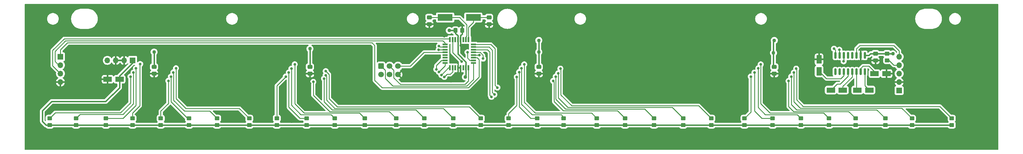
<source format=gbr>
%TF.GenerationSoftware,KiCad,Pcbnew,7.0.10+dfsg-1*%
%TF.CreationDate,2024-02-26T16:50:10+02:00*%
%TF.ProjectId,pss20midi,70737332-306d-4696-9469-2e6b69636164,rev?*%
%TF.SameCoordinates,Original*%
%TF.FileFunction,Copper,L2,Bot*%
%TF.FilePolarity,Positive*%
%FSLAX46Y46*%
G04 Gerber Fmt 4.6, Leading zero omitted, Abs format (unit mm)*
G04 Created by KiCad (PCBNEW 7.0.10+dfsg-1) date 2024-02-26 16:50:10*
%MOMM*%
%LPD*%
G01*
G04 APERTURE LIST*
G04 Aperture macros list*
%AMRoundRect*
0 Rectangle with rounded corners*
0 $1 Rounding radius*
0 $2 $3 $4 $5 $6 $7 $8 $9 X,Y pos of 4 corners*
0 Add a 4 corners polygon primitive as box body*
4,1,4,$2,$3,$4,$5,$6,$7,$8,$9,$2,$3,0*
0 Add four circle primitives for the rounded corners*
1,1,$1+$1,$2,$3*
1,1,$1+$1,$4,$5*
1,1,$1+$1,$6,$7*
1,1,$1+$1,$8,$9*
0 Add four rect primitives between the rounded corners*
20,1,$1+$1,$2,$3,$4,$5,0*
20,1,$1+$1,$4,$5,$6,$7,0*
20,1,$1+$1,$6,$7,$8,$9,0*
20,1,$1+$1,$8,$9,$2,$3,0*%
G04 Aperture macros list end*
%TA.AperFunction,SMDPad,CuDef*%
%ADD10RoundRect,0.250000X-0.475000X0.337500X-0.475000X-0.337500X0.475000X-0.337500X0.475000X0.337500X0*%
%TD*%
%TA.AperFunction,ComponentPad*%
%ADD11R,1.700000X1.700000*%
%TD*%
%TA.AperFunction,ComponentPad*%
%ADD12O,1.700000X1.700000*%
%TD*%
%TA.AperFunction,SMDPad,CuDef*%
%ADD13RoundRect,0.250000X0.450000X-0.350000X0.450000X0.350000X-0.450000X0.350000X-0.450000X-0.350000X0*%
%TD*%
%TA.AperFunction,SMDPad,CuDef*%
%ADD14RoundRect,0.250000X-0.337500X-0.475000X0.337500X-0.475000X0.337500X0.475000X-0.337500X0.475000X0*%
%TD*%
%TA.AperFunction,SMDPad,CuDef*%
%ADD15RoundRect,0.250000X-0.450000X0.350000X-0.450000X-0.350000X0.450000X-0.350000X0.450000X0.350000X0*%
%TD*%
%TA.AperFunction,SMDPad,CuDef*%
%ADD16RoundRect,0.250000X1.050000X0.550000X-1.050000X0.550000X-1.050000X-0.550000X1.050000X-0.550000X0*%
%TD*%
%TA.AperFunction,SMDPad,CuDef*%
%ADD17R,0.550000X1.600000*%
%TD*%
%TA.AperFunction,SMDPad,CuDef*%
%ADD18R,1.600000X0.550000*%
%TD*%
%TA.AperFunction,ComponentPad*%
%ADD19RoundRect,0.250000X-0.600000X0.600000X-0.600000X-0.600000X0.600000X-0.600000X0.600000X0.600000X0*%
%TD*%
%TA.AperFunction,ComponentPad*%
%ADD20C,1.700000*%
%TD*%
%TA.AperFunction,SMDPad,CuDef*%
%ADD21R,4.500000X2.000000*%
%TD*%
%TA.AperFunction,SMDPad,CuDef*%
%ADD22RoundRect,0.250000X-0.550000X1.050000X-0.550000X-1.050000X0.550000X-1.050000X0.550000X1.050000X0*%
%TD*%
%TA.AperFunction,SMDPad,CuDef*%
%ADD23RoundRect,0.150000X0.150000X-0.825000X0.150000X0.825000X-0.150000X0.825000X-0.150000X-0.825000X0*%
%TD*%
%TA.AperFunction,SMDPad,CuDef*%
%ADD24RoundRect,0.250000X-1.050000X-0.550000X1.050000X-0.550000X1.050000X0.550000X-1.050000X0.550000X0*%
%TD*%
%TA.AperFunction,ViaPad*%
%ADD25C,0.800000*%
%TD*%
%TA.AperFunction,ViaPad*%
%ADD26C,1.100000*%
%TD*%
%TA.AperFunction,Conductor*%
%ADD27C,0.250000*%
%TD*%
%TA.AperFunction,Conductor*%
%ADD28C,0.400000*%
%TD*%
G04 APERTURE END LIST*
D10*
%TO.P,C2,1*%
%TO.N,/XTAL2*%
X210000000Y-110062500D03*
%TO.P,C2,2*%
%TO.N,GND*%
X210000000Y-112137500D03*
%TD*%
D11*
%TO.P,J4,1,Pin_1*%
%TO.N,KSTP*%
X80775000Y-121920000D03*
D12*
%TO.P,J4,2,Pin_2*%
%TO.N,KGRN*%
X80775000Y-124460000D03*
%TO.P,J4,3,Pin_3*%
%TO.N,KBLU*%
X80775000Y-127000000D03*
%TO.P,J4,4,Pin_4*%
%TO.N,GND*%
X80775000Y-129540000D03*
%TD*%
D13*
%TO.P,R9,1*%
%TO.N,VCC*%
X146000000Y-142500000D03*
%TO.P,R9,2*%
%TO.N,KEY8*%
X146000000Y-140500000D03*
%TD*%
%TO.P,R21,1*%
%TO.N,VCC*%
X251000000Y-142500000D03*
%TO.P,R21,2*%
%TO.N,KEY20*%
X251000000Y-140500000D03*
%TD*%
D10*
%TO.P,C9,1*%
%TO.N,VCC*%
X225000000Y-124962500D03*
%TO.P,C9,2*%
%TO.N,GND*%
X225000000Y-127037500D03*
%TD*%
D14*
%TO.P,C11,1*%
%TO.N,VCC*%
X199862500Y-114000000D03*
%TO.P,C11,2*%
%TO.N,GND*%
X201937500Y-114000000D03*
%TD*%
D15*
%TO.P,R33,1*%
%TO.N,VCC*%
X330000000Y-121000000D03*
%TO.P,R33,2*%
%TO.N,Net-(J3-Pad4)*%
X330000000Y-123000000D03*
%TD*%
D13*
%TO.P,R22,1*%
%TO.N,VCC*%
X259750000Y-142500000D03*
%TO.P,R22,2*%
%TO.N,KEY21*%
X259750000Y-140500000D03*
%TD*%
%TO.P,R16,1*%
%TO.N,VCC*%
X207500000Y-142500000D03*
%TO.P,R16,2*%
%TO.N,KEY15*%
X207500000Y-140500000D03*
%TD*%
%TO.P,R1,1*%
%TO.N,VCC*%
X77500000Y-142500000D03*
%TO.P,R1,2*%
%TO.N,KEY0*%
X77500000Y-140500000D03*
%TD*%
%TO.P,R3,1*%
%TO.N,VCC*%
X94500000Y-142500000D03*
%TO.P,R3,2*%
%TO.N,KEY2*%
X94500000Y-140500000D03*
%TD*%
%TO.P,R20,1*%
%TO.N,VCC*%
X242500000Y-142500000D03*
%TO.P,R20,2*%
%TO.N,KEY19*%
X242500000Y-140500000D03*
%TD*%
%TO.P,R18,1*%
%TO.N,VCC*%
X224500000Y-142500000D03*
%TO.P,R18,2*%
%TO.N,KEY17*%
X224500000Y-140500000D03*
%TD*%
%TO.P,R23,1*%
%TO.N,VCC*%
X268500000Y-142500000D03*
%TO.P,R23,2*%
%TO.N,KEY22*%
X268500000Y-140500000D03*
%TD*%
D16*
%TO.P,C14,1*%
%TO.N,VCC*%
X98600000Y-128700000D03*
%TO.P,C14,2*%
%TO.N,GND*%
X95000000Y-128700000D03*
%TD*%
D17*
%TO.P,U1,1,PD3*%
%TO.N,KBLU*%
X198200000Y-116750000D03*
%TO.P,U1,2,PD4*%
%TO.N,/IN4*%
X199000000Y-116750000D03*
%TO.P,U1,3,PE0*%
%TO.N,unconnected-(U1-PE0-Pad3)*%
X199800000Y-116750000D03*
%TO.P,U1,4,VCC*%
%TO.N,VCC*%
X200600000Y-116750000D03*
%TO.P,U1,5,GND*%
%TO.N,GND*%
X201400000Y-116750000D03*
%TO.P,U1,6,PE1*%
%TO.N,unconnected-(U1-PE1-Pad6)*%
X202200000Y-116750000D03*
%TO.P,U1,7,XTAL1/PB6*%
%TO.N,/XTAL1*%
X203000000Y-116750000D03*
%TO.P,U1,8,XTAL2/PB7*%
%TO.N,/XTAL2*%
X203800000Y-116750000D03*
D18*
%TO.P,U1,9,PD5*%
%TO.N,/IN5*%
X205250000Y-118200000D03*
%TO.P,U1,10,PD6*%
%TO.N,/IN6*%
X205250000Y-119000000D03*
%TO.P,U1,11,PD7*%
%TO.N,/IN7*%
X205250000Y-119800000D03*
%TO.P,U1,12,PB0*%
%TO.N,/SEL0*%
X205250000Y-120600000D03*
%TO.P,U1,13,PB1*%
%TO.N,/SEL1*%
X205250000Y-121400000D03*
%TO.P,U1,14,PB2*%
%TO.N,KSTP*%
X205250000Y-122200000D03*
%TO.P,U1,15,PB3*%
%TO.N,/TXD1*%
X205250000Y-123000000D03*
%TO.P,U1,16,PB4*%
%TO.N,/MISO*%
X205250000Y-123800000D03*
D17*
%TO.P,U1,17,PB5*%
%TO.N,/SCK*%
X203800000Y-125250000D03*
%TO.P,U1,18,AVCC*%
%TO.N,VCC*%
X203000000Y-125250000D03*
%TO.P,U1,19,PE2*%
%TO.N,unconnected-(U1-PE2-Pad19)*%
X202200000Y-125250000D03*
%TO.P,U1,20,AREF*%
%TO.N,GND*%
X201400000Y-125250000D03*
%TO.P,U1,21,GND*%
X200600000Y-125250000D03*
%TO.P,U1,22,PE3*%
%TO.N,unconnected-(U1-PE3-Pad22)*%
X199800000Y-125250000D03*
%TO.P,U1,23,PC0*%
%TO.N,/IN0*%
X199000000Y-125250000D03*
%TO.P,U1,24,PC1*%
%TO.N,/IN1*%
X198200000Y-125250000D03*
D18*
%TO.P,U1,25,PC2*%
%TO.N,/IN2*%
X196750000Y-123800000D03*
%TO.P,U1,26,PC3*%
%TO.N,/IN3*%
X196750000Y-123000000D03*
%TO.P,U1,27,PC4*%
%TO.N,unconnected-(U1-PC4-Pad27)*%
X196750000Y-122200000D03*
%TO.P,U1,28,PC5*%
%TO.N,unconnected-(U1-PC5-Pad28)*%
X196750000Y-121400000D03*
%TO.P,U1,29,~{RESET}/PC6*%
%TO.N,/~{RESET}*%
X196750000Y-120600000D03*
%TO.P,U1,30,PD0*%
%TO.N,/RXD0*%
X196750000Y-119800000D03*
%TO.P,U1,31,PD1*%
%TO.N,/TXD0*%
X196750000Y-119000000D03*
%TO.P,U1,32,PD2*%
%TO.N,KGRN*%
X196750000Y-118200000D03*
%TD*%
D10*
%TO.P,C13,1*%
%TO.N,VCC*%
X326496750Y-120962500D03*
%TO.P,C13,2*%
%TO.N,GND*%
X326496750Y-123037500D03*
%TD*%
D13*
%TO.P,R27,1*%
%TO.N,VCC*%
X304000000Y-142500000D03*
%TO.P,R27,2*%
%TO.N,KEY26*%
X304000000Y-140500000D03*
%TD*%
%TO.P,R25,1*%
%TO.N,VCC*%
X287000000Y-142500000D03*
%TO.P,R25,2*%
%TO.N,KEY24*%
X287000000Y-140500000D03*
%TD*%
%TO.P,R5,1*%
%TO.N,VCC*%
X111000000Y-142500000D03*
%TO.P,R5,2*%
%TO.N,KEY4*%
X111000000Y-140500000D03*
%TD*%
%TO.P,R24,1*%
%TO.N,VCC*%
X277000000Y-142500000D03*
%TO.P,R24,2*%
%TO.N,KEY23*%
X277000000Y-140500000D03*
%TD*%
D10*
%TO.P,C8,1*%
%TO.N,VCC*%
X156000000Y-124962500D03*
%TO.P,C8,2*%
%TO.N,GND*%
X156000000Y-127037500D03*
%TD*%
D13*
%TO.P,R6,1*%
%TO.N,VCC*%
X119500000Y-142500000D03*
%TO.P,R6,2*%
%TO.N,KEY5*%
X119500000Y-140500000D03*
%TD*%
%TO.P,R17,1*%
%TO.N,VCC*%
X215900000Y-142500000D03*
%TO.P,R17,2*%
%TO.N,KEY16*%
X215900000Y-140500000D03*
%TD*%
D16*
%TO.P,C3,1*%
%TO.N,Net-(U6-C1+)*%
X324645000Y-131975000D03*
%TO.P,C3,2*%
%TO.N,Net-(U6-C1-)*%
X321045000Y-131975000D03*
%TD*%
D13*
%TO.P,R7,1*%
%TO.N,VCC*%
X128000000Y-142500000D03*
%TO.P,R7,2*%
%TO.N,KEY6*%
X128000000Y-140500000D03*
%TD*%
%TO.P,R2,1*%
%TO.N,VCC*%
X85500000Y-142500000D03*
%TO.P,R2,2*%
%TO.N,KEY1*%
X85500000Y-140500000D03*
%TD*%
D19*
%TO.P,J1,1,MISO*%
%TO.N,/MISO*%
X177455000Y-124747500D03*
D20*
%TO.P,J1,2,VCC*%
%TO.N,VCC*%
X177455000Y-127287500D03*
%TO.P,J1,3,SCK*%
%TO.N,/SCK*%
X179995000Y-124747500D03*
%TO.P,J1,4,MOSI*%
%TO.N,/TXD1*%
X179995000Y-127287500D03*
%TO.P,J1,5,~{RST}*%
%TO.N,/~{RESET}*%
X182535000Y-124747500D03*
%TO.P,J1,6,GND*%
%TO.N,GND*%
X182535000Y-127287500D03*
%TD*%
D21*
%TO.P,Y1,1,1*%
%TO.N,/XTAL1*%
X196750000Y-110100000D03*
%TO.P,Y1,2,2*%
%TO.N,/XTAL2*%
X205250000Y-110100000D03*
%TD*%
D13*
%TO.P,R29,1*%
%TO.N,VCC*%
X320500000Y-142500000D03*
%TO.P,R29,2*%
%TO.N,KEY28*%
X320500000Y-140500000D03*
%TD*%
%TO.P,R30,1*%
%TO.N,VCC*%
X329500000Y-142500000D03*
%TO.P,R30,2*%
%TO.N,KEY29*%
X329500000Y-140500000D03*
%TD*%
%TO.P,R10,1*%
%TO.N,VCC*%
X155000000Y-142500000D03*
%TO.P,R10,2*%
%TO.N,KEY9*%
X155000000Y-140500000D03*
%TD*%
D22*
%TO.P,C6,1*%
%TO.N,GND*%
X309500000Y-122700000D03*
%TO.P,C6,2*%
%TO.N,Net-(U6-VS-)*%
X309500000Y-126300000D03*
%TD*%
D13*
%TO.P,R13,1*%
%TO.N,VCC*%
X182000000Y-142500000D03*
%TO.P,R13,2*%
%TO.N,KEY12*%
X182000000Y-140500000D03*
%TD*%
%TO.P,R19,1*%
%TO.N,VCC*%
X232500000Y-142500000D03*
%TO.P,R19,2*%
%TO.N,KEY18*%
X232500000Y-140500000D03*
%TD*%
D23*
%TO.P,U6,1,C1+*%
%TO.N,Net-(U6-C1+)*%
X323290000Y-126450000D03*
%TO.P,U6,2,VS+*%
%TO.N,Net-(U6-VS+)*%
X322020000Y-126450000D03*
%TO.P,U6,3,C1-*%
%TO.N,Net-(U6-C1-)*%
X320750000Y-126450000D03*
%TO.P,U6,4,C2+*%
%TO.N,Net-(U6-C2+)*%
X319480000Y-126450000D03*
%TO.P,U6,5,C2-*%
%TO.N,Net-(U6-C2-)*%
X318210000Y-126450000D03*
%TO.P,U6,6,VS-*%
%TO.N,Net-(U6-VS-)*%
X316940000Y-126450000D03*
%TO.P,U6,7,T2OUT*%
%TO.N,unconnected-(U6-T2OUT-Pad7)*%
X315670000Y-126450000D03*
%TO.P,U6,8,R2IN*%
%TO.N,unconnected-(U6-R2IN-Pad8)*%
X314400000Y-126450000D03*
%TO.P,U6,9,R2OUT*%
%TO.N,/RXD0*%
X314400000Y-121500000D03*
%TO.P,U6,10,T2IN*%
%TO.N,/TXD0*%
X315670000Y-121500000D03*
%TO.P,U6,11,T1IN*%
%TO.N,/TXD1*%
X316940000Y-121500000D03*
%TO.P,U6,12,R1OUT*%
%TO.N,unconnected-(U6-R1OUT-Pad12)*%
X318210000Y-121500000D03*
%TO.P,U6,13,R1IN*%
%TO.N,unconnected-(U6-R1IN-Pad13)*%
X319480000Y-121500000D03*
%TO.P,U6,14,T1OUT*%
%TO.N,/MIDI_TX*%
X320750000Y-121500000D03*
%TO.P,U6,15,GND*%
%TO.N,GND*%
X322020000Y-121500000D03*
%TO.P,U6,16,VCC*%
%TO.N,VCC*%
X323290000Y-121500000D03*
%TD*%
D13*
%TO.P,R11,1*%
%TO.N,VCC*%
X163500000Y-142500000D03*
%TO.P,R11,2*%
%TO.N,KEY10*%
X163500000Y-140500000D03*
%TD*%
D10*
%TO.P,C7,1*%
%TO.N,VCC*%
X109000000Y-124962500D03*
%TO.P,C7,2*%
%TO.N,GND*%
X109000000Y-127037500D03*
%TD*%
%TO.P,C1,1*%
%TO.N,/XTAL1*%
X192000000Y-110062500D03*
%TO.P,C1,2*%
%TO.N,GND*%
X192000000Y-112137500D03*
%TD*%
D13*
%TO.P,R26,1*%
%TO.N,VCC*%
X295500000Y-142500000D03*
%TO.P,R26,2*%
%TO.N,KEY25*%
X295500000Y-140500000D03*
%TD*%
%TO.P,R14,1*%
%TO.N,VCC*%
X190500000Y-142500000D03*
%TO.P,R14,2*%
%TO.N,KEY13*%
X190500000Y-140500000D03*
%TD*%
D16*
%TO.P,C4,1*%
%TO.N,Net-(U6-C2+)*%
X316645000Y-131975000D03*
%TO.P,C4,2*%
%TO.N,Net-(U6-C2-)*%
X313045000Y-131975000D03*
%TD*%
D13*
%TO.P,R4,1*%
%TO.N,VCC*%
X102500000Y-142500000D03*
%TO.P,R4,2*%
%TO.N,KEY3*%
X102500000Y-140500000D03*
%TD*%
%TO.P,R12,1*%
%TO.N,VCC*%
X172500000Y-142500000D03*
%TO.P,R12,2*%
%TO.N,KEY11*%
X172500000Y-140500000D03*
%TD*%
%TO.P,R28,1*%
%TO.N,VCC*%
X312500000Y-142500000D03*
%TO.P,R28,2*%
%TO.N,KEY27*%
X312500000Y-140500000D03*
%TD*%
%TO.P,R15,1*%
%TO.N,VCC*%
X199200000Y-142500000D03*
%TO.P,R15,2*%
%TO.N,KEY14*%
X199200000Y-140500000D03*
%TD*%
D11*
%TO.P,J2,1,Pin_1*%
%TO.N,VCC*%
X102540000Y-123000000D03*
D12*
%TO.P,J2,2,Pin_2*%
%TO.N,GND*%
X100000000Y-123000000D03*
%TO.P,J2,3,Pin_3*%
X97460000Y-123000000D03*
%TO.P,J2,4,Pin_4*%
%TO.N,unconnected-(J2-Pin_4-Pad4)*%
X94920000Y-123000000D03*
%TD*%
D13*
%TO.P,R31,1*%
%TO.N,VCC*%
X337500000Y-142500000D03*
%TO.P,R31,2*%
%TO.N,KEY30*%
X337500000Y-140500000D03*
%TD*%
%TO.P,R8,1*%
%TO.N,VCC*%
X137700000Y-142500000D03*
%TO.P,R8,2*%
%TO.N,KEY7*%
X137700000Y-140500000D03*
%TD*%
D11*
%TO.P,J3,1*%
%TO.N,unconnected-(J3-Pad1)*%
X333625000Y-132075000D03*
D12*
%TO.P,J3,2*%
%TO.N,GND*%
X333625000Y-129535000D03*
%TO.P,J3,3*%
%TO.N,unconnected-(J3-Pad3)*%
X333625000Y-126995000D03*
%TO.P,J3,4*%
%TO.N,Net-(J3-Pad4)*%
X333625000Y-124455000D03*
%TO.P,J3,5*%
%TO.N,/MIDI_TX*%
X333625000Y-121915000D03*
%TD*%
D13*
%TO.P,R32,1*%
%TO.N,VCC*%
X349500000Y-142500000D03*
%TO.P,R32,2*%
%TO.N,KEY31*%
X349500000Y-140500000D03*
%TD*%
D10*
%TO.P,C10,1*%
%TO.N,VCC*%
X296000000Y-124962500D03*
%TO.P,C10,2*%
%TO.N,GND*%
X296000000Y-127037500D03*
%TD*%
D24*
%TO.P,C5,1*%
%TO.N,Net-(U6-VS+)*%
X326200000Y-127000000D03*
%TO.P,C5,2*%
%TO.N,GND*%
X329800000Y-127000000D03*
%TD*%
D25*
%TO.N,GND*%
X81500000Y-146250000D03*
X185000000Y-127500000D03*
X215250000Y-126000000D03*
X154750000Y-133750000D03*
X230000000Y-122000000D03*
X115000000Y-140000000D03*
X280500000Y-130500000D03*
X196500000Y-115750000D03*
X192750000Y-119250000D03*
X180000000Y-115000000D03*
X328250000Y-124750000D03*
X198500000Y-129250000D03*
X287000000Y-133750000D03*
X165000000Y-108000000D03*
X132500000Y-145500000D03*
X207250000Y-134750000D03*
X150500000Y-141500000D03*
X75500000Y-134500000D03*
X346750000Y-127500000D03*
X180000000Y-122000000D03*
X222250000Y-115250000D03*
X296000000Y-129000000D03*
X132750000Y-140000000D03*
X201500000Y-118500000D03*
X118500000Y-128500000D03*
X301500000Y-122000000D03*
X197500000Y-135500000D03*
X186500000Y-145500000D03*
X227750000Y-132250000D03*
X334250000Y-117750000D03*
X148000000Y-132000000D03*
X216250000Y-130750000D03*
X237750000Y-145500000D03*
X145500000Y-128500000D03*
X299500000Y-145500000D03*
X200000000Y-112000000D03*
X109000000Y-114500000D03*
X165250000Y-132750000D03*
X205500000Y-115750000D03*
X333500000Y-145500000D03*
X173000000Y-122000000D03*
X234000000Y-127750000D03*
X91750000Y-128750000D03*
X156000000Y-130000000D03*
X104750000Y-121500000D03*
X237250000Y-134500000D03*
X201000000Y-108500000D03*
X328000000Y-132250000D03*
X321000000Y-124000000D03*
D26*
X200762500Y-128000000D03*
D25*
X207750000Y-112500000D03*
X259250000Y-115250000D03*
X161500000Y-122000000D03*
X247000000Y-130500000D03*
X296000000Y-133750000D03*
X109000000Y-128750000D03*
X343250000Y-140500000D03*
X220500000Y-121500000D03*
X298750000Y-115250000D03*
X324500000Y-119750000D03*
X318500000Y-118250000D03*
X113750000Y-122250000D03*
X225000000Y-129000000D03*
X200500000Y-123500000D03*
X287500000Y-126250000D03*
X132500000Y-122000000D03*
X98500000Y-135000000D03*
X309500000Y-131500000D03*
X132500000Y-126750000D03*
X130000000Y-135500000D03*
X319250000Y-130000000D03*
X318750000Y-134500000D03*
X226250000Y-136500000D03*
X291250000Y-121500000D03*
X189750000Y-132750000D03*
X78500000Y-115750000D03*
D26*
%TO.N,VCC*%
X331750000Y-121000000D03*
X109000012Y-120500000D03*
X225000000Y-117000000D03*
X296000000Y-117000000D03*
X224999998Y-120500000D03*
X202837500Y-128000000D03*
X198000000Y-114000000D03*
X156000006Y-119500006D03*
X295750002Y-120750000D03*
D25*
%TO.N,/TXD1*%
X316900000Y-123300000D03*
X203505216Y-120573031D03*
%TO.N,KEY0*%
X77500000Y-140500000D03*
X101900000Y-127900000D03*
%TO.N,KEY1*%
X102800000Y-126700000D03*
X85500000Y-140500000D03*
%TO.N,KEY2*%
X103525000Y-125424998D03*
X94500000Y-140500000D03*
%TO.N,KEY3*%
X104800000Y-124100000D03*
X102500000Y-140500000D03*
%TO.N,KEY4*%
X111000000Y-140500000D03*
X113300000Y-129175000D03*
%TO.N,KEY5*%
X119500000Y-140500000D03*
X114100000Y-127905000D03*
%TO.N,KEY6*%
X128000000Y-140500000D03*
X114800006Y-126635000D03*
%TO.N,KEY7*%
X137700000Y-140500000D03*
X115599996Y-125400000D03*
%TO.N,KEY8*%
X146000000Y-140500000D03*
X148700000Y-127905000D03*
%TO.N,KEY9*%
X149600000Y-126700000D03*
X155000000Y-140500000D03*
%TO.N,KEY10*%
X163500000Y-140500000D03*
X150400012Y-125500000D03*
%TO.N,KEY11*%
X151400000Y-124200000D03*
X172500000Y-140500000D03*
%TO.N,KEY12*%
X157000000Y-129500006D03*
X182000000Y-140500000D03*
%TO.N,KEY13*%
X190500000Y-140500000D03*
X160250000Y-128500000D03*
%TO.N,KEY14*%
X199200000Y-140500000D03*
X160750000Y-127500000D03*
%TO.N,KEY15*%
X160750000Y-126250000D03*
X207500000Y-140500000D03*
%TO.N,KEY16*%
X215900000Y-140500000D03*
X218350000Y-128005000D03*
%TO.N,KEY17*%
X219075000Y-126555000D03*
X224500000Y-140500000D03*
%TO.N,KEY18*%
X219800000Y-125400000D03*
X232500000Y-140500000D03*
%TO.N,KEY19*%
X242500000Y-140500000D03*
X220600000Y-124200000D03*
%TO.N,KEY20*%
X229300000Y-129200000D03*
X251000000Y-140500000D03*
%TO.N,KEY21*%
X230100000Y-127900000D03*
X259750000Y-140500000D03*
%TO.N,KEY22*%
X268500000Y-140500000D03*
X230825000Y-126925000D03*
%TO.N,KEY23*%
X231500000Y-125500000D03*
X277000000Y-140500000D03*
%TO.N,KEY24*%
X287000000Y-140500000D03*
X288900000Y-127900000D03*
%TO.N,KEY25*%
X295500000Y-140500000D03*
X290000000Y-126700000D03*
%TO.N,KEY26*%
X291175000Y-125400000D03*
X304000000Y-140500000D03*
%TO.N,KEY27*%
X291900000Y-124200000D03*
X312500000Y-140500000D03*
%TO.N,KEY28*%
X300300000Y-129200000D03*
X320500000Y-140500000D03*
%TO.N,KEY29*%
X329500000Y-140500000D03*
X301100000Y-127900000D03*
%TO.N,KEY30*%
X337500000Y-140500000D03*
X301900000Y-126700000D03*
%TO.N,KEY31*%
X349500000Y-140500000D03*
X302600000Y-125500000D03*
%TO.N,/IN4*%
X201750000Y-123400000D03*
%TO.N,/IN5*%
X212500000Y-131200000D03*
%TO.N,/IN6*%
X211600000Y-133300000D03*
%TO.N,/IN7*%
X210700000Y-134000000D03*
%TO.N,/SEL1*%
X207087347Y-121412653D03*
%TO.N,/SEL0*%
X208200000Y-122470000D03*
%TO.N,/IN0*%
X196500000Y-128000000D03*
%TO.N,/IN1*%
X195600000Y-127400000D03*
%TO.N,/IN2*%
X194875000Y-126500000D03*
%TO.N,/IN3*%
X194100000Y-125700000D03*
%TO.N,/RXD0*%
X314000000Y-119500000D03*
X194800000Y-119800000D03*
%TO.N,/TXD0*%
X194900000Y-118700000D03*
X315600000Y-119800000D03*
%TD*%
D27*
%TO.N,/XTAL1*%
X201100000Y-110100000D02*
X196750000Y-110100000D01*
X203000000Y-116750000D02*
X203000000Y-115875000D01*
X192000000Y-110062500D02*
X196712500Y-110062500D01*
X203000000Y-115875000D02*
X203250000Y-115625000D01*
X203250000Y-112250000D02*
X201100000Y-110100000D01*
X203250000Y-115625000D02*
X203250000Y-112250000D01*
X196712500Y-110062500D02*
X196750000Y-110100000D01*
D28*
%TO.N,GND*%
X201937500Y-115062500D02*
X201937500Y-114000000D01*
X201400000Y-116750000D02*
X201400000Y-118400000D01*
X201400000Y-127362500D02*
X200762500Y-128000000D01*
X200600000Y-127837500D02*
X200762500Y-128000000D01*
X201400000Y-115600000D02*
X201937500Y-115062500D01*
X200600000Y-125250000D02*
X200600000Y-127837500D01*
X201400000Y-116750000D02*
X201400000Y-115600000D01*
X201400000Y-125250000D02*
X201400000Y-127362500D01*
X201400000Y-118400000D02*
X201500000Y-118500000D01*
D27*
%TO.N,/XTAL2*%
X203800000Y-116750000D02*
X203800000Y-113000000D01*
X205287500Y-110062500D02*
X205250000Y-110100000D01*
X203800000Y-113000000D02*
X205250000Y-111550000D01*
X210000000Y-110062500D02*
X205287500Y-110062500D01*
X205250000Y-111550000D02*
X205250000Y-110100000D01*
%TO.N,Net-(U6-C1+)*%
X323290000Y-130620000D02*
X323290000Y-126450000D01*
X324645000Y-131975000D02*
X323290000Y-130620000D01*
%TO.N,Net-(U6-C1-)*%
X320750000Y-126450000D02*
X320750000Y-131680000D01*
X320750000Y-131680000D02*
X321045000Y-131975000D01*
%TO.N,Net-(U6-C2+)*%
X319480000Y-126450000D02*
X319480000Y-128020000D01*
X319480000Y-128020000D02*
X316645000Y-130855000D01*
X316645000Y-130855000D02*
X316645000Y-131975000D01*
%TO.N,Net-(U6-C2-)*%
X314920000Y-130100000D02*
X315900000Y-130100000D01*
X313045000Y-131975000D02*
X314920000Y-130100000D01*
X315900000Y-130100000D02*
X318210000Y-127790000D01*
X318210000Y-127790000D02*
X318210000Y-126450000D01*
%TO.N,Net-(U6-VS+)*%
X322020000Y-125480000D02*
X322750000Y-124750000D01*
X324500000Y-124750000D02*
X326200000Y-126450000D01*
X322020000Y-126450000D02*
X322020000Y-125480000D01*
X322750000Y-124750000D02*
X324500000Y-124750000D01*
X326200000Y-126450000D02*
X326200000Y-127000000D01*
%TO.N,Net-(U6-VS-)*%
X311700000Y-128500000D02*
X309500000Y-126300000D01*
X316940000Y-127556750D02*
X315996750Y-128500000D01*
X315996750Y-128500000D02*
X311700000Y-128500000D01*
X316940000Y-126450000D02*
X316940000Y-127556750D01*
D28*
%TO.N,VCC*%
X277000000Y-142500000D02*
X287000000Y-142500000D01*
X215900000Y-142500000D02*
X224500000Y-142500000D01*
X251000000Y-142500000D02*
X259750000Y-142500000D01*
X85500000Y-142500000D02*
X94500000Y-142500000D01*
X232500000Y-142500000D02*
X242500000Y-142500000D01*
X326496750Y-120962500D02*
X329962500Y-120962500D01*
X200600000Y-121100000D02*
X200600000Y-116750000D01*
X98600000Y-128700000D02*
X98600000Y-127700000D01*
X156000000Y-119500012D02*
X156000006Y-119500006D01*
X199862500Y-114862500D02*
X200600000Y-115600000D01*
X225000000Y-124962500D02*
X225000000Y-120500002D01*
X75300000Y-138200000D02*
X75300000Y-141400000D01*
X75300000Y-141400000D02*
X76400000Y-142500000D01*
X109000000Y-120500012D02*
X109000012Y-120500000D01*
X320500000Y-142500000D02*
X329500000Y-142500000D01*
X203000000Y-125250000D02*
X203000000Y-123500000D01*
X304000000Y-142500000D02*
X312500000Y-142500000D01*
X326496750Y-120962500D02*
X325034250Y-120962500D01*
X111000000Y-142500000D02*
X119500000Y-142500000D01*
X287000000Y-142500000D02*
X295500000Y-142500000D01*
X296000000Y-117000000D02*
X295750000Y-117250000D01*
X190500000Y-142500000D02*
X199200000Y-142500000D01*
X225000000Y-120500002D02*
X224999998Y-120500000D01*
X163500000Y-142500000D02*
X172500000Y-142500000D01*
X329500000Y-142500000D02*
X337500000Y-142500000D01*
X324496750Y-121500000D02*
X323290000Y-121500000D01*
X200600000Y-115600000D02*
X200600000Y-116750000D01*
X268500000Y-142500000D02*
X277000000Y-142500000D01*
X98600000Y-128700000D02*
X98600000Y-131200000D01*
X296000000Y-124962500D02*
X295750002Y-124712502D01*
X325034250Y-120962500D02*
X324496750Y-121500000D01*
X128000000Y-142500000D02*
X137700000Y-142500000D01*
X224500000Y-142500000D02*
X232500000Y-142500000D01*
X225000000Y-120499998D02*
X224999998Y-120500000D01*
X295750002Y-124712502D02*
X295750002Y-120750000D01*
X77500000Y-142500000D02*
X85500000Y-142500000D01*
X203000000Y-125250000D02*
X203000000Y-127837500D01*
X199862500Y-114000000D02*
X199862500Y-114862500D01*
X207500000Y-142500000D02*
X215900000Y-142500000D01*
X155000000Y-142500000D02*
X163500000Y-142500000D01*
X109000000Y-124962500D02*
X109000000Y-120500012D01*
X337500000Y-142500000D02*
X349500000Y-142500000D01*
X156000000Y-124962500D02*
X156000000Y-120000000D01*
X199200000Y-142500000D02*
X207500000Y-142500000D01*
X102540000Y-123760000D02*
X102540000Y-123000000D01*
X295750000Y-117250000D02*
X295750000Y-120749998D01*
X98600000Y-127700000D02*
X102540000Y-123760000D01*
X203000000Y-127837500D02*
X202837500Y-128000000D01*
X156000000Y-120000000D02*
X156000000Y-119500012D01*
X182000000Y-142500000D02*
X190500000Y-142500000D01*
X203000000Y-123500000D02*
X200600000Y-121100000D01*
X94500000Y-142500000D02*
X102500000Y-142500000D01*
X76400000Y-142500000D02*
X77500000Y-142500000D01*
X330000000Y-121000000D02*
X331750000Y-121000000D01*
X225000000Y-117000000D02*
X225000000Y-120499998D01*
X78100000Y-135400000D02*
X75300000Y-138200000D01*
X295500000Y-142500000D02*
X304000000Y-142500000D01*
X137700000Y-142500000D02*
X146000000Y-142500000D01*
X329962500Y-120962500D02*
X330000000Y-121000000D01*
X94400000Y-135400000D02*
X78100000Y-135400000D01*
X199862500Y-114000000D02*
X198000000Y-114000000D01*
X242500000Y-142500000D02*
X251000000Y-142500000D01*
X259750000Y-142500000D02*
X268500000Y-142500000D01*
X102500000Y-142500000D02*
X111000000Y-142500000D01*
X312500000Y-142500000D02*
X320500000Y-142500000D01*
X172500000Y-142500000D02*
X182000000Y-142500000D01*
X295750000Y-120749998D02*
X295750002Y-120750000D01*
X98600000Y-131200000D02*
X94400000Y-135400000D01*
X146000000Y-142500000D02*
X155000000Y-142500000D01*
X119500000Y-142500000D02*
X128000000Y-142500000D01*
D27*
%TO.N,/MISO*%
X203250000Y-130750000D02*
X181000000Y-130750000D01*
X205250000Y-123800000D02*
X205250000Y-128750000D01*
X181000000Y-130750000D02*
X178715251Y-128465251D01*
X178715251Y-126007751D02*
X177455000Y-124747500D01*
X178715251Y-128465251D02*
X178715251Y-126007751D01*
X205250000Y-128750000D02*
X203250000Y-130750000D01*
%TO.N,/SCK*%
X181252018Y-128252018D02*
X183250000Y-130250000D01*
X202750000Y-130250000D02*
X203800000Y-129200000D01*
X179995000Y-124747500D02*
X181252018Y-126004518D01*
X183250000Y-130250000D02*
X202750000Y-130250000D01*
X181252018Y-126004518D02*
X181252018Y-128252018D01*
X203800000Y-129200000D02*
X203800000Y-125250000D01*
%TO.N,/TXD1*%
X204200000Y-123000000D02*
X203505216Y-122305216D01*
X316941450Y-123258550D02*
X316941450Y-121501450D01*
X316941450Y-121501450D02*
X316940000Y-121500000D01*
X205250000Y-123000000D02*
X204200000Y-123000000D01*
X316900000Y-123300000D02*
X316941450Y-123258550D01*
X203505216Y-122305216D02*
X203505216Y-120573031D01*
%TO.N,/~{RESET}*%
X182535000Y-124747500D02*
X186252500Y-124747500D01*
X190400000Y-120600000D02*
X196750000Y-120600000D01*
X186252500Y-124747500D02*
X190400000Y-120600000D01*
%TO.N,Net-(J3-Pad4)*%
X330600000Y-123000000D02*
X332055000Y-124455000D01*
X330000000Y-123000000D02*
X330600000Y-123000000D01*
X332055000Y-124455000D02*
X333625000Y-124455000D01*
%TO.N,/MIDI_TX*%
X321750000Y-118500000D02*
X332000000Y-118500000D01*
X333625000Y-120125000D02*
X333625000Y-121915000D01*
X332000000Y-118500000D02*
X333625000Y-120125000D01*
X320750000Y-119500000D02*
X321750000Y-118500000D01*
X320750000Y-121500000D02*
X320750000Y-119500000D01*
%TO.N,KSTP*%
X175500000Y-129000000D02*
X175500000Y-118500000D01*
X80775000Y-119825000D02*
X80775000Y-121920000D01*
X177750000Y-131250000D02*
X175500000Y-129000000D01*
X203750000Y-131250000D02*
X177750000Y-131250000D01*
X175500000Y-118500000D02*
X174700000Y-117700000D01*
X82900000Y-117700000D02*
X80775000Y-119825000D01*
X206400000Y-122200000D02*
X207000000Y-122800000D01*
X207000000Y-122800000D02*
X207000000Y-128000000D01*
X207000000Y-128000000D02*
X203750000Y-131250000D01*
X174700000Y-117700000D02*
X82900000Y-117700000D01*
X205250000Y-122200000D02*
X206400000Y-122200000D01*
%TO.N,KGRN*%
X196750000Y-117750000D02*
X196100000Y-117100000D01*
X80260000Y-124460000D02*
X80775000Y-124460000D01*
X196100000Y-117100000D02*
X82300000Y-117100000D01*
X79100000Y-123300000D02*
X80260000Y-124460000D01*
X196750000Y-118200000D02*
X196750000Y-117750000D01*
X82300000Y-117100000D02*
X79100000Y-120300000D01*
X79100000Y-120300000D02*
X79100000Y-123300000D01*
%TO.N,KBLU*%
X78400000Y-124625000D02*
X80775000Y-127000000D01*
X197950000Y-116500000D02*
X81900000Y-116500000D01*
X78400000Y-120000000D02*
X78400000Y-124625000D01*
X198200000Y-116750000D02*
X197950000Y-116500000D01*
X81900000Y-116500000D02*
X78400000Y-120000000D01*
%TO.N,KEY0*%
X77500000Y-140500000D02*
X79200000Y-138800000D01*
X79200000Y-138800000D02*
X98900000Y-138800000D01*
X101900000Y-135800000D02*
X101900000Y-127900000D01*
X98900000Y-138800000D02*
X101900000Y-135800000D01*
%TO.N,KEY1*%
X99600000Y-139300000D02*
X102800000Y-136100000D01*
X102800000Y-136100000D02*
X102800000Y-126700000D01*
X85500000Y-140500000D02*
X86700000Y-139300000D01*
X86700000Y-139300000D02*
X99600000Y-139300000D01*
%TO.N,KEY2*%
X99600000Y-140500000D02*
X94500000Y-140500000D01*
X103525000Y-125424998D02*
X103525000Y-136575000D01*
X103525000Y-136575000D02*
X99600000Y-140500000D01*
%TO.N,KEY3*%
X102500000Y-138900000D02*
X102500000Y-140500000D01*
X104700000Y-136700000D02*
X102500000Y-138900000D01*
X104800000Y-124100000D02*
X104700000Y-124200000D01*
X104700000Y-124200000D02*
X104700000Y-136700000D01*
%TO.N,KEY4*%
X111000000Y-140500000D02*
X111000000Y-138300000D01*
X113300000Y-136000000D02*
X113300000Y-129175000D01*
X111000000Y-138300000D02*
X113300000Y-136000000D01*
%TO.N,KEY5*%
X119500000Y-140500000D02*
X119100000Y-140500000D01*
X114100000Y-135500000D02*
X114100000Y-127905000D01*
X119100000Y-140500000D02*
X114100000Y-135500000D01*
%TO.N,KEY6*%
X114900000Y-135036396D02*
X114900000Y-126734994D01*
X125800000Y-138300000D02*
X118163604Y-138300000D01*
X128000000Y-140500000D02*
X125800000Y-138300000D01*
X114900000Y-126734994D02*
X114800006Y-126635000D01*
X118163604Y-138300000D02*
X114900000Y-135036396D01*
%TO.N,KEY7*%
X118600000Y-137500000D02*
X115599996Y-134499996D01*
X134700000Y-137500000D02*
X118600000Y-137500000D01*
X137700000Y-140500000D02*
X134700000Y-137500000D01*
X115599996Y-134499996D02*
X115599996Y-125400000D01*
%TO.N,KEY8*%
X146000000Y-130605000D02*
X148700000Y-127905000D01*
X146000000Y-140500000D02*
X146000000Y-130605000D01*
%TO.N,KEY9*%
X155000000Y-140500000D02*
X153000000Y-140500000D01*
X153000000Y-140500000D02*
X149600000Y-137100000D01*
X149600000Y-137100000D02*
X149600000Y-126700000D01*
%TO.N,KEY10*%
X150400012Y-136500012D02*
X150400012Y-125500000D01*
X162350000Y-139350000D02*
X153250000Y-139350000D01*
X163500000Y-140500000D02*
X162350000Y-139350000D01*
X153250000Y-139350000D02*
X150400012Y-136500012D01*
%TO.N,KEY11*%
X151400000Y-136100000D02*
X151400000Y-124200000D01*
X172500000Y-140500000D02*
X170900000Y-138900000D01*
X154200000Y-138900000D02*
X151400000Y-136100000D01*
X170900000Y-138900000D02*
X154200000Y-138900000D01*
%TO.N,KEY12*%
X161900000Y-138400000D02*
X157000000Y-133500000D01*
X157000000Y-133500000D02*
X157000000Y-129500006D01*
X179900000Y-138400000D02*
X161900000Y-138400000D01*
X182000000Y-140500000D02*
X179900000Y-138400000D01*
%TO.N,KEY13*%
X187950000Y-137950000D02*
X162700000Y-137950000D01*
X190500000Y-140500000D02*
X187950000Y-137950000D01*
X162700000Y-137950000D02*
X160250000Y-135500000D01*
X160250000Y-135500000D02*
X160250000Y-128500000D01*
%TO.N,KEY14*%
X161000000Y-135000000D02*
X161000000Y-127750000D01*
X163500000Y-137500000D02*
X161000000Y-135000000D01*
X161000000Y-127750000D02*
X160750000Y-127500000D01*
X199200000Y-140500000D02*
X196200000Y-137500000D01*
X196200000Y-137500000D02*
X163500000Y-137500000D01*
%TO.N,KEY15*%
X207500000Y-140500000D02*
X204000000Y-137000000D01*
X204000000Y-137000000D02*
X164250000Y-137000000D01*
X164250000Y-137000000D02*
X161750000Y-134500000D01*
X161750000Y-134500000D02*
X161750000Y-127250000D01*
X161750000Y-127250000D02*
X160750000Y-126250000D01*
%TO.N,KEY16*%
X215900000Y-140500000D02*
X215900000Y-139000000D01*
X215900000Y-139000000D02*
X218350000Y-136550000D01*
X218350000Y-136550000D02*
X218350000Y-128005000D01*
%TO.N,KEY17*%
X224500000Y-140500000D02*
X222600000Y-140500000D01*
X219075000Y-136975000D02*
X219075000Y-126555000D01*
X222600000Y-140500000D02*
X219075000Y-136975000D01*
%TO.N,KEY18*%
X232500000Y-140500000D02*
X232500000Y-140100000D01*
X219800000Y-136200000D02*
X219800000Y-125400000D01*
X223000000Y-139400000D02*
X219800000Y-136200000D01*
X232500000Y-140100000D02*
X231800000Y-139400000D01*
X231800000Y-139400000D02*
X223000000Y-139400000D01*
%TO.N,KEY19*%
X242500000Y-140500000D02*
X240900000Y-138900000D01*
X240900000Y-138900000D02*
X223900000Y-138900000D01*
X223900000Y-138900000D02*
X220600000Y-135600000D01*
X220600000Y-135600000D02*
X220600000Y-124200000D01*
%TO.N,KEY20*%
X232400000Y-138200000D02*
X229600000Y-135400000D01*
X229600000Y-135400000D02*
X229600000Y-129500000D01*
X251000000Y-140500000D02*
X248700000Y-138200000D01*
X248700000Y-138200000D02*
X232400000Y-138200000D01*
X229600000Y-129500000D02*
X229300000Y-129200000D01*
%TO.N,KEY21*%
X256950000Y-137700000D02*
X233100000Y-137700000D01*
X233100000Y-137700000D02*
X230100000Y-134700000D01*
X259750000Y-140500000D02*
X256950000Y-137700000D01*
X230100000Y-134700000D02*
X230100000Y-127900000D01*
%TO.N,KEY22*%
X230825000Y-134325000D02*
X233700000Y-137200000D01*
X233700000Y-137200000D02*
X265200000Y-137200000D01*
X265200000Y-137200000D02*
X268500000Y-140500000D01*
X230825000Y-126925000D02*
X230825000Y-134325000D01*
%TO.N,KEY23*%
X234900000Y-136700000D02*
X273200000Y-136700000D01*
X231600000Y-125600000D02*
X231600000Y-133400000D01*
X273200000Y-136700000D02*
X277000000Y-140500000D01*
X231500000Y-125500000D02*
X231600000Y-125600000D01*
X231600000Y-133400000D02*
X234900000Y-136700000D01*
%TO.N,KEY24*%
X287000000Y-140500000D02*
X288900000Y-138600000D01*
X288900000Y-138600000D02*
X288900000Y-127900000D01*
%TO.N,KEY25*%
X290000000Y-138300000D02*
X290000000Y-126700000D01*
X295500000Y-140500000D02*
X292200000Y-140500000D01*
X292200000Y-140500000D02*
X290000000Y-138300000D01*
%TO.N,KEY26*%
X293300000Y-139400000D02*
X291100000Y-137200000D01*
X291100000Y-125475000D02*
X291175000Y-125400000D01*
X304000000Y-140500000D02*
X302900000Y-139400000D01*
X291100000Y-137200000D02*
X291100000Y-125475000D01*
X302900000Y-139400000D02*
X293300000Y-139400000D01*
%TO.N,KEY27*%
X291900000Y-136100000D02*
X294700000Y-138900000D01*
X291900000Y-124200000D02*
X291900000Y-136100000D01*
X294700000Y-138900000D02*
X310900000Y-138900000D01*
X310900000Y-138900000D02*
X312500000Y-140500000D01*
%TO.N,KEY28*%
X300300000Y-136900000D02*
X300300000Y-129200000D01*
X318400000Y-138400000D02*
X301800000Y-138400000D01*
X320500000Y-140500000D02*
X318400000Y-138400000D01*
X301800000Y-138400000D02*
X300300000Y-136900000D01*
%TO.N,KEY29*%
X302700000Y-137900000D02*
X301100000Y-136300000D01*
X301100000Y-136300000D02*
X301100000Y-127900000D01*
X329500000Y-140500000D02*
X326900000Y-137900000D01*
X326900000Y-137900000D02*
X302700000Y-137900000D01*
%TO.N,KEY30*%
X337500000Y-140500000D02*
X334400000Y-137400000D01*
X301900000Y-135500000D02*
X301900000Y-126700000D01*
X334400000Y-137400000D02*
X303800000Y-137400000D01*
X303800000Y-137400000D02*
X301900000Y-135500000D01*
%TO.N,KEY31*%
X345900000Y-136900000D02*
X349500000Y-140500000D01*
X302700000Y-134900000D02*
X304700000Y-136900000D01*
X302600000Y-125500000D02*
X302700000Y-125600000D01*
X304700000Y-136900000D02*
X345900000Y-136900000D01*
X302700000Y-125600000D02*
X302700000Y-134900000D01*
%TO.N,/IN4*%
X199000000Y-116750000D02*
X199000000Y-120650000D01*
X199000000Y-120650000D02*
X201750000Y-123400000D01*
%TO.N,/IN5*%
X211800000Y-119500000D02*
X211800000Y-130500000D01*
X211800000Y-130500000D02*
X212500000Y-131200000D01*
X205250000Y-118200000D02*
X210500000Y-118200000D01*
X210500000Y-118200000D02*
X211800000Y-119500000D01*
%TO.N,/IN6*%
X211600000Y-133300000D02*
X211000000Y-132700000D01*
X210000000Y-119000000D02*
X205250000Y-119000000D01*
X211000000Y-120000000D02*
X210000000Y-119000000D01*
X211000000Y-132700000D02*
X211000000Y-120000000D01*
%TO.N,/IN7*%
X210200000Y-133500000D02*
X210700000Y-134000000D01*
X209500000Y-119800000D02*
X210200000Y-120500000D01*
X210200000Y-120500000D02*
X210200000Y-133500000D01*
X205250000Y-119800000D02*
X209500000Y-119800000D01*
%TO.N,/SEL1*%
X205250000Y-121400000D02*
X207074694Y-121400000D01*
X207074694Y-121400000D02*
X207087347Y-121412653D01*
%TO.N,/SEL0*%
X205250000Y-120600000D02*
X207300000Y-120600000D01*
X207300000Y-120600000D02*
X208200000Y-121500000D01*
X208200000Y-121500000D02*
X208200000Y-122470000D01*
%TO.N,/IN0*%
X197300000Y-127200000D02*
X198300000Y-127200000D01*
X198300000Y-127200000D02*
X199000000Y-126500000D01*
X199000000Y-126500000D02*
X199000000Y-125250000D01*
X196500000Y-128000000D02*
X197300000Y-127200000D01*
%TO.N,/IN1*%
X197750000Y-125250000D02*
X198200000Y-125250000D01*
X195600000Y-127400000D02*
X197750000Y-125250000D01*
%TO.N,/IN2*%
X196750000Y-124625000D02*
X194875000Y-126500000D01*
X196750000Y-123800000D02*
X196750000Y-124625000D01*
%TO.N,/IN3*%
X194100000Y-124562500D02*
X195662500Y-123000000D01*
X195662500Y-123000000D02*
X196750000Y-123000000D01*
X194100000Y-125700000D02*
X194100000Y-124562500D01*
%TO.N,/RXD0*%
X314400000Y-121500000D02*
X314400000Y-119900000D01*
X196750000Y-119800000D02*
X194800000Y-119800000D01*
X314400000Y-119900000D02*
X314000000Y-119500000D01*
%TO.N,/TXD0*%
X315600000Y-119800000D02*
X315600000Y-121430000D01*
X196750000Y-119000000D02*
X195200000Y-119000000D01*
X195200000Y-119000000D02*
X194900000Y-118700000D01*
X315600000Y-121430000D02*
X315670000Y-121500000D01*
%TD*%
%TA.AperFunction,Conductor*%
%TO.N,GND*%
G36*
X114026730Y-136311320D02*
G01*
X116169247Y-138453838D01*
X118263181Y-140547772D01*
X118296666Y-140609095D01*
X118299500Y-140635453D01*
X118299500Y-140900000D01*
X118299501Y-140900019D01*
X118310000Y-141002796D01*
X118310001Y-141002799D01*
X118365185Y-141169331D01*
X118365187Y-141169336D01*
X118383462Y-141198965D01*
X118439736Y-141290200D01*
X118457289Y-141318657D01*
X118550951Y-141412319D01*
X118584436Y-141473642D01*
X118579452Y-141543334D01*
X118550951Y-141587681D01*
X118457289Y-141681342D01*
X118457288Y-141681344D01*
X118428555Y-141727929D01*
X118420741Y-141740597D01*
X118368793Y-141787321D01*
X118315202Y-141799500D01*
X112184798Y-141799500D01*
X112117759Y-141779815D01*
X112079259Y-141740597D01*
X112071446Y-141727930D01*
X112042712Y-141681344D01*
X111949049Y-141587681D01*
X111915564Y-141526358D01*
X111920548Y-141456666D01*
X111949049Y-141412319D01*
X111986290Y-141375078D01*
X112042712Y-141318656D01*
X112134814Y-141169334D01*
X112189999Y-141002797D01*
X112200500Y-140900009D01*
X112200499Y-140099992D01*
X112200294Y-140097989D01*
X112189999Y-139997203D01*
X112189998Y-139997200D01*
X112166239Y-139925500D01*
X112134814Y-139830666D01*
X112042712Y-139681344D01*
X111918656Y-139557288D01*
X111769334Y-139465186D01*
X111710493Y-139445688D01*
X111653051Y-139405916D01*
X111626228Y-139341400D01*
X111625500Y-139327983D01*
X111625500Y-138610452D01*
X111645185Y-138543413D01*
X111661819Y-138522771D01*
X112669214Y-137515376D01*
X113683788Y-136500801D01*
X113696042Y-136490986D01*
X113695859Y-136490764D01*
X113701868Y-136485791D01*
X113701877Y-136485786D01*
X113747949Y-136436722D01*
X113750566Y-136434023D01*
X113770120Y-136414471D01*
X113772576Y-136411303D01*
X113780156Y-136402427D01*
X113810062Y-136370582D01*
X113819713Y-136353024D01*
X113830392Y-136336767D01*
X113841077Y-136322993D01*
X113897722Y-136282092D01*
X113967489Y-136278307D01*
X114026730Y-136311320D01*
G37*
%TD.AperFunction*%
%TA.AperFunction,Conductor*%
G36*
X134456587Y-138145185D02*
G01*
X134477229Y-138161819D01*
X136463181Y-140147771D01*
X136496666Y-140209094D01*
X136499500Y-140235452D01*
X136499500Y-140900001D01*
X136499501Y-140900019D01*
X136510000Y-141002796D01*
X136510001Y-141002799D01*
X136565185Y-141169331D01*
X136565187Y-141169336D01*
X136583462Y-141198965D01*
X136639736Y-141290200D01*
X136657289Y-141318657D01*
X136750951Y-141412319D01*
X136784436Y-141473642D01*
X136779452Y-141543334D01*
X136750951Y-141587681D01*
X136657289Y-141681342D01*
X136657288Y-141681344D01*
X136628555Y-141727929D01*
X136620741Y-141740597D01*
X136568793Y-141787321D01*
X136515202Y-141799500D01*
X129184798Y-141799500D01*
X129117759Y-141779815D01*
X129079259Y-141740597D01*
X129071446Y-141727930D01*
X129042712Y-141681344D01*
X128949049Y-141587681D01*
X128915564Y-141526358D01*
X128920548Y-141456666D01*
X128949049Y-141412319D01*
X128986290Y-141375078D01*
X129042712Y-141318656D01*
X129134814Y-141169334D01*
X129189999Y-141002797D01*
X129200500Y-140900009D01*
X129200499Y-140099992D01*
X129200294Y-140097989D01*
X129189999Y-139997203D01*
X129189998Y-139997200D01*
X129166239Y-139925500D01*
X129134814Y-139830666D01*
X129042712Y-139681344D01*
X128918656Y-139557288D01*
X128769334Y-139465186D01*
X128602797Y-139410001D01*
X128602795Y-139410000D01*
X128500016Y-139399500D01*
X128500009Y-139399500D01*
X127835453Y-139399500D01*
X127768414Y-139379815D01*
X127747772Y-139363181D01*
X126721772Y-138337181D01*
X126688287Y-138275858D01*
X126693271Y-138206166D01*
X126735143Y-138150233D01*
X126800607Y-138125816D01*
X126809453Y-138125500D01*
X134389548Y-138125500D01*
X134456587Y-138145185D01*
G37*
%TD.AperFunction*%
%TA.AperFunction,Conductor*%
G36*
X148894384Y-128804422D02*
G01*
X148950119Y-128846558D01*
X148974225Y-128912138D01*
X148974500Y-128920397D01*
X148974500Y-137017255D01*
X148972775Y-137032872D01*
X148973061Y-137032899D01*
X148972326Y-137040665D01*
X148974439Y-137107872D01*
X148974500Y-137111767D01*
X148974500Y-137139357D01*
X148975003Y-137143335D01*
X148975918Y-137154967D01*
X148977290Y-137198624D01*
X148977291Y-137198627D01*
X148982880Y-137217867D01*
X148986824Y-137236911D01*
X148988329Y-137248821D01*
X148989336Y-137256792D01*
X149005414Y-137297403D01*
X149009197Y-137308452D01*
X149021381Y-137350388D01*
X149031580Y-137367634D01*
X149040138Y-137385103D01*
X149047514Y-137403732D01*
X149073181Y-137439060D01*
X149079593Y-137448821D01*
X149101828Y-137486417D01*
X149101833Y-137486424D01*
X149115990Y-137500580D01*
X149128627Y-137515375D01*
X149140406Y-137531587D01*
X149162945Y-137550233D01*
X149174057Y-137559425D01*
X149182698Y-137567288D01*
X152499197Y-140883788D01*
X152509022Y-140896051D01*
X152509243Y-140895869D01*
X152514211Y-140901874D01*
X152563222Y-140947899D01*
X152566021Y-140950612D01*
X152585522Y-140970114D01*
X152585526Y-140970117D01*
X152585529Y-140970120D01*
X152588702Y-140972581D01*
X152597574Y-140980159D01*
X152629418Y-141010062D01*
X152646976Y-141019714D01*
X152663235Y-141030395D01*
X152679064Y-141042673D01*
X152719155Y-141060021D01*
X152729626Y-141065151D01*
X152752180Y-141077550D01*
X152767902Y-141086194D01*
X152767904Y-141086195D01*
X152767908Y-141086197D01*
X152787316Y-141091180D01*
X152805719Y-141097481D01*
X152824101Y-141105436D01*
X152824102Y-141105436D01*
X152824104Y-141105437D01*
X152867250Y-141112270D01*
X152878672Y-141114636D01*
X152920981Y-141125500D01*
X152941016Y-141125500D01*
X152960414Y-141127026D01*
X152980194Y-141130159D01*
X152980195Y-141130160D01*
X152980195Y-141130159D01*
X152980196Y-141130160D01*
X153023675Y-141126050D01*
X153035344Y-141125500D01*
X153768942Y-141125500D01*
X153835981Y-141145185D01*
X153874479Y-141184401D01*
X153957288Y-141318656D01*
X153957289Y-141318657D01*
X154050951Y-141412319D01*
X154084436Y-141473642D01*
X154079452Y-141543334D01*
X154050951Y-141587681D01*
X153957289Y-141681342D01*
X153957288Y-141681344D01*
X153928555Y-141727929D01*
X153920741Y-141740597D01*
X153868793Y-141787321D01*
X153815202Y-141799500D01*
X147184798Y-141799500D01*
X147117759Y-141779815D01*
X147079259Y-141740597D01*
X147071446Y-141727930D01*
X147042712Y-141681344D01*
X146949049Y-141587681D01*
X146915564Y-141526358D01*
X146920548Y-141456666D01*
X146949049Y-141412319D01*
X146986290Y-141375078D01*
X147042712Y-141318656D01*
X147134814Y-141169334D01*
X147189999Y-141002797D01*
X147200500Y-140900009D01*
X147200499Y-140099992D01*
X147200294Y-140097989D01*
X147189999Y-139997203D01*
X147189998Y-139997200D01*
X147166239Y-139925500D01*
X147134814Y-139830666D01*
X147042712Y-139681344D01*
X146918656Y-139557288D01*
X146769334Y-139465186D01*
X146710493Y-139445688D01*
X146653051Y-139405916D01*
X146626228Y-139341400D01*
X146625500Y-139327983D01*
X146625500Y-130915452D01*
X146645185Y-130848413D01*
X146661819Y-130827771D01*
X148647771Y-128841819D01*
X148709094Y-128808334D01*
X148735452Y-128805500D01*
X148794642Y-128805500D01*
X148794646Y-128805500D01*
X148824721Y-128799107D01*
X148894384Y-128804422D01*
G37*
%TD.AperFunction*%
%TA.AperFunction,Conductor*%
G36*
X345656587Y-137545185D02*
G01*
X345677229Y-137561819D01*
X348263181Y-140147771D01*
X348296666Y-140209094D01*
X348299500Y-140235452D01*
X348299500Y-140900001D01*
X348299501Y-140900019D01*
X348310000Y-141002796D01*
X348310001Y-141002799D01*
X348365185Y-141169331D01*
X348365187Y-141169336D01*
X348383462Y-141198965D01*
X348439736Y-141290200D01*
X348457289Y-141318657D01*
X348550951Y-141412319D01*
X348584436Y-141473642D01*
X348579452Y-141543334D01*
X348550951Y-141587681D01*
X348457289Y-141681342D01*
X348457288Y-141681344D01*
X348428555Y-141727929D01*
X348420741Y-141740597D01*
X348368793Y-141787321D01*
X348315202Y-141799500D01*
X338684798Y-141799500D01*
X338617759Y-141779815D01*
X338579259Y-141740597D01*
X338571446Y-141727930D01*
X338542712Y-141681344D01*
X338449049Y-141587681D01*
X338415564Y-141526358D01*
X338420548Y-141456666D01*
X338449049Y-141412319D01*
X338486290Y-141375078D01*
X338542712Y-141318656D01*
X338634814Y-141169334D01*
X338689999Y-141002797D01*
X338700500Y-140900009D01*
X338700499Y-140099992D01*
X338700294Y-140097989D01*
X338689999Y-139997203D01*
X338689998Y-139997200D01*
X338666239Y-139925500D01*
X338634814Y-139830666D01*
X338542712Y-139681344D01*
X338418656Y-139557288D01*
X338269334Y-139465186D01*
X338102797Y-139410001D01*
X338102795Y-139410000D01*
X338000016Y-139399500D01*
X338000009Y-139399500D01*
X337335452Y-139399500D01*
X337268413Y-139379815D01*
X337247771Y-139363181D01*
X335621772Y-137737181D01*
X335588287Y-137675858D01*
X335593271Y-137606166D01*
X335635143Y-137550233D01*
X335700607Y-137525816D01*
X335709453Y-137525500D01*
X345589548Y-137525500D01*
X345656587Y-137545185D01*
G37*
%TD.AperFunction*%
%TA.AperFunction,Conductor*%
G36*
X103208066Y-124370184D02*
G01*
X103253821Y-124422988D01*
X103263765Y-124492146D01*
X103234740Y-124555702D01*
X103191463Y-124587778D01*
X103072270Y-124640846D01*
X103072265Y-124640849D01*
X102919129Y-124752109D01*
X102792466Y-124892783D01*
X102697821Y-125056713D01*
X102697818Y-125056720D01*
X102641025Y-125231513D01*
X102639326Y-125236742D01*
X102619540Y-125424998D01*
X102639326Y-125613254D01*
X102639326Y-125613256D01*
X102639327Y-125613258D01*
X102657640Y-125669621D01*
X102659635Y-125739462D01*
X102623554Y-125799294D01*
X102565491Y-125829228D01*
X102520196Y-125838856D01*
X102520192Y-125838857D01*
X102347270Y-125915848D01*
X102347265Y-125915851D01*
X102194129Y-126027111D01*
X102067466Y-126167785D01*
X101972821Y-126331715D01*
X101972818Y-126331722D01*
X101915041Y-126509543D01*
X101914326Y-126511744D01*
X101894540Y-126700000D01*
X101911738Y-126863638D01*
X101899169Y-126932365D01*
X101851437Y-126983389D01*
X101811385Y-126996618D01*
X101811711Y-126998149D01*
X101805355Y-126999500D01*
X101805354Y-126999500D01*
X101788187Y-127003149D01*
X101620197Y-127038855D01*
X101620192Y-127038857D01*
X101447270Y-127115848D01*
X101447265Y-127115851D01*
X101294129Y-127227111D01*
X101167466Y-127367785D01*
X101072821Y-127531715D01*
X101072818Y-127531722D01*
X101014327Y-127711740D01*
X101014326Y-127711744D01*
X100994540Y-127900000D01*
X101014326Y-128088256D01*
X101014327Y-128088259D01*
X101072818Y-128268277D01*
X101072821Y-128268284D01*
X101167467Y-128432216D01*
X101198046Y-128466177D01*
X101242650Y-128515715D01*
X101272880Y-128578706D01*
X101274500Y-128598687D01*
X101274500Y-135489547D01*
X101254815Y-135556586D01*
X101238181Y-135577228D01*
X98677228Y-138138181D01*
X98615905Y-138171666D01*
X98589547Y-138174500D01*
X79282738Y-138174500D01*
X79267121Y-138172776D01*
X79267094Y-138173062D01*
X79259332Y-138172327D01*
X79192145Y-138174439D01*
X79188251Y-138174500D01*
X79160650Y-138174500D01*
X79156962Y-138174965D01*
X79156649Y-138175005D01*
X79145031Y-138175918D01*
X79101373Y-138177290D01*
X79101372Y-138177290D01*
X79082129Y-138182881D01*
X79063079Y-138186825D01*
X79043211Y-138189334D01*
X79043210Y-138189334D01*
X79002599Y-138205413D01*
X78991554Y-138209194D01*
X78949614Y-138221379D01*
X78949610Y-138221381D01*
X78932366Y-138231579D01*
X78914905Y-138240133D01*
X78896274Y-138247510D01*
X78896262Y-138247517D01*
X78860933Y-138273185D01*
X78851173Y-138279596D01*
X78813580Y-138301829D01*
X78799414Y-138315995D01*
X78784624Y-138328627D01*
X78768414Y-138340404D01*
X78768411Y-138340407D01*
X78740573Y-138374058D01*
X78732711Y-138382697D01*
X77752227Y-139363181D01*
X77690904Y-139396666D01*
X77664546Y-139399500D01*
X76999998Y-139399500D01*
X76999980Y-139399501D01*
X76897203Y-139410000D01*
X76897200Y-139410001D01*
X76730668Y-139465185D01*
X76730663Y-139465187D01*
X76581342Y-139557289D01*
X76457289Y-139681342D01*
X76365187Y-139830663D01*
X76365185Y-139830668D01*
X76350661Y-139874500D01*
X76310001Y-139997203D01*
X76310001Y-139997204D01*
X76310000Y-139997204D01*
X76299500Y-140099983D01*
X76299500Y-140900001D01*
X76299501Y-140900019D01*
X76310000Y-141002796D01*
X76310001Y-141002799D01*
X76351866Y-141129137D01*
X76354268Y-141198965D01*
X76318536Y-141259007D01*
X76256016Y-141290200D01*
X76186556Y-141282639D01*
X76146479Y-141255822D01*
X76036819Y-141146162D01*
X76003334Y-141084839D01*
X76000500Y-141058481D01*
X76000500Y-138541519D01*
X76020185Y-138474480D01*
X76036819Y-138453838D01*
X78353838Y-136136819D01*
X78415161Y-136103334D01*
X78441519Y-136100500D01*
X94375079Y-136100500D01*
X94382566Y-136100725D01*
X94442606Y-136104358D01*
X94501782Y-136093513D01*
X94509185Y-136092387D01*
X94512921Y-136091933D01*
X94568872Y-136085140D01*
X94578335Y-136081550D01*
X94599961Y-136075522D01*
X94600893Y-136075351D01*
X94609932Y-136073695D01*
X94664808Y-136048996D01*
X94671678Y-136046150D01*
X94727930Y-136024818D01*
X94736266Y-136019062D01*
X94755821Y-136008034D01*
X94765057Y-136003878D01*
X94812413Y-135966775D01*
X94818404Y-135962366D01*
X94867929Y-135928183D01*
X94907822Y-135883151D01*
X94912924Y-135877731D01*
X99077731Y-131712924D01*
X99083151Y-131707822D01*
X99128183Y-131667929D01*
X99162366Y-131618404D01*
X99166775Y-131612413D01*
X99203878Y-131565057D01*
X99208034Y-131555821D01*
X99219062Y-131536266D01*
X99224818Y-131527930D01*
X99246150Y-131471678D01*
X99249010Y-131464776D01*
X99273693Y-131409936D01*
X99273693Y-131409934D01*
X99273695Y-131409931D01*
X99275522Y-131399959D01*
X99281546Y-131378347D01*
X99285140Y-131368872D01*
X99292387Y-131309184D01*
X99293514Y-131301777D01*
X99304358Y-131242606D01*
X99300726Y-131182565D01*
X99300500Y-131175078D01*
X99300500Y-130124499D01*
X99320185Y-130057460D01*
X99372989Y-130011705D01*
X99424500Y-130000499D01*
X99700002Y-130000499D01*
X99700008Y-130000499D01*
X99802797Y-129989999D01*
X99969334Y-129934814D01*
X100118656Y-129842712D01*
X100242712Y-129718656D01*
X100334814Y-129569334D01*
X100389999Y-129402797D01*
X100400500Y-129300009D01*
X100400499Y-128099992D01*
X100399851Y-128093653D01*
X100389999Y-127997203D01*
X100389998Y-127997200D01*
X100371225Y-127940547D01*
X100334814Y-127830666D01*
X100242712Y-127681344D01*
X100118656Y-127557288D01*
X100118655Y-127557287D01*
X100062766Y-127522815D01*
X100013828Y-127492630D01*
X99967104Y-127440683D01*
X99955881Y-127371721D01*
X99983724Y-127307639D01*
X99991233Y-127299422D01*
X102903838Y-124386818D01*
X102965161Y-124353333D01*
X102991519Y-124350499D01*
X103141027Y-124350499D01*
X103208066Y-124370184D01*
G37*
%TD.AperFunction*%
%TA.AperFunction,Conductor*%
G36*
X99540507Y-122790156D02*
G01*
X99500000Y-122928111D01*
X99500000Y-123071889D01*
X99540507Y-123209844D01*
X99566314Y-123250000D01*
X97893686Y-123250000D01*
X97919493Y-123209844D01*
X97960000Y-123071889D01*
X97960000Y-122928111D01*
X97919493Y-122790156D01*
X97893686Y-122750000D01*
X99566314Y-122750000D01*
X99540507Y-122790156D01*
G37*
%TD.AperFunction*%
%TA.AperFunction,Conductor*%
G36*
X198317539Y-118070184D02*
G01*
X198363294Y-118122988D01*
X198374500Y-118174499D01*
X198374500Y-120567255D01*
X198372775Y-120582872D01*
X198373061Y-120582899D01*
X198372326Y-120590665D01*
X198374439Y-120657872D01*
X198374500Y-120661767D01*
X198374500Y-120689357D01*
X198375003Y-120693335D01*
X198375918Y-120704967D01*
X198377290Y-120748624D01*
X198377291Y-120748627D01*
X198382880Y-120767867D01*
X198386824Y-120786911D01*
X198388415Y-120799500D01*
X198389336Y-120806792D01*
X198405414Y-120847403D01*
X198409197Y-120858452D01*
X198421268Y-120900000D01*
X198421382Y-120900390D01*
X198427357Y-120910494D01*
X198431580Y-120917634D01*
X198440136Y-120935100D01*
X198447514Y-120953732D01*
X198473181Y-120989060D01*
X198479593Y-120998821D01*
X198501828Y-121036417D01*
X198501833Y-121036424D01*
X198515990Y-121050580D01*
X198528627Y-121065375D01*
X198540406Y-121081587D01*
X198569006Y-121105247D01*
X198574057Y-121109425D01*
X198582698Y-121117288D01*
X200811038Y-123345629D01*
X200844523Y-123406952D01*
X200846678Y-123420348D01*
X200852275Y-123473594D01*
X200864326Y-123588256D01*
X200864327Y-123588259D01*
X200922818Y-123768277D01*
X200925462Y-123774214D01*
X200923082Y-123775273D01*
X200936821Y-123831897D01*
X200913970Y-123897925D01*
X200859050Y-123941117D01*
X200858843Y-123941156D01*
X200850000Y-123950000D01*
X200850000Y-125000000D01*
X201300500Y-125000000D01*
X201367539Y-125019685D01*
X201413294Y-125072489D01*
X201424500Y-125124000D01*
X201424500Y-126097870D01*
X201424501Y-126097876D01*
X201430908Y-126157483D01*
X201481202Y-126292328D01*
X201481203Y-126292329D01*
X201481204Y-126292331D01*
X201510687Y-126331715D01*
X201567454Y-126407547D01*
X201600309Y-126432141D01*
X201642181Y-126488074D01*
X201650000Y-126531409D01*
X201650000Y-126550000D01*
X201722828Y-126550000D01*
X201722839Y-126549999D01*
X201784395Y-126543380D01*
X201810909Y-126543380D01*
X201817514Y-126544090D01*
X201817517Y-126544091D01*
X201877127Y-126550500D01*
X202175500Y-126550499D01*
X202242539Y-126570183D01*
X202288294Y-126622987D01*
X202299500Y-126674499D01*
X202299500Y-127023905D01*
X202279815Y-127090944D01*
X202254165Y-127119759D01*
X202251051Y-127122314D01*
X202251050Y-127122315D01*
X202224802Y-127143856D01*
X202091087Y-127253592D01*
X201962323Y-127410494D01*
X201959815Y-127413550D01*
X201928153Y-127472785D01*
X201862269Y-127596043D01*
X201802199Y-127794067D01*
X201781917Y-128000000D01*
X201802199Y-128205932D01*
X201828552Y-128292805D01*
X201861804Y-128402426D01*
X201862269Y-128403956D01*
X201867892Y-128414475D01*
X201959815Y-128586450D01*
X201964767Y-128592484D01*
X202091089Y-128746410D01*
X202164581Y-128806722D01*
X202251050Y-128877685D01*
X202433546Y-128975232D01*
X202631566Y-129035300D01*
X202631565Y-129035300D01*
X202766656Y-129048605D01*
X202771982Y-129049130D01*
X202778978Y-129049819D01*
X202843765Y-129075980D01*
X202884124Y-129133014D01*
X202887241Y-129202815D01*
X202854505Y-129260903D01*
X202527228Y-129588181D01*
X202465905Y-129621666D01*
X202439547Y-129624500D01*
X183560453Y-129624500D01*
X183493414Y-129604815D01*
X183472772Y-129588181D01*
X182714246Y-128829655D01*
X182680761Y-128768332D01*
X182685745Y-128698640D01*
X182727617Y-128642707D01*
X182769834Y-128622199D01*
X182998483Y-128560933D01*
X182998492Y-128560929D01*
X183212578Y-128461100D01*
X183212582Y-128461098D01*
X183296373Y-128402426D01*
X183296373Y-128402425D01*
X182667534Y-127773586D01*
X182677315Y-127772180D01*
X182808100Y-127712452D01*
X182916761Y-127618298D01*
X182994493Y-127497344D01*
X183018076Y-127417024D01*
X183649925Y-128048873D01*
X183649926Y-128048873D01*
X183708598Y-127965082D01*
X183708600Y-127965078D01*
X183808429Y-127750992D01*
X183808433Y-127750983D01*
X183869567Y-127522826D01*
X183869569Y-127522815D01*
X183890157Y-127287500D01*
X183890157Y-127287498D01*
X183869569Y-127052184D01*
X183869567Y-127052173D01*
X183808433Y-126824016D01*
X183808429Y-126824007D01*
X183708600Y-126609923D01*
X183708599Y-126609921D01*
X183649925Y-126526126D01*
X183649925Y-126526125D01*
X183018076Y-127157975D01*
X182994493Y-127077656D01*
X182916761Y-126956702D01*
X182808100Y-126862548D01*
X182677315Y-126802820D01*
X182667533Y-126801413D01*
X183296373Y-126172573D01*
X183296373Y-126172572D01*
X183220405Y-126119380D01*
X183176780Y-126064804D01*
X183169586Y-125995305D01*
X183201108Y-125932951D01*
X183220399Y-125916234D01*
X183406401Y-125785995D01*
X183573495Y-125618901D01*
X183708652Y-125425877D01*
X183763229Y-125382252D01*
X183810227Y-125373000D01*
X186169757Y-125373000D01*
X186185377Y-125374724D01*
X186185404Y-125374439D01*
X186193160Y-125375171D01*
X186193167Y-125375173D01*
X186260373Y-125373061D01*
X186264268Y-125373000D01*
X186291846Y-125373000D01*
X186291850Y-125373000D01*
X186295824Y-125372497D01*
X186307463Y-125371580D01*
X186351127Y-125370209D01*
X186370369Y-125364617D01*
X186389412Y-125360674D01*
X186409292Y-125358164D01*
X186449901Y-125342085D01*
X186460944Y-125338303D01*
X186502890Y-125326118D01*
X186520129Y-125315922D01*
X186537603Y-125307362D01*
X186556227Y-125299988D01*
X186556227Y-125299987D01*
X186556232Y-125299986D01*
X186591583Y-125274300D01*
X186601314Y-125267908D01*
X186638920Y-125245670D01*
X186653089Y-125231499D01*
X186667879Y-125218868D01*
X186684087Y-125207094D01*
X186711938Y-125173426D01*
X186719779Y-125164809D01*
X190622771Y-121261819D01*
X190684094Y-121228334D01*
X190710452Y-121225500D01*
X195325500Y-121225500D01*
X195392539Y-121245185D01*
X195438294Y-121297989D01*
X195449500Y-121349500D01*
X195449500Y-121722869D01*
X195449501Y-121722879D01*
X195456367Y-121786751D01*
X195456367Y-121813257D01*
X195455909Y-121817516D01*
X195455909Y-121817517D01*
X195449500Y-121877127D01*
X195449500Y-121877128D01*
X195449500Y-121877132D01*
X195449500Y-122327319D01*
X195429815Y-122394358D01*
X195377011Y-122440113D01*
X195371155Y-122442608D01*
X195358774Y-122447510D01*
X195358762Y-122447517D01*
X195323433Y-122473185D01*
X195313673Y-122479596D01*
X195276080Y-122501829D01*
X195261914Y-122515995D01*
X195247124Y-122528627D01*
X195230914Y-122540404D01*
X195230911Y-122540407D01*
X195203073Y-122574058D01*
X195195211Y-122582697D01*
X193716208Y-124061699D01*
X193703951Y-124071520D01*
X193704134Y-124071741D01*
X193698122Y-124076714D01*
X193652098Y-124125723D01*
X193649391Y-124128516D01*
X193629889Y-124148017D01*
X193629875Y-124148034D01*
X193627407Y-124151215D01*
X193619843Y-124160070D01*
X193589937Y-124191918D01*
X193589936Y-124191920D01*
X193580284Y-124209476D01*
X193569610Y-124225726D01*
X193557329Y-124241561D01*
X193557324Y-124241568D01*
X193539975Y-124281658D01*
X193534838Y-124292144D01*
X193513803Y-124330406D01*
X193508822Y-124349807D01*
X193502521Y-124368210D01*
X193494562Y-124386602D01*
X193494561Y-124386605D01*
X193487728Y-124429743D01*
X193485360Y-124441174D01*
X193474501Y-124483471D01*
X193474500Y-124483482D01*
X193474500Y-124503516D01*
X193472973Y-124522915D01*
X193471104Y-124534718D01*
X193469840Y-124542696D01*
X193472124Y-124566856D01*
X193473950Y-124586174D01*
X193474500Y-124597843D01*
X193474500Y-125001312D01*
X193454815Y-125068351D01*
X193442650Y-125084284D01*
X193367466Y-125167784D01*
X193272821Y-125331715D01*
X193272818Y-125331722D01*
X193218631Y-125498495D01*
X193214326Y-125511744D01*
X193194540Y-125700000D01*
X193214326Y-125888256D01*
X193214327Y-125888259D01*
X193272818Y-126068277D01*
X193272821Y-126068284D01*
X193367467Y-126232216D01*
X193457063Y-126331722D01*
X193494129Y-126372888D01*
X193647265Y-126484148D01*
X193647270Y-126484151D01*
X193820192Y-126561142D01*
X193820193Y-126561142D01*
X193820197Y-126561144D01*
X193890622Y-126576113D01*
X193891402Y-126576279D01*
X193952884Y-126609471D01*
X193986661Y-126670634D01*
X193988942Y-126684605D01*
X193989325Y-126688249D01*
X193989327Y-126688260D01*
X194047818Y-126868277D01*
X194047821Y-126868284D01*
X194142467Y-127032216D01*
X194242989Y-127143857D01*
X194269129Y-127172888D01*
X194422265Y-127284148D01*
X194422270Y-127284151D01*
X194595191Y-127361142D01*
X194595194Y-127361143D01*
X194595195Y-127361143D01*
X194595197Y-127361144D01*
X194604507Y-127363123D01*
X194665989Y-127396312D01*
X194699767Y-127457474D01*
X194702048Y-127471444D01*
X194714326Y-127588256D01*
X194714327Y-127588259D01*
X194772818Y-127768277D01*
X194772821Y-127768284D01*
X194867467Y-127932216D01*
X194984067Y-128061713D01*
X194994129Y-128072888D01*
X195147265Y-128184148D01*
X195147270Y-128184151D01*
X195320192Y-128261142D01*
X195320197Y-128261144D01*
X195505354Y-128300500D01*
X195562115Y-128300500D01*
X195629154Y-128320185D01*
X195667161Y-128364047D01*
X195669571Y-128362656D01*
X195767465Y-128532214D01*
X195894129Y-128672888D01*
X196047265Y-128784148D01*
X196047270Y-128784151D01*
X196220192Y-128861142D01*
X196220197Y-128861144D01*
X196405354Y-128900500D01*
X196405355Y-128900500D01*
X196594644Y-128900500D01*
X196594646Y-128900500D01*
X196779803Y-128861144D01*
X196952730Y-128784151D01*
X197105871Y-128672888D01*
X197232533Y-128532216D01*
X197327179Y-128368284D01*
X197385674Y-128188256D01*
X197403321Y-128020346D01*
X197429904Y-127955735D01*
X197438961Y-127945629D01*
X197522774Y-127861818D01*
X197584097Y-127828333D01*
X197610454Y-127825500D01*
X198217257Y-127825500D01*
X198232877Y-127827224D01*
X198232904Y-127826939D01*
X198240660Y-127827671D01*
X198240667Y-127827673D01*
X198307873Y-127825561D01*
X198311768Y-127825500D01*
X198339346Y-127825500D01*
X198339350Y-127825500D01*
X198343324Y-127824997D01*
X198354963Y-127824080D01*
X198398627Y-127822709D01*
X198417869Y-127817117D01*
X198436912Y-127813174D01*
X198456792Y-127810664D01*
X198497401Y-127794585D01*
X198508444Y-127790803D01*
X198550390Y-127778618D01*
X198567629Y-127768422D01*
X198585103Y-127759862D01*
X198603727Y-127752488D01*
X198603727Y-127752487D01*
X198603732Y-127752486D01*
X198639083Y-127726800D01*
X198648814Y-127720408D01*
X198686420Y-127698170D01*
X198700589Y-127683999D01*
X198715379Y-127671368D01*
X198731587Y-127659594D01*
X198759438Y-127625926D01*
X198767279Y-127617309D01*
X199383787Y-127000802D01*
X199396042Y-126990986D01*
X199395859Y-126990764D01*
X199401868Y-126985791D01*
X199401877Y-126985786D01*
X199447949Y-126936722D01*
X199450566Y-126934023D01*
X199470120Y-126914471D01*
X199472576Y-126911303D01*
X199480156Y-126902427D01*
X199510062Y-126870582D01*
X199519713Y-126853024D01*
X199530396Y-126836761D01*
X199542673Y-126820936D01*
X199560021Y-126780844D01*
X199565151Y-126770371D01*
X199586197Y-126732092D01*
X199591180Y-126712680D01*
X199597481Y-126694280D01*
X199605437Y-126675896D01*
X199607027Y-126665852D01*
X199608731Y-126655101D01*
X199638660Y-126591966D01*
X199697972Y-126555035D01*
X199731204Y-126550499D01*
X200122871Y-126550499D01*
X200122872Y-126550499D01*
X200182483Y-126544091D01*
X200182483Y-126544090D01*
X200189096Y-126543380D01*
X200215607Y-126543381D01*
X200277157Y-126549999D01*
X200277172Y-126550000D01*
X200350000Y-126550000D01*
X200350000Y-126531409D01*
X200369685Y-126464370D01*
X200399691Y-126432141D01*
X200432545Y-126407547D01*
X200438201Y-126399992D01*
X200518796Y-126292331D01*
X200569091Y-126157483D01*
X200575500Y-126097873D01*
X200575500Y-125500000D01*
X200850000Y-125500000D01*
X200850000Y-126550000D01*
X200922828Y-126550000D01*
X200922841Y-126549999D01*
X200986743Y-126543128D01*
X201013257Y-126543128D01*
X201077158Y-126549999D01*
X201077172Y-126550000D01*
X201150000Y-126550000D01*
X201150000Y-125500000D01*
X200850000Y-125500000D01*
X200575500Y-125500000D01*
X200575499Y-124402128D01*
X200569091Y-124342517D01*
X200569016Y-124342317D01*
X200518797Y-124207671D01*
X200518793Y-124207664D01*
X200432548Y-124092456D01*
X200432546Y-124092455D01*
X200432546Y-124092454D01*
X200399686Y-124067855D01*
X200357817Y-124011921D01*
X200350000Y-123968590D01*
X200350000Y-123950000D01*
X200277166Y-123950000D01*
X200215595Y-123956619D01*
X200189088Y-123956619D01*
X200179818Y-123955622D01*
X200122873Y-123949500D01*
X200122865Y-123949500D01*
X199477129Y-123949500D01*
X199477120Y-123949501D01*
X199413248Y-123956367D01*
X199386742Y-123956367D01*
X199382483Y-123955909D01*
X199322873Y-123949500D01*
X199322864Y-123949500D01*
X198677129Y-123949500D01*
X198677120Y-123949501D01*
X198613248Y-123956367D01*
X198586742Y-123956367D01*
X198582483Y-123955909D01*
X198522873Y-123949500D01*
X198522867Y-123949500D01*
X198174499Y-123949500D01*
X198107460Y-123929815D01*
X198061705Y-123877011D01*
X198050499Y-123825500D01*
X198050499Y-123477129D01*
X198050499Y-123477128D01*
X198044091Y-123417517D01*
X198044089Y-123417513D01*
X198043632Y-123413255D01*
X198043632Y-123386745D01*
X198044089Y-123382486D01*
X198044091Y-123382483D01*
X198050500Y-123322873D01*
X198050499Y-122677128D01*
X198044091Y-122617517D01*
X198044089Y-122617513D01*
X198043632Y-122613255D01*
X198043632Y-122586745D01*
X198044089Y-122582486D01*
X198044091Y-122582483D01*
X198050500Y-122522873D01*
X198050499Y-121877128D01*
X198044091Y-121817517D01*
X198044089Y-121817513D01*
X198043632Y-121813255D01*
X198043632Y-121786745D01*
X198044089Y-121782486D01*
X198044091Y-121782483D01*
X198050500Y-121722873D01*
X198050499Y-121077128D01*
X198044091Y-121017517D01*
X198044089Y-121017513D01*
X198043632Y-121013255D01*
X198043632Y-120986745D01*
X198044089Y-120982486D01*
X198044091Y-120982483D01*
X198050500Y-120922873D01*
X198050499Y-120277128D01*
X198044091Y-120217517D01*
X198044089Y-120217513D01*
X198043632Y-120213255D01*
X198043632Y-120186745D01*
X198044089Y-120182486D01*
X198044091Y-120182483D01*
X198050500Y-120122873D01*
X198050499Y-119477128D01*
X198044091Y-119417517D01*
X198044089Y-119417513D01*
X198043632Y-119413255D01*
X198043632Y-119386745D01*
X198044089Y-119382486D01*
X198044091Y-119382483D01*
X198050500Y-119322873D01*
X198050499Y-118677128D01*
X198044091Y-118617517D01*
X198044089Y-118617513D01*
X198043632Y-118613255D01*
X198043632Y-118586745D01*
X198044089Y-118582486D01*
X198044091Y-118582483D01*
X198050500Y-118522873D01*
X198050499Y-118174498D01*
X198070183Y-118107460D01*
X198122987Y-118061705D01*
X198174499Y-118050499D01*
X198250500Y-118050499D01*
X198317539Y-118070184D01*
G37*
%TD.AperFunction*%
%TA.AperFunction,Conductor*%
G36*
X194394669Y-117745185D02*
G01*
X194440424Y-117797989D01*
X194450368Y-117867147D01*
X194421343Y-117930703D01*
X194400515Y-117949818D01*
X194294129Y-118027111D01*
X194167466Y-118167785D01*
X194072821Y-118331715D01*
X194072818Y-118331722D01*
X194014327Y-118511740D01*
X194014326Y-118511744D01*
X193994540Y-118700000D01*
X194014326Y-118888256D01*
X194014327Y-118888259D01*
X194072820Y-119068283D01*
X194095864Y-119108197D01*
X194112335Y-119176097D01*
X194089483Y-119242124D01*
X194080629Y-119253165D01*
X194067468Y-119267782D01*
X194067464Y-119267787D01*
X193972821Y-119431715D01*
X193972818Y-119431722D01*
X193918931Y-119597570D01*
X193914326Y-119611744D01*
X193899418Y-119753586D01*
X193895709Y-119788882D01*
X193894540Y-119800000D01*
X193898485Y-119837540D01*
X193885917Y-119906268D01*
X193838185Y-119957292D01*
X193775165Y-119974500D01*
X190482743Y-119974500D01*
X190467122Y-119972775D01*
X190467095Y-119973061D01*
X190459333Y-119972326D01*
X190392113Y-119974439D01*
X190388219Y-119974500D01*
X190360650Y-119974500D01*
X190356673Y-119975002D01*
X190345042Y-119975917D01*
X190301374Y-119977289D01*
X190301368Y-119977290D01*
X190282126Y-119982880D01*
X190263087Y-119986823D01*
X190243217Y-119989334D01*
X190243203Y-119989337D01*
X190202598Y-120005413D01*
X190191554Y-120009194D01*
X190149614Y-120021379D01*
X190149610Y-120021381D01*
X190132366Y-120031579D01*
X190114905Y-120040133D01*
X190096274Y-120047510D01*
X190096262Y-120047517D01*
X190060933Y-120073185D01*
X190051173Y-120079596D01*
X190013580Y-120101829D01*
X189999414Y-120115995D01*
X189984624Y-120128627D01*
X189968414Y-120140404D01*
X189968411Y-120140407D01*
X189940573Y-120174058D01*
X189932711Y-120182697D01*
X186029728Y-124085681D01*
X185968405Y-124119166D01*
X185942047Y-124122000D01*
X183810227Y-124122000D01*
X183743188Y-124102315D01*
X183708652Y-124069123D01*
X183573494Y-123876097D01*
X183406402Y-123709006D01*
X183406395Y-123709001D01*
X183385141Y-123694119D01*
X183349741Y-123669331D01*
X183212834Y-123573467D01*
X183212830Y-123573465D01*
X183200647Y-123567784D01*
X182998663Y-123473597D01*
X182998659Y-123473596D01*
X182998655Y-123473594D01*
X182770413Y-123412438D01*
X182770403Y-123412436D01*
X182535001Y-123391841D01*
X182534999Y-123391841D01*
X182299596Y-123412436D01*
X182299586Y-123412438D01*
X182071344Y-123473594D01*
X182071335Y-123473598D01*
X181857171Y-123573464D01*
X181857169Y-123573465D01*
X181663597Y-123709005D01*
X181496505Y-123876097D01*
X181366575Y-124061658D01*
X181311998Y-124105283D01*
X181242500Y-124112477D01*
X181180145Y-124080954D01*
X181163425Y-124061658D01*
X181033494Y-123876097D01*
X180866402Y-123709006D01*
X180866395Y-123709001D01*
X180845141Y-123694119D01*
X180809741Y-123669331D01*
X180672834Y-123573467D01*
X180672830Y-123573465D01*
X180660647Y-123567784D01*
X180458663Y-123473597D01*
X180458659Y-123473596D01*
X180458655Y-123473594D01*
X180230413Y-123412438D01*
X180230403Y-123412436D01*
X179995001Y-123391841D01*
X179994999Y-123391841D01*
X179759596Y-123412436D01*
X179759586Y-123412438D01*
X179531344Y-123473594D01*
X179531335Y-123473598D01*
X179317171Y-123573464D01*
X179317169Y-123573465D01*
X179123597Y-123709005D01*
X178956503Y-123876099D01*
X178955349Y-123877475D01*
X178954688Y-123877914D01*
X178952676Y-123879927D01*
X178952271Y-123879522D01*
X178897173Y-123916171D01*
X178827312Y-123917272D01*
X178767946Y-123880428D01*
X178742663Y-123836765D01*
X178739814Y-123828166D01*
X178647712Y-123678844D01*
X178523656Y-123554788D01*
X178397750Y-123477129D01*
X178374336Y-123462687D01*
X178374331Y-123462685D01*
X178309780Y-123441295D01*
X178207797Y-123407501D01*
X178207795Y-123407500D01*
X178105010Y-123397000D01*
X176804998Y-123397000D01*
X176804981Y-123397001D01*
X176702203Y-123407500D01*
X176702200Y-123407501D01*
X176535668Y-123462685D01*
X176535663Y-123462687D01*
X176386342Y-123554789D01*
X176337181Y-123603951D01*
X176275858Y-123637436D01*
X176206166Y-123632452D01*
X176150233Y-123590580D01*
X176125816Y-123525116D01*
X176125500Y-123516270D01*
X176125500Y-118582742D01*
X176127224Y-118567122D01*
X176126939Y-118567096D01*
X176127671Y-118559340D01*
X176127673Y-118559333D01*
X176125561Y-118492126D01*
X176125500Y-118488231D01*
X176125500Y-118460654D01*
X176125500Y-118460650D01*
X176124996Y-118456665D01*
X176124080Y-118445021D01*
X176124061Y-118444423D01*
X176122709Y-118401373D01*
X176117122Y-118382144D01*
X176113174Y-118363084D01*
X176113014Y-118361819D01*
X176110664Y-118343208D01*
X176110663Y-118343206D01*
X176110663Y-118343204D01*
X176094588Y-118302604D01*
X176090804Y-118291552D01*
X176078618Y-118249609D01*
X176078616Y-118249606D01*
X176068423Y-118232371D01*
X176059861Y-118214894D01*
X176052487Y-118196269D01*
X176026816Y-118160937D01*
X176020405Y-118151177D01*
X175998170Y-118113580D01*
X175998168Y-118113578D01*
X175998165Y-118113574D01*
X175984006Y-118099415D01*
X175971368Y-118084619D01*
X175969972Y-118082697D01*
X175959594Y-118068413D01*
X175951485Y-118061705D01*
X175925940Y-118040572D01*
X175917299Y-118032709D01*
X175821771Y-117937181D01*
X175788286Y-117875858D01*
X175793270Y-117806166D01*
X175835142Y-117750233D01*
X175900606Y-117725816D01*
X175909452Y-117725500D01*
X194327630Y-117725500D01*
X194394669Y-117745185D01*
G37*
%TD.AperFunction*%
%TA.AperFunction,Conductor*%
G36*
X201505703Y-117829785D02*
G01*
X201523767Y-117849188D01*
X201567453Y-117907546D01*
X201600309Y-117932141D01*
X201642181Y-117988074D01*
X201650000Y-118031409D01*
X201650000Y-118050000D01*
X201722828Y-118050000D01*
X201722839Y-118049999D01*
X201784395Y-118043380D01*
X201810909Y-118043380D01*
X201817514Y-118044090D01*
X201817517Y-118044091D01*
X201877127Y-118050500D01*
X202522872Y-118050499D01*
X202582483Y-118044091D01*
X202582486Y-118044089D01*
X202586744Y-118043632D01*
X202613254Y-118043632D01*
X202617514Y-118044089D01*
X202617517Y-118044091D01*
X202677127Y-118050500D01*
X203322872Y-118050499D01*
X203382483Y-118044091D01*
X203382486Y-118044089D01*
X203386744Y-118043632D01*
X203413254Y-118043632D01*
X203417514Y-118044089D01*
X203417517Y-118044091D01*
X203477127Y-118050500D01*
X203825500Y-118050499D01*
X203892539Y-118070183D01*
X203938294Y-118122987D01*
X203949500Y-118174499D01*
X203949500Y-118522869D01*
X203949501Y-118522879D01*
X203956367Y-118586751D01*
X203956367Y-118613257D01*
X203955909Y-118617516D01*
X203955909Y-118617517D01*
X203949500Y-118677127D01*
X203949500Y-118677129D01*
X203949500Y-118677133D01*
X203949500Y-119322870D01*
X203949501Y-119322879D01*
X203956367Y-119386751D01*
X203956367Y-119413257D01*
X203955909Y-119417516D01*
X203955909Y-119417517D01*
X203949500Y-119477127D01*
X203949500Y-119477128D01*
X203949500Y-119477132D01*
X203949500Y-119594658D01*
X203929815Y-119661697D01*
X203877011Y-119707452D01*
X203807853Y-119717396D01*
X203787192Y-119712592D01*
X203785024Y-119711888D01*
X203698105Y-119693413D01*
X203599862Y-119672531D01*
X203410570Y-119672531D01*
X203379849Y-119679061D01*
X203225413Y-119711886D01*
X203225408Y-119711888D01*
X203052486Y-119788879D01*
X203052481Y-119788882D01*
X202899345Y-119900142D01*
X202772682Y-120040816D01*
X202678037Y-120204746D01*
X202678034Y-120204753D01*
X202619543Y-120384771D01*
X202619542Y-120384775D01*
X202599756Y-120573031D01*
X202619542Y-120761287D01*
X202619543Y-120761290D01*
X202678034Y-120941308D01*
X202678037Y-120941315D01*
X202772683Y-121105247D01*
X202815988Y-121153341D01*
X202847866Y-121188746D01*
X202878096Y-121251737D01*
X202879716Y-121271718D01*
X202879716Y-122089697D01*
X202860031Y-122156736D01*
X202807227Y-122202491D01*
X202738069Y-122212435D01*
X202674513Y-122183410D01*
X202668035Y-122177378D01*
X201336819Y-120846162D01*
X201303334Y-120784839D01*
X201300500Y-120758481D01*
X201300500Y-117923498D01*
X201320185Y-117856459D01*
X201372989Y-117810704D01*
X201442147Y-117800760D01*
X201505703Y-117829785D01*
G37*
%TD.AperFunction*%
%TA.AperFunction,Conductor*%
G36*
X201414897Y-115203822D02*
G01*
X201418316Y-115204900D01*
X201447302Y-115214505D01*
X201447309Y-115214506D01*
X201550018Y-115224999D01*
X201575634Y-115224999D01*
X201642674Y-115244681D01*
X201688431Y-115297484D01*
X201698376Y-115366642D01*
X201669354Y-115430198D01*
X201663320Y-115436679D01*
X201650000Y-115449999D01*
X201650000Y-115468590D01*
X201630315Y-115535629D01*
X201600313Y-115567855D01*
X201567457Y-115592452D01*
X201567453Y-115592455D01*
X201526952Y-115646557D01*
X201471018Y-115688427D01*
X201401326Y-115693411D01*
X201340003Y-115659925D01*
X201306519Y-115598601D01*
X201303913Y-115564752D01*
X201304358Y-115557394D01*
X201293514Y-115498221D01*
X201292387Y-115490815D01*
X201288204Y-115456367D01*
X201285140Y-115431128D01*
X201281548Y-115421656D01*
X201275521Y-115400034D01*
X201273695Y-115390071D01*
X201273694Y-115390067D01*
X201273310Y-115389214D01*
X201266236Y-115373498D01*
X201256673Y-115304288D01*
X201286045Y-115240892D01*
X201345029Y-115203439D01*
X201414897Y-115203822D01*
G37*
%TD.AperFunction*%
%TA.AperFunction,Conductor*%
G36*
X363432539Y-106030185D02*
G01*
X363478294Y-106082989D01*
X363489500Y-106134500D01*
X363489500Y-149865500D01*
X363469815Y-149932539D01*
X363417011Y-149978294D01*
X363365500Y-149989500D01*
X70134500Y-149989500D01*
X70067461Y-149969815D01*
X70021706Y-149917011D01*
X70010500Y-149865500D01*
X70010500Y-141442606D01*
X74595642Y-141442606D01*
X74598218Y-141456666D01*
X74606483Y-141501770D01*
X74607610Y-141509171D01*
X74614859Y-141568871D01*
X74614860Y-141568874D01*
X74618451Y-141578343D01*
X74624474Y-141599946D01*
X74626304Y-141609930D01*
X74650991Y-141664782D01*
X74653854Y-141671694D01*
X74675182Y-141727930D01*
X74675183Y-141727931D01*
X74680936Y-141736266D01*
X74691961Y-141755813D01*
X74696120Y-141765055D01*
X74696124Y-141765060D01*
X74733215Y-141812403D01*
X74737655Y-141818438D01*
X74771812Y-141867924D01*
X74771816Y-141867929D01*
X74816828Y-141907805D01*
X74822283Y-141912940D01*
X75887058Y-142977715D01*
X75892178Y-142983153D01*
X75932071Y-143028183D01*
X75981577Y-143062355D01*
X75987597Y-143066785D01*
X76034943Y-143103878D01*
X76041845Y-143106984D01*
X76044182Y-143108036D01*
X76063733Y-143119063D01*
X76072070Y-143124818D01*
X76128329Y-143146153D01*
X76135206Y-143149002D01*
X76156732Y-143158691D01*
X76190063Y-143173693D01*
X76190066Y-143173693D01*
X76190069Y-143173695D01*
X76200034Y-143175521D01*
X76221656Y-143181548D01*
X76224777Y-143182731D01*
X76231128Y-143185140D01*
X76288689Y-143192128D01*
X76290815Y-143192387D01*
X76298220Y-143193514D01*
X76318334Y-143197199D01*
X76336294Y-143200491D01*
X76398687Y-143231937D01*
X76419481Y-143257362D01*
X76457287Y-143318655D01*
X76457288Y-143318656D01*
X76581344Y-143442712D01*
X76730666Y-143534814D01*
X76897203Y-143589999D01*
X76999991Y-143600500D01*
X78000008Y-143600499D01*
X78000016Y-143600498D01*
X78000019Y-143600498D01*
X78056302Y-143594748D01*
X78102797Y-143589999D01*
X78269334Y-143534814D01*
X78418656Y-143442712D01*
X78542712Y-143318656D01*
X78579259Y-143259402D01*
X78631207Y-143212679D01*
X78684798Y-143200500D01*
X84315202Y-143200500D01*
X84382241Y-143220185D01*
X84420739Y-143259401D01*
X84457288Y-143318656D01*
X84581344Y-143442712D01*
X84730666Y-143534814D01*
X84897203Y-143589999D01*
X84999991Y-143600500D01*
X86000008Y-143600499D01*
X86000016Y-143600498D01*
X86000019Y-143600498D01*
X86056302Y-143594748D01*
X86102797Y-143589999D01*
X86269334Y-143534814D01*
X86418656Y-143442712D01*
X86542712Y-143318656D01*
X86579259Y-143259402D01*
X86631207Y-143212679D01*
X86684798Y-143200500D01*
X93315202Y-143200500D01*
X93382241Y-143220185D01*
X93420739Y-143259401D01*
X93457288Y-143318656D01*
X93581344Y-143442712D01*
X93730666Y-143534814D01*
X93897203Y-143589999D01*
X93999991Y-143600500D01*
X95000008Y-143600499D01*
X95000016Y-143600498D01*
X95000019Y-143600498D01*
X95056302Y-143594748D01*
X95102797Y-143589999D01*
X95269334Y-143534814D01*
X95418656Y-143442712D01*
X95542712Y-143318656D01*
X95579259Y-143259402D01*
X95631207Y-143212679D01*
X95684798Y-143200500D01*
X101315202Y-143200500D01*
X101382241Y-143220185D01*
X101420739Y-143259401D01*
X101457288Y-143318656D01*
X101581344Y-143442712D01*
X101730666Y-143534814D01*
X101897203Y-143589999D01*
X101999991Y-143600500D01*
X103000008Y-143600499D01*
X103000016Y-143600498D01*
X103000019Y-143600498D01*
X103056302Y-143594748D01*
X103102797Y-143589999D01*
X103269334Y-143534814D01*
X103418656Y-143442712D01*
X103542712Y-143318656D01*
X103579259Y-143259402D01*
X103631207Y-143212679D01*
X103684798Y-143200500D01*
X109815202Y-143200500D01*
X109882241Y-143220185D01*
X109920739Y-143259401D01*
X109957288Y-143318656D01*
X110081344Y-143442712D01*
X110230666Y-143534814D01*
X110397203Y-143589999D01*
X110499991Y-143600500D01*
X111500008Y-143600499D01*
X111500016Y-143600498D01*
X111500019Y-143600498D01*
X111556302Y-143594748D01*
X111602797Y-143589999D01*
X111769334Y-143534814D01*
X111918656Y-143442712D01*
X112042712Y-143318656D01*
X112079259Y-143259402D01*
X112131207Y-143212679D01*
X112184798Y-143200500D01*
X118315202Y-143200500D01*
X118382241Y-143220185D01*
X118420739Y-143259401D01*
X118457288Y-143318656D01*
X118581344Y-143442712D01*
X118730666Y-143534814D01*
X118897203Y-143589999D01*
X118999991Y-143600500D01*
X120000008Y-143600499D01*
X120000016Y-143600498D01*
X120000019Y-143600498D01*
X120056302Y-143594748D01*
X120102797Y-143589999D01*
X120269334Y-143534814D01*
X120418656Y-143442712D01*
X120542712Y-143318656D01*
X120579259Y-143259402D01*
X120631207Y-143212679D01*
X120684798Y-143200500D01*
X126815202Y-143200500D01*
X126882241Y-143220185D01*
X126920739Y-143259401D01*
X126957288Y-143318656D01*
X127081344Y-143442712D01*
X127230666Y-143534814D01*
X127397203Y-143589999D01*
X127499991Y-143600500D01*
X128500008Y-143600499D01*
X128500016Y-143600498D01*
X128500019Y-143600498D01*
X128556302Y-143594748D01*
X128602797Y-143589999D01*
X128769334Y-143534814D01*
X128918656Y-143442712D01*
X129042712Y-143318656D01*
X129079259Y-143259402D01*
X129131207Y-143212679D01*
X129184798Y-143200500D01*
X136515202Y-143200500D01*
X136582241Y-143220185D01*
X136620739Y-143259401D01*
X136657288Y-143318656D01*
X136781344Y-143442712D01*
X136930666Y-143534814D01*
X137097203Y-143589999D01*
X137199991Y-143600500D01*
X138200008Y-143600499D01*
X138200016Y-143600498D01*
X138200019Y-143600498D01*
X138256302Y-143594748D01*
X138302797Y-143589999D01*
X138469334Y-143534814D01*
X138618656Y-143442712D01*
X138742712Y-143318656D01*
X138779259Y-143259402D01*
X138831207Y-143212679D01*
X138884798Y-143200500D01*
X144815202Y-143200500D01*
X144882241Y-143220185D01*
X144920739Y-143259401D01*
X144957288Y-143318656D01*
X145081344Y-143442712D01*
X145230666Y-143534814D01*
X145397203Y-143589999D01*
X145499991Y-143600500D01*
X146500008Y-143600499D01*
X146500016Y-143600498D01*
X146500019Y-143600498D01*
X146556302Y-143594748D01*
X146602797Y-143589999D01*
X146769334Y-143534814D01*
X146918656Y-143442712D01*
X147042712Y-143318656D01*
X147079259Y-143259402D01*
X147131207Y-143212679D01*
X147184798Y-143200500D01*
X153815202Y-143200500D01*
X153882241Y-143220185D01*
X153920739Y-143259401D01*
X153957288Y-143318656D01*
X154081344Y-143442712D01*
X154230666Y-143534814D01*
X154397203Y-143589999D01*
X154499991Y-143600500D01*
X155500008Y-143600499D01*
X155500016Y-143600498D01*
X155500019Y-143600498D01*
X155556302Y-143594748D01*
X155602797Y-143589999D01*
X155769334Y-143534814D01*
X155918656Y-143442712D01*
X156042712Y-143318656D01*
X156079259Y-143259402D01*
X156131207Y-143212679D01*
X156184798Y-143200500D01*
X162315202Y-143200500D01*
X162382241Y-143220185D01*
X162420739Y-143259401D01*
X162457288Y-143318656D01*
X162581344Y-143442712D01*
X162730666Y-143534814D01*
X162897203Y-143589999D01*
X162999991Y-143600500D01*
X164000008Y-143600499D01*
X164000016Y-143600498D01*
X164000019Y-143600498D01*
X164056302Y-143594748D01*
X164102797Y-143589999D01*
X164269334Y-143534814D01*
X164418656Y-143442712D01*
X164542712Y-143318656D01*
X164579259Y-143259402D01*
X164631207Y-143212679D01*
X164684798Y-143200500D01*
X171315202Y-143200500D01*
X171382241Y-143220185D01*
X171420739Y-143259401D01*
X171457288Y-143318656D01*
X171581344Y-143442712D01*
X171730666Y-143534814D01*
X171897203Y-143589999D01*
X171999991Y-143600500D01*
X173000008Y-143600499D01*
X173000016Y-143600498D01*
X173000019Y-143600498D01*
X173056302Y-143594748D01*
X173102797Y-143589999D01*
X173269334Y-143534814D01*
X173418656Y-143442712D01*
X173542712Y-143318656D01*
X173579259Y-143259402D01*
X173631207Y-143212679D01*
X173684798Y-143200500D01*
X180815202Y-143200500D01*
X180882241Y-143220185D01*
X180920739Y-143259401D01*
X180957288Y-143318656D01*
X181081344Y-143442712D01*
X181230666Y-143534814D01*
X181397203Y-143589999D01*
X181499991Y-143600500D01*
X182500008Y-143600499D01*
X182500016Y-143600498D01*
X182500019Y-143600498D01*
X182556302Y-143594748D01*
X182602797Y-143589999D01*
X182769334Y-143534814D01*
X182918656Y-143442712D01*
X183042712Y-143318656D01*
X183079259Y-143259402D01*
X183131207Y-143212679D01*
X183184798Y-143200500D01*
X189315202Y-143200500D01*
X189382241Y-143220185D01*
X189420739Y-143259401D01*
X189457288Y-143318656D01*
X189581344Y-143442712D01*
X189730666Y-143534814D01*
X189897203Y-143589999D01*
X189999991Y-143600500D01*
X191000008Y-143600499D01*
X191000016Y-143600498D01*
X191000019Y-143600498D01*
X191056302Y-143594748D01*
X191102797Y-143589999D01*
X191269334Y-143534814D01*
X191418656Y-143442712D01*
X191542712Y-143318656D01*
X191579259Y-143259402D01*
X191631207Y-143212679D01*
X191684798Y-143200500D01*
X198015202Y-143200500D01*
X198082241Y-143220185D01*
X198120739Y-143259401D01*
X198157288Y-143318656D01*
X198281344Y-143442712D01*
X198430666Y-143534814D01*
X198597203Y-143589999D01*
X198699991Y-143600500D01*
X199700008Y-143600499D01*
X199700016Y-143600498D01*
X199700019Y-143600498D01*
X199756302Y-143594748D01*
X199802797Y-143589999D01*
X199969334Y-143534814D01*
X200118656Y-143442712D01*
X200242712Y-143318656D01*
X200279259Y-143259402D01*
X200331207Y-143212679D01*
X200384798Y-143200500D01*
X206315202Y-143200500D01*
X206382241Y-143220185D01*
X206420739Y-143259401D01*
X206457288Y-143318656D01*
X206581344Y-143442712D01*
X206730666Y-143534814D01*
X206897203Y-143589999D01*
X206999991Y-143600500D01*
X208000008Y-143600499D01*
X208000016Y-143600498D01*
X208000019Y-143600498D01*
X208056302Y-143594748D01*
X208102797Y-143589999D01*
X208269334Y-143534814D01*
X208418656Y-143442712D01*
X208542712Y-143318656D01*
X208579259Y-143259402D01*
X208631207Y-143212679D01*
X208684798Y-143200500D01*
X214715202Y-143200500D01*
X214782241Y-143220185D01*
X214820739Y-143259401D01*
X214857288Y-143318656D01*
X214981344Y-143442712D01*
X215130666Y-143534814D01*
X215297203Y-143589999D01*
X215399991Y-143600500D01*
X216400008Y-143600499D01*
X216400016Y-143600498D01*
X216400019Y-143600498D01*
X216456302Y-143594748D01*
X216502797Y-143589999D01*
X216669334Y-143534814D01*
X216818656Y-143442712D01*
X216942712Y-143318656D01*
X216979259Y-143259402D01*
X217031207Y-143212679D01*
X217084798Y-143200500D01*
X223315202Y-143200500D01*
X223382241Y-143220185D01*
X223420739Y-143259401D01*
X223457288Y-143318656D01*
X223581344Y-143442712D01*
X223730666Y-143534814D01*
X223897203Y-143589999D01*
X223999991Y-143600500D01*
X225000008Y-143600499D01*
X225000016Y-143600498D01*
X225000019Y-143600498D01*
X225056302Y-143594748D01*
X225102797Y-143589999D01*
X225269334Y-143534814D01*
X225418656Y-143442712D01*
X225542712Y-143318656D01*
X225579259Y-143259402D01*
X225631207Y-143212679D01*
X225684798Y-143200500D01*
X231315202Y-143200500D01*
X231382241Y-143220185D01*
X231420739Y-143259401D01*
X231457288Y-143318656D01*
X231581344Y-143442712D01*
X231730666Y-143534814D01*
X231897203Y-143589999D01*
X231999991Y-143600500D01*
X233000008Y-143600499D01*
X233000016Y-143600498D01*
X233000019Y-143600498D01*
X233056302Y-143594748D01*
X233102797Y-143589999D01*
X233269334Y-143534814D01*
X233418656Y-143442712D01*
X233542712Y-143318656D01*
X233579259Y-143259402D01*
X233631207Y-143212679D01*
X233684798Y-143200500D01*
X241315202Y-143200500D01*
X241382241Y-143220185D01*
X241420739Y-143259401D01*
X241457288Y-143318656D01*
X241581344Y-143442712D01*
X241730666Y-143534814D01*
X241897203Y-143589999D01*
X241999991Y-143600500D01*
X243000008Y-143600499D01*
X243000016Y-143600498D01*
X243000019Y-143600498D01*
X243056302Y-143594748D01*
X243102797Y-143589999D01*
X243269334Y-143534814D01*
X243418656Y-143442712D01*
X243542712Y-143318656D01*
X243579259Y-143259402D01*
X243631207Y-143212679D01*
X243684798Y-143200500D01*
X249815202Y-143200500D01*
X249882241Y-143220185D01*
X249920739Y-143259401D01*
X249957288Y-143318656D01*
X250081344Y-143442712D01*
X250230666Y-143534814D01*
X250397203Y-143589999D01*
X250499991Y-143600500D01*
X251500008Y-143600499D01*
X251500016Y-143600498D01*
X251500019Y-143600498D01*
X251556302Y-143594748D01*
X251602797Y-143589999D01*
X251769334Y-143534814D01*
X251918656Y-143442712D01*
X252042712Y-143318656D01*
X252079259Y-143259402D01*
X252131207Y-143212679D01*
X252184798Y-143200500D01*
X258565202Y-143200500D01*
X258632241Y-143220185D01*
X258670739Y-143259401D01*
X258707288Y-143318656D01*
X258831344Y-143442712D01*
X258980666Y-143534814D01*
X259147203Y-143589999D01*
X259249991Y-143600500D01*
X260250008Y-143600499D01*
X260250016Y-143600498D01*
X260250019Y-143600498D01*
X260306302Y-143594748D01*
X260352797Y-143589999D01*
X260519334Y-143534814D01*
X260668656Y-143442712D01*
X260792712Y-143318656D01*
X260829259Y-143259402D01*
X260881207Y-143212679D01*
X260934798Y-143200500D01*
X267315202Y-143200500D01*
X267382241Y-143220185D01*
X267420739Y-143259401D01*
X267457288Y-143318656D01*
X267581344Y-143442712D01*
X267730666Y-143534814D01*
X267897203Y-143589999D01*
X267999991Y-143600500D01*
X269000008Y-143600499D01*
X269000016Y-143600498D01*
X269000019Y-143600498D01*
X269056302Y-143594748D01*
X269102797Y-143589999D01*
X269269334Y-143534814D01*
X269418656Y-143442712D01*
X269542712Y-143318656D01*
X269579259Y-143259402D01*
X269631207Y-143212679D01*
X269684798Y-143200500D01*
X275815202Y-143200500D01*
X275882241Y-143220185D01*
X275920739Y-143259401D01*
X275957288Y-143318656D01*
X276081344Y-143442712D01*
X276230666Y-143534814D01*
X276397203Y-143589999D01*
X276499991Y-143600500D01*
X277500008Y-143600499D01*
X277500016Y-143600498D01*
X277500019Y-143600498D01*
X277556302Y-143594748D01*
X277602797Y-143589999D01*
X277769334Y-143534814D01*
X277918656Y-143442712D01*
X278042712Y-143318656D01*
X278079259Y-143259402D01*
X278131207Y-143212679D01*
X278184798Y-143200500D01*
X285815202Y-143200500D01*
X285882241Y-143220185D01*
X285920739Y-143259401D01*
X285957288Y-143318656D01*
X286081344Y-143442712D01*
X286230666Y-143534814D01*
X286397203Y-143589999D01*
X286499991Y-143600500D01*
X287500008Y-143600499D01*
X287500016Y-143600498D01*
X287500019Y-143600498D01*
X287556302Y-143594748D01*
X287602797Y-143589999D01*
X287769334Y-143534814D01*
X287918656Y-143442712D01*
X288042712Y-143318656D01*
X288079259Y-143259402D01*
X288131207Y-143212679D01*
X288184798Y-143200500D01*
X294315202Y-143200500D01*
X294382241Y-143220185D01*
X294420739Y-143259401D01*
X294457288Y-143318656D01*
X294581344Y-143442712D01*
X294730666Y-143534814D01*
X294897203Y-143589999D01*
X294999991Y-143600500D01*
X296000008Y-143600499D01*
X296000016Y-143600498D01*
X296000019Y-143600498D01*
X296056302Y-143594748D01*
X296102797Y-143589999D01*
X296269334Y-143534814D01*
X296418656Y-143442712D01*
X296542712Y-143318656D01*
X296579259Y-143259402D01*
X296631207Y-143212679D01*
X296684798Y-143200500D01*
X302815202Y-143200500D01*
X302882241Y-143220185D01*
X302920739Y-143259401D01*
X302957288Y-143318656D01*
X303081344Y-143442712D01*
X303230666Y-143534814D01*
X303397203Y-143589999D01*
X303499991Y-143600500D01*
X304500008Y-143600499D01*
X304500016Y-143600498D01*
X304500019Y-143600498D01*
X304556302Y-143594748D01*
X304602797Y-143589999D01*
X304769334Y-143534814D01*
X304918656Y-143442712D01*
X305042712Y-143318656D01*
X305079259Y-143259402D01*
X305131207Y-143212679D01*
X305184798Y-143200500D01*
X311315202Y-143200500D01*
X311382241Y-143220185D01*
X311420739Y-143259401D01*
X311457288Y-143318656D01*
X311581344Y-143442712D01*
X311730666Y-143534814D01*
X311897203Y-143589999D01*
X311999991Y-143600500D01*
X313000008Y-143600499D01*
X313000016Y-143600498D01*
X313000019Y-143600498D01*
X313056302Y-143594748D01*
X313102797Y-143589999D01*
X313269334Y-143534814D01*
X313418656Y-143442712D01*
X313542712Y-143318656D01*
X313579259Y-143259402D01*
X313631207Y-143212679D01*
X313684798Y-143200500D01*
X319315202Y-143200500D01*
X319382241Y-143220185D01*
X319420739Y-143259401D01*
X319457288Y-143318656D01*
X319581344Y-143442712D01*
X319730666Y-143534814D01*
X319897203Y-143589999D01*
X319999991Y-143600500D01*
X321000008Y-143600499D01*
X321000016Y-143600498D01*
X321000019Y-143600498D01*
X321056302Y-143594748D01*
X321102797Y-143589999D01*
X321269334Y-143534814D01*
X321418656Y-143442712D01*
X321542712Y-143318656D01*
X321579259Y-143259402D01*
X321631207Y-143212679D01*
X321684798Y-143200500D01*
X328315202Y-143200500D01*
X328382241Y-143220185D01*
X328420739Y-143259401D01*
X328457288Y-143318656D01*
X328581344Y-143442712D01*
X328730666Y-143534814D01*
X328897203Y-143589999D01*
X328999991Y-143600500D01*
X330000008Y-143600499D01*
X330000016Y-143600498D01*
X330000019Y-143600498D01*
X330056302Y-143594748D01*
X330102797Y-143589999D01*
X330269334Y-143534814D01*
X330418656Y-143442712D01*
X330542712Y-143318656D01*
X330579259Y-143259402D01*
X330631207Y-143212679D01*
X330684798Y-143200500D01*
X336315202Y-143200500D01*
X336382241Y-143220185D01*
X336420739Y-143259401D01*
X336457288Y-143318656D01*
X336581344Y-143442712D01*
X336730666Y-143534814D01*
X336897203Y-143589999D01*
X336999991Y-143600500D01*
X338000008Y-143600499D01*
X338000016Y-143600498D01*
X338000019Y-143600498D01*
X338056302Y-143594748D01*
X338102797Y-143589999D01*
X338269334Y-143534814D01*
X338418656Y-143442712D01*
X338542712Y-143318656D01*
X338579259Y-143259402D01*
X338631207Y-143212679D01*
X338684798Y-143200500D01*
X348315202Y-143200500D01*
X348382241Y-143220185D01*
X348420739Y-143259401D01*
X348457288Y-143318656D01*
X348581344Y-143442712D01*
X348730666Y-143534814D01*
X348897203Y-143589999D01*
X348999991Y-143600500D01*
X350000008Y-143600499D01*
X350000016Y-143600498D01*
X350000019Y-143600498D01*
X350056302Y-143594748D01*
X350102797Y-143589999D01*
X350269334Y-143534814D01*
X350418656Y-143442712D01*
X350542712Y-143318656D01*
X350634814Y-143169334D01*
X350689999Y-143002797D01*
X350700500Y-142900009D01*
X350700499Y-142099992D01*
X350689999Y-141997203D01*
X350634814Y-141830666D01*
X350542712Y-141681344D01*
X350449049Y-141587681D01*
X350415564Y-141526358D01*
X350420548Y-141456666D01*
X350449049Y-141412319D01*
X350486290Y-141375078D01*
X350542712Y-141318656D01*
X350634814Y-141169334D01*
X350689999Y-141002797D01*
X350700500Y-140900009D01*
X350700499Y-140099992D01*
X350700294Y-140097989D01*
X350689999Y-139997203D01*
X350689998Y-139997200D01*
X350666239Y-139925500D01*
X350634814Y-139830666D01*
X350542712Y-139681344D01*
X350418656Y-139557288D01*
X350269334Y-139465186D01*
X350102797Y-139410001D01*
X350102795Y-139410000D01*
X350000016Y-139399500D01*
X350000009Y-139399500D01*
X349335452Y-139399500D01*
X349268413Y-139379815D01*
X349247771Y-139363181D01*
X347831566Y-137946976D01*
X346400803Y-136516212D01*
X346390980Y-136503950D01*
X346390759Y-136504134D01*
X346385786Y-136498122D01*
X346336776Y-136452099D01*
X346333977Y-136449386D01*
X346314477Y-136429885D01*
X346314471Y-136429880D01*
X346311286Y-136427409D01*
X346302434Y-136419848D01*
X346270582Y-136389938D01*
X346270580Y-136389936D01*
X346270577Y-136389935D01*
X346253029Y-136380288D01*
X346236763Y-136369604D01*
X346220932Y-136357324D01*
X346180849Y-136339978D01*
X346170363Y-136334841D01*
X346132094Y-136313803D01*
X346132092Y-136313802D01*
X346112693Y-136308822D01*
X346094281Y-136302518D01*
X346075898Y-136294562D01*
X346075892Y-136294560D01*
X346032760Y-136287729D01*
X346021322Y-136285361D01*
X345979020Y-136274500D01*
X345979019Y-136274500D01*
X345958984Y-136274500D01*
X345939586Y-136272973D01*
X345932162Y-136271797D01*
X345919805Y-136269840D01*
X345919804Y-136269840D01*
X345876325Y-136273950D01*
X345864656Y-136274500D01*
X305010453Y-136274500D01*
X304943414Y-136254815D01*
X304922772Y-136238181D01*
X303361819Y-134677228D01*
X303328334Y-134615905D01*
X303325500Y-134589547D01*
X303325500Y-126077622D01*
X303342112Y-126015623D01*
X303427179Y-125868284D01*
X303485674Y-125688256D01*
X303505460Y-125500000D01*
X303485674Y-125311744D01*
X303449365Y-125199996D01*
X308199500Y-125199996D01*
X308199501Y-127400000D01*
X308199501Y-127400018D01*
X308210000Y-127502796D01*
X308210001Y-127502799D01*
X308265185Y-127669331D01*
X308265187Y-127669336D01*
X308294426Y-127716740D01*
X308357288Y-127818656D01*
X308481344Y-127942712D01*
X308630666Y-128034814D01*
X308797203Y-128089999D01*
X308899991Y-128100500D01*
X310100008Y-128100499D01*
X310202797Y-128089999D01*
X310282378Y-128063627D01*
X310352205Y-128061226D01*
X310409062Y-128093653D01*
X311199197Y-128883788D01*
X311209022Y-128896051D01*
X311209243Y-128895869D01*
X311214211Y-128901874D01*
X311263222Y-128947899D01*
X311266021Y-128950612D01*
X311285522Y-128970114D01*
X311285526Y-128970117D01*
X311285529Y-128970120D01*
X311288702Y-128972581D01*
X311297574Y-128980159D01*
X311329418Y-129010062D01*
X311346976Y-129019714D01*
X311363233Y-129030393D01*
X311379064Y-129042673D01*
X311407474Y-129054967D01*
X311419152Y-129060021D01*
X311429641Y-129065160D01*
X311449323Y-129075980D01*
X311467908Y-129086197D01*
X311480523Y-129089435D01*
X311487305Y-129091177D01*
X311505719Y-129097481D01*
X311524104Y-129105438D01*
X311567261Y-129112273D01*
X311578656Y-129114632D01*
X311620981Y-129125500D01*
X311641016Y-129125500D01*
X311660413Y-129127026D01*
X311680196Y-129130160D01*
X311723675Y-129126050D01*
X311735344Y-129125500D01*
X315690547Y-129125500D01*
X315757586Y-129145185D01*
X315803341Y-129197989D01*
X315813285Y-129267147D01*
X315784260Y-129330703D01*
X315778228Y-129337181D01*
X315677228Y-129438181D01*
X315615905Y-129471666D01*
X315589547Y-129474500D01*
X315002737Y-129474500D01*
X314987120Y-129472776D01*
X314987093Y-129473062D01*
X314979331Y-129472327D01*
X314912144Y-129474439D01*
X314908250Y-129474500D01*
X314880650Y-129474500D01*
X314876962Y-129474965D01*
X314876649Y-129475005D01*
X314865031Y-129475918D01*
X314821372Y-129477290D01*
X314821369Y-129477291D01*
X314802126Y-129482881D01*
X314783083Y-129486825D01*
X314763204Y-129489336D01*
X314763203Y-129489337D01*
X314722593Y-129505415D01*
X314711548Y-129509197D01*
X314669608Y-129521383D01*
X314669604Y-129521385D01*
X314652365Y-129531580D01*
X314634898Y-129540137D01*
X314616269Y-129547512D01*
X314616267Y-129547514D01*
X314580926Y-129573189D01*
X314571168Y-129579599D01*
X314533580Y-129601828D01*
X314519408Y-129616000D01*
X314504623Y-129628628D01*
X314488412Y-129640407D01*
X314460571Y-129674059D01*
X314452711Y-129682696D01*
X313497226Y-130638181D01*
X313435903Y-130671666D01*
X313409545Y-130674500D01*
X311944998Y-130674500D01*
X311944981Y-130674501D01*
X311842203Y-130685000D01*
X311842200Y-130685001D01*
X311675668Y-130740185D01*
X311675663Y-130740187D01*
X311526342Y-130832289D01*
X311402289Y-130956342D01*
X311310187Y-131105663D01*
X311310185Y-131105668D01*
X311287185Y-131175078D01*
X311255001Y-131272203D01*
X311255001Y-131272204D01*
X311255000Y-131272204D01*
X311244500Y-131374983D01*
X311244500Y-132575001D01*
X311244501Y-132575018D01*
X311255000Y-132677796D01*
X311255001Y-132677799D01*
X311310185Y-132844331D01*
X311310187Y-132844336D01*
X311321719Y-132863032D01*
X311402288Y-132993656D01*
X311526344Y-133117712D01*
X311675666Y-133209814D01*
X311842203Y-133264999D01*
X311944991Y-133275500D01*
X314145008Y-133275499D01*
X314247797Y-133264999D01*
X314414334Y-133209814D01*
X314563656Y-133117712D01*
X314687712Y-132993656D01*
X314739461Y-132909756D01*
X314791409Y-132863032D01*
X314860371Y-132851809D01*
X314924454Y-132879653D01*
X314950538Y-132909756D01*
X315002288Y-132993656D01*
X315126344Y-133117712D01*
X315275666Y-133209814D01*
X315442203Y-133264999D01*
X315544991Y-133275500D01*
X317745008Y-133275499D01*
X317847797Y-133264999D01*
X318014334Y-133209814D01*
X318163656Y-133117712D01*
X318287712Y-132993656D01*
X318379814Y-132844334D01*
X318434999Y-132677797D01*
X318445500Y-132575009D01*
X318445499Y-131374992D01*
X318434999Y-131272203D01*
X318379814Y-131105666D01*
X318287712Y-130956344D01*
X318163656Y-130832288D01*
X318014334Y-130740186D01*
X317927303Y-130711346D01*
X317869860Y-130671576D01*
X317843037Y-130607060D01*
X317855352Y-130538284D01*
X317878625Y-130505964D01*
X319863788Y-128520801D01*
X319876042Y-128510986D01*
X319875859Y-128510764D01*
X319881868Y-128505791D01*
X319881877Y-128505786D01*
X319910109Y-128475720D01*
X319970347Y-128440327D01*
X320040161Y-128443119D01*
X320097382Y-128483211D01*
X320123845Y-128547876D01*
X320124500Y-128560605D01*
X320124500Y-130550500D01*
X320104815Y-130617539D01*
X320052011Y-130663294D01*
X320000502Y-130674500D01*
X319944999Y-130674500D01*
X319944980Y-130674501D01*
X319842203Y-130685000D01*
X319842200Y-130685001D01*
X319675668Y-130740185D01*
X319675663Y-130740187D01*
X319526342Y-130832289D01*
X319402289Y-130956342D01*
X319310187Y-131105663D01*
X319310185Y-131105668D01*
X319287185Y-131175078D01*
X319255001Y-131272203D01*
X319255001Y-131272204D01*
X319255000Y-131272204D01*
X319244500Y-131374983D01*
X319244500Y-132575001D01*
X319244501Y-132575018D01*
X319255000Y-132677796D01*
X319255001Y-132677799D01*
X319310185Y-132844331D01*
X319310187Y-132844336D01*
X319321719Y-132863032D01*
X319402288Y-132993656D01*
X319526344Y-133117712D01*
X319675666Y-133209814D01*
X319842203Y-133264999D01*
X319944991Y-133275500D01*
X322145008Y-133275499D01*
X322247797Y-133264999D01*
X322414334Y-133209814D01*
X322563656Y-133117712D01*
X322687712Y-132993656D01*
X322739461Y-132909756D01*
X322791409Y-132863032D01*
X322860371Y-132851809D01*
X322924454Y-132879653D01*
X322950538Y-132909756D01*
X323002288Y-132993656D01*
X323126344Y-133117712D01*
X323275666Y-133209814D01*
X323442203Y-133264999D01*
X323544991Y-133275500D01*
X325745008Y-133275499D01*
X325847797Y-133264999D01*
X326014334Y-133209814D01*
X326163656Y-133117712D01*
X326287712Y-132993656D01*
X326379814Y-132844334D01*
X326434999Y-132677797D01*
X326445500Y-132575009D01*
X326445499Y-131374992D01*
X326434999Y-131272203D01*
X326379814Y-131105666D01*
X326287712Y-130956344D01*
X326163656Y-130832288D01*
X326014334Y-130740186D01*
X325847797Y-130685001D01*
X325847795Y-130685000D01*
X325745016Y-130674500D01*
X325745009Y-130674500D01*
X324280453Y-130674500D01*
X324213414Y-130654815D01*
X324192772Y-130638181D01*
X323951819Y-130397228D01*
X323918334Y-130335905D01*
X323915500Y-130309547D01*
X323915500Y-127770808D01*
X323935185Y-127703769D01*
X323951817Y-127683128D01*
X323958081Y-127676865D01*
X324041744Y-127535398D01*
X324082153Y-127396312D01*
X324087597Y-127377573D01*
X324087598Y-127377567D01*
X324087974Y-127372785D01*
X324090500Y-127340694D01*
X324090500Y-125559306D01*
X324088321Y-125531619D01*
X324102685Y-125463243D01*
X324151737Y-125413486D01*
X324219902Y-125398147D01*
X324285539Y-125422096D01*
X324299620Y-125434210D01*
X324614339Y-125748929D01*
X324647824Y-125810252D01*
X324642840Y-125879944D01*
X324614341Y-125924290D01*
X324557288Y-125981344D01*
X324465187Y-126130663D01*
X324465185Y-126130668D01*
X324452886Y-126167784D01*
X324410001Y-126297203D01*
X324410001Y-126297204D01*
X324410000Y-126297204D01*
X324399500Y-126399983D01*
X324399500Y-127600001D01*
X324399501Y-127600018D01*
X324410000Y-127702796D01*
X324410001Y-127702799D01*
X324465185Y-127869331D01*
X324465187Y-127869336D01*
X324468372Y-127874500D01*
X324557288Y-128018656D01*
X324681344Y-128142712D01*
X324830666Y-128234814D01*
X324997203Y-128289999D01*
X325099991Y-128300500D01*
X327300008Y-128300499D01*
X327402797Y-128289999D01*
X327569334Y-128234814D01*
X327718656Y-128142712D01*
X327842712Y-128018656D01*
X327894755Y-127934279D01*
X327946701Y-127887556D01*
X328015664Y-127876333D01*
X328079746Y-127904176D01*
X328105831Y-127934280D01*
X328157680Y-128018340D01*
X328157683Y-128018344D01*
X328281654Y-128142315D01*
X328430875Y-128234356D01*
X328430880Y-128234358D01*
X328597302Y-128289505D01*
X328597309Y-128289506D01*
X328700019Y-128299999D01*
X329549999Y-128299999D01*
X329550000Y-128299998D01*
X329550000Y-127250000D01*
X330050000Y-127250000D01*
X330050000Y-128299999D01*
X330899972Y-128299999D01*
X330899986Y-128299998D01*
X331002697Y-128289505D01*
X331169119Y-128234358D01*
X331169124Y-128234356D01*
X331318345Y-128142315D01*
X331442315Y-128018345D01*
X331534356Y-127869124D01*
X331534358Y-127869119D01*
X331589505Y-127702697D01*
X331589506Y-127702690D01*
X331599999Y-127599986D01*
X331600000Y-127599973D01*
X331600000Y-127250000D01*
X330050000Y-127250000D01*
X329550000Y-127250000D01*
X329550000Y-125700000D01*
X330050000Y-125700000D01*
X330050000Y-126750000D01*
X331599999Y-126750000D01*
X331599999Y-126400028D01*
X331599998Y-126400013D01*
X331589505Y-126297302D01*
X331534358Y-126130880D01*
X331534356Y-126130875D01*
X331442315Y-125981654D01*
X331318345Y-125857684D01*
X331169124Y-125765643D01*
X331169119Y-125765641D01*
X331002697Y-125710494D01*
X331002690Y-125710493D01*
X330899986Y-125700000D01*
X330050000Y-125700000D01*
X329550000Y-125700000D01*
X328700028Y-125700000D01*
X328700012Y-125700001D01*
X328597302Y-125710494D01*
X328430880Y-125765641D01*
X328430875Y-125765643D01*
X328281654Y-125857684D01*
X328157682Y-125981656D01*
X328105831Y-126065720D01*
X328053883Y-126112444D01*
X327984920Y-126123665D01*
X327920838Y-126095822D01*
X327894754Y-126065718D01*
X327842712Y-125981344D01*
X327718657Y-125857289D01*
X327718656Y-125857288D01*
X327601513Y-125785034D01*
X327569336Y-125765187D01*
X327569331Y-125765185D01*
X327532236Y-125752893D01*
X327402797Y-125710001D01*
X327402795Y-125710000D01*
X327300016Y-125699500D01*
X327300009Y-125699500D01*
X326385452Y-125699500D01*
X326318413Y-125679815D01*
X326297771Y-125663181D01*
X325660170Y-125025580D01*
X325000803Y-124366212D01*
X324990980Y-124353950D01*
X324990759Y-124354134D01*
X324985786Y-124348122D01*
X324936776Y-124302099D01*
X324933977Y-124299386D01*
X324914477Y-124279885D01*
X324914471Y-124279880D01*
X324911286Y-124277409D01*
X324902434Y-124269848D01*
X324870582Y-124239938D01*
X324870580Y-124239936D01*
X324870577Y-124239935D01*
X324853029Y-124230288D01*
X324836763Y-124219604D01*
X324834727Y-124218025D01*
X324820936Y-124207327D01*
X324820935Y-124207326D01*
X324820932Y-124207324D01*
X324780849Y-124189978D01*
X324770363Y-124184841D01*
X324732094Y-124163803D01*
X324732092Y-124163802D01*
X324712693Y-124158822D01*
X324694281Y-124152518D01*
X324675898Y-124144562D01*
X324675892Y-124144560D01*
X324632760Y-124137729D01*
X324621322Y-124135361D01*
X324579020Y-124124500D01*
X324579019Y-124124500D01*
X324558984Y-124124500D01*
X324539586Y-124122973D01*
X324532162Y-124121797D01*
X324519805Y-124119840D01*
X324519804Y-124119840D01*
X324476325Y-124123950D01*
X324464656Y-124124500D01*
X322832743Y-124124500D01*
X322817122Y-124122775D01*
X322817096Y-124123061D01*
X322809334Y-124122327D01*
X322809333Y-124122327D01*
X322757688Y-124123950D01*
X322742127Y-124124439D01*
X322738232Y-124124500D01*
X322710647Y-124124500D01*
X322706661Y-124125003D01*
X322695033Y-124125918D01*
X322651373Y-124127290D01*
X322632129Y-124132881D01*
X322613079Y-124136825D01*
X322593211Y-124139334D01*
X322593210Y-124139334D01*
X322552599Y-124155413D01*
X322541554Y-124159194D01*
X322499614Y-124171379D01*
X322499610Y-124171381D01*
X322482366Y-124181579D01*
X322464905Y-124190133D01*
X322446274Y-124197510D01*
X322446262Y-124197517D01*
X322410933Y-124223185D01*
X322401173Y-124229596D01*
X322363580Y-124251829D01*
X322349414Y-124265995D01*
X322334624Y-124278627D01*
X322318414Y-124290404D01*
X322318411Y-124290407D01*
X322290573Y-124324058D01*
X322282711Y-124332697D01*
X321636208Y-124979199D01*
X321623951Y-124989020D01*
X321624134Y-124989241D01*
X321618122Y-124994214D01*
X321579509Y-125035332D01*
X321552242Y-125057177D01*
X321468131Y-125106921D01*
X321461968Y-125111702D01*
X321460071Y-125109257D01*
X321411358Y-125135857D01*
X321341666Y-125130873D01*
X321309296Y-125110069D01*
X321308031Y-125111702D01*
X321301862Y-125106917D01*
X321223268Y-125060437D01*
X321160398Y-125023256D01*
X321160397Y-125023255D01*
X321160396Y-125023255D01*
X321160393Y-125023254D01*
X321002573Y-124977402D01*
X321002567Y-124977401D01*
X320965701Y-124974500D01*
X320965694Y-124974500D01*
X320534306Y-124974500D01*
X320534298Y-124974500D01*
X320497432Y-124977401D01*
X320497426Y-124977402D01*
X320339606Y-125023254D01*
X320339603Y-125023255D01*
X320198137Y-125106917D01*
X320191969Y-125111702D01*
X320190072Y-125109256D01*
X320141358Y-125135857D01*
X320071666Y-125130873D01*
X320039296Y-125110069D01*
X320038031Y-125111702D01*
X320031862Y-125106917D01*
X319953268Y-125060437D01*
X319890398Y-125023256D01*
X319890397Y-125023255D01*
X319890396Y-125023255D01*
X319890393Y-125023254D01*
X319732573Y-124977402D01*
X319732567Y-124977401D01*
X319695701Y-124974500D01*
X319695694Y-124974500D01*
X319264306Y-124974500D01*
X319264298Y-124974500D01*
X319227432Y-124977401D01*
X319227426Y-124977402D01*
X319069606Y-125023254D01*
X319069603Y-125023255D01*
X318928137Y-125106917D01*
X318921969Y-125111702D01*
X318920072Y-125109256D01*
X318871358Y-125135857D01*
X318801666Y-125130873D01*
X318769296Y-125110069D01*
X318768031Y-125111702D01*
X318761862Y-125106917D01*
X318683268Y-125060437D01*
X318620398Y-125023256D01*
X318620397Y-125023255D01*
X318620396Y-125023255D01*
X318620393Y-125023254D01*
X318462573Y-124977402D01*
X318462567Y-124977401D01*
X318425701Y-124974500D01*
X318425694Y-124974500D01*
X317994306Y-124974500D01*
X317994298Y-124974500D01*
X317957432Y-124977401D01*
X317957426Y-124977402D01*
X317799606Y-125023254D01*
X317799603Y-125023255D01*
X317658137Y-125106917D01*
X317651969Y-125111702D01*
X317650072Y-125109256D01*
X317601358Y-125135857D01*
X317531666Y-125130873D01*
X317499296Y-125110069D01*
X317498031Y-125111702D01*
X317491862Y-125106917D01*
X317413268Y-125060437D01*
X317350398Y-125023256D01*
X317350397Y-125023255D01*
X317350396Y-125023255D01*
X317350393Y-125023254D01*
X317192573Y-124977402D01*
X317192567Y-124977401D01*
X317155701Y-124974500D01*
X317155694Y-124974500D01*
X316724306Y-124974500D01*
X316724298Y-124974500D01*
X316687432Y-124977401D01*
X316687426Y-124977402D01*
X316529606Y-125023254D01*
X316529603Y-125023255D01*
X316388137Y-125106917D01*
X316381969Y-125111702D01*
X316380072Y-125109256D01*
X316331358Y-125135857D01*
X316261666Y-125130873D01*
X316229296Y-125110069D01*
X316228031Y-125111702D01*
X316221862Y-125106917D01*
X316143268Y-125060437D01*
X316080398Y-125023256D01*
X316080397Y-125023255D01*
X316080396Y-125023255D01*
X316080393Y-125023254D01*
X315922573Y-124977402D01*
X315922567Y-124977401D01*
X315885701Y-124974500D01*
X315885694Y-124974500D01*
X315454306Y-124974500D01*
X315454298Y-124974500D01*
X315417432Y-124977401D01*
X315417426Y-124977402D01*
X315259606Y-125023254D01*
X315259603Y-125023255D01*
X315118137Y-125106917D01*
X315111969Y-125111702D01*
X315110072Y-125109256D01*
X315061358Y-125135857D01*
X314991666Y-125130873D01*
X314959296Y-125110069D01*
X314958031Y-125111702D01*
X314951862Y-125106917D01*
X314873268Y-125060437D01*
X314810398Y-125023256D01*
X314810397Y-125023255D01*
X314810396Y-125023255D01*
X314810393Y-125023254D01*
X314652573Y-124977402D01*
X314652567Y-124977401D01*
X314615701Y-124974500D01*
X314615694Y-124974500D01*
X314184306Y-124974500D01*
X314184298Y-124974500D01*
X314147432Y-124977401D01*
X314147426Y-124977402D01*
X313989606Y-125023254D01*
X313989603Y-125023255D01*
X313848137Y-125106917D01*
X313848129Y-125106923D01*
X313731923Y-125223129D01*
X313731917Y-125223137D01*
X313648255Y-125364603D01*
X313648254Y-125364606D01*
X313602402Y-125522426D01*
X313602401Y-125522432D01*
X313599500Y-125559298D01*
X313599500Y-127340701D01*
X313602401Y-127377567D01*
X313602402Y-127377573D01*
X313648254Y-127535393D01*
X313648255Y-127535396D01*
X313648256Y-127535398D01*
X313661201Y-127557287D01*
X313735890Y-127683580D01*
X313734071Y-127684655D01*
X313755619Y-127739532D01*
X313741941Y-127808050D01*
X313693391Y-127858296D01*
X313632105Y-127874500D01*
X312010452Y-127874500D01*
X311943413Y-127854815D01*
X311922771Y-127838181D01*
X310836818Y-126752228D01*
X310803333Y-126690905D01*
X310800499Y-126664547D01*
X310800499Y-125199998D01*
X310800498Y-125199981D01*
X310789999Y-125097203D01*
X310789998Y-125097200D01*
X310784464Y-125080499D01*
X310734814Y-124930666D01*
X310642712Y-124781344D01*
X310518656Y-124657288D01*
X310434279Y-124605244D01*
X310387556Y-124553297D01*
X310376333Y-124484334D01*
X310404177Y-124420252D01*
X310434281Y-124394167D01*
X310518343Y-124342317D01*
X310642315Y-124218345D01*
X310734357Y-124069123D01*
X310734358Y-124069119D01*
X310789505Y-123902697D01*
X310789506Y-123902690D01*
X310799999Y-123799986D01*
X310800000Y-123799973D01*
X310800000Y-122950000D01*
X308200001Y-122950000D01*
X308200001Y-123799986D01*
X308210494Y-123902697D01*
X308265641Y-124069119D01*
X308265643Y-124069123D01*
X308357684Y-124218345D01*
X308481654Y-124342315D01*
X308565719Y-124394167D01*
X308612443Y-124446115D01*
X308623666Y-124515078D01*
X308595822Y-124579160D01*
X308565719Y-124605244D01*
X308481347Y-124657285D01*
X308481343Y-124657288D01*
X308357289Y-124781342D01*
X308265187Y-124930663D01*
X308265185Y-124930668D01*
X308249699Y-124977402D01*
X308210001Y-125097203D01*
X308210001Y-125097204D01*
X308210000Y-125097204D01*
X308199500Y-125199983D01*
X308199500Y-125199996D01*
X303449365Y-125199996D01*
X303427179Y-125131716D01*
X303332533Y-124967784D01*
X303205871Y-124827112D01*
X303198271Y-124821590D01*
X303052734Y-124715851D01*
X303052729Y-124715848D01*
X302879807Y-124638857D01*
X302879802Y-124638855D01*
X302721674Y-124605245D01*
X302694646Y-124599500D01*
X302505354Y-124599500D01*
X302478326Y-124605245D01*
X302320197Y-124638855D01*
X302320192Y-124638857D01*
X302147270Y-124715848D01*
X302147265Y-124715851D01*
X301994129Y-124827111D01*
X301867466Y-124967785D01*
X301772821Y-125131715D01*
X301772818Y-125131722D01*
X301714583Y-125310953D01*
X301714326Y-125311744D01*
X301694540Y-125500000D01*
X301713248Y-125678002D01*
X301714327Y-125688261D01*
X301715104Y-125691916D01*
X301714938Y-125694079D01*
X301715006Y-125694719D01*
X301714889Y-125694731D01*
X301709786Y-125761583D01*
X301667647Y-125817315D01*
X301626113Y-125836047D01*
X301626374Y-125836849D01*
X301620192Y-125838857D01*
X301447270Y-125915848D01*
X301447265Y-125915851D01*
X301294129Y-126027111D01*
X301167466Y-126167785D01*
X301072821Y-126331715D01*
X301072818Y-126331722D01*
X301015041Y-126509543D01*
X301014326Y-126511744D01*
X300997073Y-126675896D01*
X300994540Y-126700000D01*
X301013896Y-126884165D01*
X301001326Y-126952895D01*
X300953594Y-127003918D01*
X300916357Y-127018416D01*
X300820196Y-127038856D01*
X300820192Y-127038857D01*
X300647270Y-127115848D01*
X300647265Y-127115851D01*
X300494129Y-127227111D01*
X300367466Y-127367785D01*
X300272821Y-127531715D01*
X300272818Y-127531722D01*
X300214327Y-127711740D01*
X300214326Y-127711744D01*
X300194540Y-127900000D01*
X300214326Y-128088256D01*
X300214327Y-128088259D01*
X300235393Y-128153094D01*
X300237388Y-128222935D01*
X300201308Y-128282768D01*
X300143243Y-128312702D01*
X300020197Y-128338855D01*
X300020192Y-128338857D01*
X299847270Y-128415848D01*
X299847265Y-128415851D01*
X299694129Y-128527111D01*
X299567466Y-128667785D01*
X299472821Y-128831715D01*
X299472818Y-128831722D01*
X299414327Y-129011740D01*
X299414326Y-129011744D01*
X299394540Y-129200000D01*
X299414326Y-129388256D01*
X299414327Y-129388259D01*
X299472818Y-129568277D01*
X299472821Y-129568284D01*
X299567467Y-129732216D01*
X299610772Y-129780310D01*
X299642650Y-129815715D01*
X299672880Y-129878706D01*
X299674500Y-129898687D01*
X299674500Y-136817255D01*
X299672775Y-136832872D01*
X299673061Y-136832899D01*
X299672326Y-136840665D01*
X299674439Y-136907872D01*
X299674500Y-136911767D01*
X299674500Y-136939357D01*
X299675003Y-136943335D01*
X299675918Y-136954967D01*
X299677290Y-136998624D01*
X299677291Y-136998627D01*
X299682880Y-137017867D01*
X299686824Y-137036911D01*
X299688576Y-137050773D01*
X299689336Y-137056792D01*
X299705414Y-137097403D01*
X299709197Y-137108452D01*
X299721381Y-137150388D01*
X299731580Y-137167634D01*
X299740136Y-137185100D01*
X299745493Y-137198627D01*
X299747514Y-137203732D01*
X299773181Y-137239060D01*
X299779593Y-137248821D01*
X299801828Y-137286417D01*
X299801833Y-137286424D01*
X299815990Y-137300580D01*
X299828627Y-137315375D01*
X299840406Y-137331587D01*
X299862945Y-137350233D01*
X299874057Y-137359425D01*
X299882698Y-137367288D01*
X300578228Y-138062819D01*
X300611713Y-138124142D01*
X300606729Y-138193834D01*
X300564857Y-138249767D01*
X300499393Y-138274184D01*
X300490547Y-138274500D01*
X295010452Y-138274500D01*
X294943413Y-138254815D01*
X294922771Y-138238181D01*
X292561819Y-135877228D01*
X292528334Y-135815905D01*
X292525500Y-135789547D01*
X292525500Y-127287500D01*
X294775001Y-127287500D01*
X294775001Y-127424986D01*
X294785494Y-127527697D01*
X294840641Y-127694119D01*
X294840643Y-127694124D01*
X294932684Y-127843345D01*
X295056654Y-127967315D01*
X295205875Y-128059356D01*
X295205880Y-128059358D01*
X295372302Y-128114505D01*
X295372309Y-128114506D01*
X295475019Y-128124999D01*
X295749999Y-128124999D01*
X295750000Y-128124998D01*
X295750000Y-127287500D01*
X296250000Y-127287500D01*
X296250000Y-128124999D01*
X296524972Y-128124999D01*
X296524986Y-128124998D01*
X296627697Y-128114505D01*
X296794119Y-128059358D01*
X296794124Y-128059356D01*
X296943345Y-127967315D01*
X297067315Y-127843345D01*
X297159356Y-127694124D01*
X297159358Y-127694119D01*
X297214505Y-127527697D01*
X297214506Y-127527690D01*
X297224999Y-127424986D01*
X297225000Y-127424973D01*
X297225000Y-127287500D01*
X296250000Y-127287500D01*
X295750000Y-127287500D01*
X294775001Y-127287500D01*
X292525500Y-127287500D01*
X292525500Y-124898687D01*
X292545185Y-124831648D01*
X292557350Y-124815715D01*
X292587894Y-124781792D01*
X292632533Y-124732216D01*
X292727179Y-124568284D01*
X292785674Y-124388256D01*
X292805460Y-124200000D01*
X292785674Y-124011744D01*
X292727585Y-123832965D01*
X292727181Y-123831722D01*
X292727180Y-123831721D01*
X292727179Y-123831716D01*
X292632533Y-123667784D01*
X292505871Y-123527112D01*
X292497043Y-123520698D01*
X292352734Y-123415851D01*
X292352729Y-123415848D01*
X292179807Y-123338857D01*
X292179802Y-123338855D01*
X292034001Y-123307865D01*
X291994646Y-123299500D01*
X291805354Y-123299500D01*
X291772897Y-123306398D01*
X291620197Y-123338855D01*
X291620192Y-123338857D01*
X291447270Y-123415848D01*
X291447265Y-123415851D01*
X291294129Y-123527111D01*
X291167466Y-123667785D01*
X291072821Y-123831715D01*
X291072818Y-123831722D01*
X291016126Y-124006204D01*
X291014326Y-124011744D01*
X290994540Y-124200000D01*
X291014326Y-124388256D01*
X291014327Y-124388259D01*
X291015006Y-124394719D01*
X291013411Y-124394886D01*
X291008700Y-124456511D01*
X290966556Y-124512239D01*
X290918516Y-124533899D01*
X290895193Y-124538856D01*
X290895192Y-124538857D01*
X290722270Y-124615848D01*
X290722265Y-124615851D01*
X290569129Y-124727111D01*
X290442466Y-124867785D01*
X290347821Y-125031715D01*
X290347818Y-125031722D01*
X290289327Y-125211740D01*
X290289326Y-125211744D01*
X290269540Y-125400000D01*
X290289326Y-125588256D01*
X290289327Y-125588259D01*
X290311129Y-125655360D01*
X290313124Y-125725202D01*
X290277043Y-125785034D01*
X290214342Y-125815862D01*
X290167417Y-125814968D01*
X290094646Y-125799500D01*
X289905354Y-125799500D01*
X289872897Y-125806398D01*
X289720197Y-125838855D01*
X289720192Y-125838857D01*
X289547270Y-125915848D01*
X289547265Y-125915851D01*
X289394129Y-126027111D01*
X289267466Y-126167785D01*
X289172821Y-126331715D01*
X289172818Y-126331722D01*
X289115041Y-126509543D01*
X289114326Y-126511744D01*
X289094540Y-126700000D01*
X289111623Y-126862541D01*
X289099055Y-126931268D01*
X289051323Y-126982292D01*
X288988303Y-126999500D01*
X288805354Y-126999500D01*
X288788187Y-127003149D01*
X288620197Y-127038855D01*
X288620192Y-127038857D01*
X288447270Y-127115848D01*
X288447265Y-127115851D01*
X288294129Y-127227111D01*
X288167466Y-127367785D01*
X288072821Y-127531715D01*
X288072818Y-127531722D01*
X288014327Y-127711740D01*
X288014326Y-127711744D01*
X287994540Y-127900000D01*
X288014326Y-128088256D01*
X288014327Y-128088259D01*
X288072818Y-128268277D01*
X288072821Y-128268284D01*
X288167467Y-128432216D01*
X288198046Y-128466177D01*
X288242650Y-128515715D01*
X288272880Y-128578706D01*
X288274500Y-128598687D01*
X288274500Y-138289547D01*
X288254815Y-138356586D01*
X288238181Y-138377228D01*
X287252227Y-139363181D01*
X287190904Y-139396666D01*
X287164546Y-139399500D01*
X286499998Y-139399500D01*
X286499980Y-139399501D01*
X286397203Y-139410000D01*
X286397200Y-139410001D01*
X286230668Y-139465185D01*
X286230663Y-139465187D01*
X286081342Y-139557289D01*
X285957289Y-139681342D01*
X285865187Y-139830663D01*
X285865185Y-139830668D01*
X285850661Y-139874500D01*
X285810001Y-139997203D01*
X285810001Y-139997204D01*
X285810000Y-139997204D01*
X285799500Y-140099983D01*
X285799500Y-140900001D01*
X285799501Y-140900019D01*
X285810000Y-141002796D01*
X285810001Y-141002799D01*
X285865185Y-141169331D01*
X285865187Y-141169336D01*
X285883462Y-141198965D01*
X285939736Y-141290200D01*
X285957289Y-141318657D01*
X286050951Y-141412319D01*
X286084436Y-141473642D01*
X286079452Y-141543334D01*
X286050951Y-141587681D01*
X285957289Y-141681342D01*
X285957288Y-141681344D01*
X285928555Y-141727929D01*
X285920741Y-141740597D01*
X285868793Y-141787321D01*
X285815202Y-141799500D01*
X278184798Y-141799500D01*
X278117759Y-141779815D01*
X278079259Y-141740597D01*
X278071446Y-141727930D01*
X278042712Y-141681344D01*
X277949049Y-141587681D01*
X277915564Y-141526358D01*
X277920548Y-141456666D01*
X277949049Y-141412319D01*
X277986290Y-141375078D01*
X278042712Y-141318656D01*
X278134814Y-141169334D01*
X278189999Y-141002797D01*
X278200500Y-140900009D01*
X278200499Y-140099992D01*
X278200294Y-140097989D01*
X278189999Y-139997203D01*
X278189998Y-139997200D01*
X278166239Y-139925500D01*
X278134814Y-139830666D01*
X278042712Y-139681344D01*
X277918656Y-139557288D01*
X277769334Y-139465186D01*
X277602797Y-139410001D01*
X277602795Y-139410000D01*
X277500016Y-139399500D01*
X277500009Y-139399500D01*
X276835452Y-139399500D01*
X276768413Y-139379815D01*
X276747771Y-139363181D01*
X275234823Y-137850233D01*
X273700803Y-136316212D01*
X273690980Y-136303950D01*
X273690759Y-136304134D01*
X273685786Y-136298122D01*
X273636776Y-136252099D01*
X273633977Y-136249386D01*
X273614477Y-136229885D01*
X273614471Y-136229880D01*
X273611286Y-136227409D01*
X273602434Y-136219848D01*
X273570582Y-136189938D01*
X273570580Y-136189936D01*
X273570577Y-136189935D01*
X273553029Y-136180288D01*
X273536763Y-136169604D01*
X273520932Y-136157324D01*
X273480849Y-136139978D01*
X273470363Y-136134841D01*
X273432094Y-136113803D01*
X273432092Y-136113802D01*
X273412693Y-136108822D01*
X273394281Y-136102518D01*
X273375898Y-136094562D01*
X273375892Y-136094560D01*
X273332760Y-136087729D01*
X273321322Y-136085361D01*
X273279020Y-136074500D01*
X273279019Y-136074500D01*
X273258984Y-136074500D01*
X273239586Y-136072973D01*
X273232162Y-136071797D01*
X273219805Y-136069840D01*
X273219804Y-136069840D01*
X273176325Y-136073950D01*
X273164656Y-136074500D01*
X235210452Y-136074500D01*
X235143413Y-136054815D01*
X235122771Y-136038181D01*
X232261819Y-133177228D01*
X232228334Y-133115905D01*
X232225500Y-133089547D01*
X232225500Y-126077622D01*
X232242112Y-126015623D01*
X232327179Y-125868284D01*
X232385674Y-125688256D01*
X232405460Y-125500000D01*
X232385674Y-125311744D01*
X232327179Y-125131716D01*
X232232533Y-124967784D01*
X232105871Y-124827112D01*
X232098271Y-124821590D01*
X231952734Y-124715851D01*
X231952729Y-124715848D01*
X231779807Y-124638857D01*
X231779802Y-124638855D01*
X231621674Y-124605245D01*
X231594646Y-124599500D01*
X231405354Y-124599500D01*
X231378326Y-124605245D01*
X231220197Y-124638855D01*
X231220192Y-124638857D01*
X231047270Y-124715848D01*
X231047265Y-124715851D01*
X230894129Y-124827111D01*
X230767466Y-124967785D01*
X230672821Y-125131715D01*
X230672818Y-125131722D01*
X230614583Y-125310953D01*
X230614326Y-125311744D01*
X230594540Y-125500000D01*
X230614326Y-125688256D01*
X230614327Y-125688259D01*
X230672818Y-125868277D01*
X230672820Y-125868281D01*
X230672821Y-125868284D01*
X230674108Y-125870513D01*
X230674460Y-125871964D01*
X230675462Y-125874214D01*
X230675050Y-125874397D01*
X230690580Y-125938412D01*
X230667727Y-126004439D01*
X230612805Y-126047629D01*
X230592501Y-126053801D01*
X230545197Y-126063855D01*
X230545192Y-126063857D01*
X230372270Y-126140848D01*
X230372265Y-126140851D01*
X230219129Y-126252111D01*
X230092466Y-126392785D01*
X229997821Y-126556715D01*
X229997818Y-126556722D01*
X229939327Y-126736740D01*
X229939326Y-126736744D01*
X229925259Y-126870583D01*
X229918987Y-126930261D01*
X229892402Y-126994875D01*
X229835105Y-127034860D01*
X229821464Y-127038586D01*
X229820200Y-127038854D01*
X229820192Y-127038857D01*
X229647270Y-127115848D01*
X229647265Y-127115851D01*
X229494129Y-127227111D01*
X229367466Y-127367785D01*
X229272821Y-127531715D01*
X229272818Y-127531722D01*
X229214327Y-127711740D01*
X229214326Y-127711744D01*
X229194540Y-127900000D01*
X229214326Y-128088256D01*
X229214327Y-128088259D01*
X229235393Y-128153094D01*
X229237388Y-128222935D01*
X229201308Y-128282768D01*
X229143243Y-128312702D01*
X229020197Y-128338855D01*
X229020192Y-128338857D01*
X228847270Y-128415848D01*
X228847265Y-128415851D01*
X228694129Y-128527111D01*
X228567466Y-128667785D01*
X228472821Y-128831715D01*
X228472818Y-128831722D01*
X228414327Y-129011740D01*
X228414326Y-129011744D01*
X228394540Y-129200000D01*
X228414326Y-129388256D01*
X228414327Y-129388259D01*
X228472818Y-129568277D01*
X228472821Y-129568284D01*
X228567467Y-129732216D01*
X228687745Y-129865798D01*
X228694129Y-129872888D01*
X228847265Y-129984148D01*
X228847267Y-129984149D01*
X228847270Y-129984151D01*
X228900938Y-130008046D01*
X228954172Y-130053293D01*
X228974494Y-130120142D01*
X228974500Y-130121323D01*
X228974500Y-135317255D01*
X228972775Y-135332872D01*
X228973061Y-135332899D01*
X228972326Y-135340665D01*
X228974439Y-135407872D01*
X228974500Y-135411767D01*
X228974500Y-135439357D01*
X228975003Y-135443335D01*
X228975918Y-135454967D01*
X228977290Y-135498624D01*
X228977291Y-135498627D01*
X228982880Y-135517867D01*
X228986824Y-135536911D01*
X228987330Y-135540909D01*
X228989336Y-135556792D01*
X229005414Y-135597403D01*
X229009197Y-135608452D01*
X229021381Y-135650388D01*
X229031580Y-135667634D01*
X229040138Y-135685103D01*
X229047514Y-135703732D01*
X229073181Y-135739060D01*
X229079593Y-135748821D01*
X229101828Y-135786417D01*
X229101833Y-135786424D01*
X229115990Y-135800580D01*
X229128628Y-135815376D01*
X229140405Y-135831586D01*
X229140406Y-135831587D01*
X229174057Y-135859425D01*
X229182698Y-135867288D01*
X231378228Y-138062819D01*
X231411713Y-138124142D01*
X231406729Y-138193834D01*
X231364857Y-138249767D01*
X231299393Y-138274184D01*
X231290547Y-138274500D01*
X224210452Y-138274500D01*
X224143413Y-138254815D01*
X224122771Y-138238181D01*
X221261819Y-135377228D01*
X221228334Y-135315905D01*
X221225500Y-135289547D01*
X221225500Y-127287500D01*
X223775001Y-127287500D01*
X223775001Y-127424986D01*
X223785494Y-127527697D01*
X223840641Y-127694119D01*
X223840643Y-127694124D01*
X223932684Y-127843345D01*
X224056654Y-127967315D01*
X224205875Y-128059356D01*
X224205880Y-128059358D01*
X224372302Y-128114505D01*
X224372309Y-128114506D01*
X224475019Y-128124999D01*
X224749999Y-128124999D01*
X224750000Y-128124998D01*
X224750000Y-127287500D01*
X225250000Y-127287500D01*
X225250000Y-128124999D01*
X225524972Y-128124999D01*
X225524986Y-128124998D01*
X225627697Y-128114505D01*
X225794119Y-128059358D01*
X225794124Y-128059356D01*
X225943345Y-127967315D01*
X226067315Y-127843345D01*
X226159356Y-127694124D01*
X226159358Y-127694119D01*
X226214505Y-127527697D01*
X226214506Y-127527690D01*
X226224999Y-127424986D01*
X226225000Y-127424973D01*
X226225000Y-127287500D01*
X225250000Y-127287500D01*
X224750000Y-127287500D01*
X223775001Y-127287500D01*
X221225500Y-127287500D01*
X221225500Y-125350001D01*
X223774500Y-125350001D01*
X223774501Y-125350019D01*
X223785000Y-125452796D01*
X223785001Y-125452799D01*
X223840185Y-125619331D01*
X223840187Y-125619336D01*
X223853022Y-125640145D01*
X223932288Y-125768656D01*
X224056344Y-125892712D01*
X224059628Y-125894737D01*
X224059653Y-125894753D01*
X224061445Y-125896746D01*
X224062011Y-125897193D01*
X224061934Y-125897289D01*
X224106379Y-125946699D01*
X224117603Y-126015661D01*
X224089761Y-126079744D01*
X224059665Y-126105826D01*
X224056660Y-126107679D01*
X224056655Y-126107683D01*
X223932684Y-126231654D01*
X223840643Y-126380875D01*
X223840641Y-126380880D01*
X223785494Y-126547302D01*
X223785493Y-126547309D01*
X223775000Y-126650013D01*
X223775000Y-126787500D01*
X226224999Y-126787500D01*
X226224999Y-126650028D01*
X226224998Y-126650013D01*
X226214505Y-126547302D01*
X226159358Y-126380880D01*
X226159356Y-126380875D01*
X226067315Y-126231654D01*
X225943344Y-126107683D01*
X225943341Y-126107681D01*
X225940339Y-126105829D01*
X225938713Y-126104021D01*
X225937677Y-126103202D01*
X225937817Y-126103024D01*
X225893617Y-126053880D01*
X225882397Y-125984917D01*
X225910243Y-125920836D01*
X225940344Y-125894754D01*
X225943656Y-125892712D01*
X226067712Y-125768656D01*
X226159814Y-125619334D01*
X226214999Y-125452797D01*
X226225500Y-125350009D01*
X226225499Y-124574992D01*
X226224546Y-124565667D01*
X226214999Y-124472203D01*
X226214998Y-124472200D01*
X226197784Y-124420252D01*
X226159814Y-124305666D01*
X226067712Y-124156344D01*
X225943656Y-124032288D01*
X225794334Y-123940186D01*
X225794333Y-123940185D01*
X225794332Y-123940185D01*
X225785493Y-123937256D01*
X225728049Y-123897482D01*
X225701228Y-123832965D01*
X225700500Y-123819551D01*
X225700500Y-121342732D01*
X225720185Y-121275693D01*
X225742274Y-121250882D01*
X225742105Y-121250713D01*
X225745015Y-121247802D01*
X225745841Y-121246874D01*
X225746408Y-121246410D01*
X225877683Y-121086450D01*
X225975230Y-120903954D01*
X226021931Y-120750000D01*
X294694419Y-120750000D01*
X294714701Y-120955932D01*
X294726187Y-120993796D01*
X294774770Y-121153954D01*
X294872317Y-121336450D01*
X295003592Y-121496410D01*
X295004161Y-121496877D01*
X295004381Y-121497199D01*
X295007895Y-121500713D01*
X295007228Y-121501379D01*
X295043498Y-121554618D01*
X295049502Y-121592734D01*
X295049502Y-123987768D01*
X295029817Y-124054807D01*
X295013183Y-124075449D01*
X294932289Y-124156342D01*
X294840187Y-124305663D01*
X294840185Y-124305668D01*
X294836319Y-124317335D01*
X294785001Y-124472203D01*
X294785001Y-124472204D01*
X294785000Y-124472204D01*
X294774500Y-124574983D01*
X294774500Y-125350001D01*
X294774501Y-125350019D01*
X294785000Y-125452796D01*
X294785001Y-125452799D01*
X294840185Y-125619331D01*
X294840187Y-125619336D01*
X294853022Y-125640145D01*
X294932288Y-125768656D01*
X295056344Y-125892712D01*
X295059628Y-125894737D01*
X295059653Y-125894753D01*
X295061445Y-125896746D01*
X295062011Y-125897193D01*
X295061934Y-125897289D01*
X295106379Y-125946699D01*
X295117603Y-126015661D01*
X295089761Y-126079744D01*
X295059665Y-126105826D01*
X295056660Y-126107679D01*
X295056655Y-126107683D01*
X294932684Y-126231654D01*
X294840643Y-126380875D01*
X294840641Y-126380880D01*
X294785494Y-126547302D01*
X294785493Y-126547309D01*
X294775000Y-126650013D01*
X294775000Y-126787500D01*
X297224999Y-126787500D01*
X297224999Y-126650028D01*
X297224998Y-126650013D01*
X297214505Y-126547302D01*
X297159358Y-126380880D01*
X297159356Y-126380875D01*
X297067315Y-126231654D01*
X296943344Y-126107683D01*
X296943341Y-126107681D01*
X296940339Y-126105829D01*
X296938713Y-126104021D01*
X296937677Y-126103202D01*
X296937817Y-126103024D01*
X296893617Y-126053880D01*
X296882397Y-125984917D01*
X296910243Y-125920836D01*
X296940344Y-125894754D01*
X296943656Y-125892712D01*
X297067712Y-125768656D01*
X297159814Y-125619334D01*
X297214999Y-125452797D01*
X297225500Y-125350009D01*
X297225499Y-124574992D01*
X297224546Y-124565667D01*
X297214999Y-124472203D01*
X297214998Y-124472200D01*
X297197784Y-124420252D01*
X297159814Y-124305666D01*
X297067712Y-124156344D01*
X296943656Y-124032288D01*
X296847353Y-123972888D01*
X296794336Y-123940187D01*
X296794331Y-123940185D01*
X296761853Y-123929423D01*
X296627797Y-123885001D01*
X296627795Y-123885000D01*
X296561898Y-123878268D01*
X296497207Y-123851871D01*
X296457056Y-123794690D01*
X296450502Y-123754910D01*
X296450502Y-122450000D01*
X308200000Y-122450000D01*
X309250000Y-122450000D01*
X309250000Y-120900000D01*
X309750000Y-120900000D01*
X309750000Y-122450000D01*
X310799999Y-122450000D01*
X310799999Y-121600028D01*
X310799998Y-121600013D01*
X310789505Y-121497302D01*
X310734358Y-121330880D01*
X310734356Y-121330875D01*
X310642315Y-121181654D01*
X310518345Y-121057684D01*
X310369124Y-120965643D01*
X310369119Y-120965641D01*
X310202697Y-120910494D01*
X310202690Y-120910493D01*
X310099986Y-120900000D01*
X309750000Y-120900000D01*
X309250000Y-120900000D01*
X308900028Y-120900000D01*
X308900012Y-120900001D01*
X308797302Y-120910494D01*
X308630880Y-120965641D01*
X308630875Y-120965643D01*
X308481654Y-121057684D01*
X308357684Y-121181654D01*
X308265643Y-121330875D01*
X308265641Y-121330880D01*
X308210494Y-121497302D01*
X308210493Y-121497309D01*
X308200000Y-121600013D01*
X308200000Y-122450000D01*
X296450502Y-122450000D01*
X296450502Y-121592734D01*
X296470187Y-121525695D01*
X296492277Y-121500881D01*
X296492109Y-121500713D01*
X296495005Y-121497816D01*
X296495840Y-121496879D01*
X296496412Y-121496410D01*
X296627687Y-121336450D01*
X296725234Y-121153954D01*
X296785302Y-120955934D01*
X296805585Y-120750000D01*
X296785302Y-120544066D01*
X296725234Y-120346046D01*
X296627687Y-120163550D01*
X296526402Y-120040133D01*
X296496409Y-120003586D01*
X296496406Y-120003583D01*
X296495826Y-120003107D01*
X296495603Y-120002780D01*
X296492105Y-119999282D01*
X296492768Y-119998618D01*
X296456497Y-119945358D01*
X296450500Y-119907262D01*
X296450500Y-119500000D01*
X313094540Y-119500000D01*
X313114326Y-119688256D01*
X313114327Y-119688259D01*
X313172818Y-119868277D01*
X313172821Y-119868284D01*
X313267467Y-120032216D01*
X313364880Y-120140404D01*
X313394129Y-120172888D01*
X313547265Y-120284148D01*
X313547270Y-120284151D01*
X313571428Y-120294907D01*
X313624665Y-120340157D01*
X313644986Y-120407007D01*
X313640069Y-120442781D01*
X313602401Y-120572434D01*
X313599500Y-120609298D01*
X313599500Y-122390701D01*
X313602401Y-122427567D01*
X313602402Y-122427573D01*
X313648254Y-122585393D01*
X313648255Y-122585396D01*
X313648256Y-122585398D01*
X313656892Y-122600000D01*
X313731917Y-122726862D01*
X313731923Y-122726870D01*
X313848129Y-122843076D01*
X313848133Y-122843079D01*
X313848135Y-122843081D01*
X313989602Y-122926744D01*
X313995254Y-122928386D01*
X314147426Y-122972597D01*
X314147429Y-122972597D01*
X314147431Y-122972598D01*
X314184306Y-122975500D01*
X314184314Y-122975500D01*
X314615686Y-122975500D01*
X314615694Y-122975500D01*
X314652569Y-122972598D01*
X314652571Y-122972597D01*
X314652573Y-122972597D01*
X314730351Y-122950000D01*
X314810398Y-122926744D01*
X314951865Y-122843081D01*
X314951870Y-122843075D01*
X314958031Y-122838298D01*
X314959933Y-122840750D01*
X315008579Y-122814155D01*
X315078274Y-122819104D01*
X315110695Y-122839940D01*
X315111969Y-122838298D01*
X315118132Y-122843078D01*
X315118135Y-122843081D01*
X315259602Y-122926744D01*
X315265254Y-122928386D01*
X315417426Y-122972597D01*
X315417429Y-122972597D01*
X315417431Y-122972598D01*
X315454306Y-122975500D01*
X315454314Y-122975500D01*
X315885670Y-122975500D01*
X315885694Y-122975500D01*
X315885718Y-122975498D01*
X315886050Y-122975485D01*
X315886110Y-122975500D01*
X315888129Y-122975500D01*
X315888129Y-122976007D01*
X315953814Y-122992511D01*
X316001616Y-123043469D01*
X316014279Y-123112181D01*
X316014262Y-123112350D01*
X315994540Y-123299999D01*
X315994540Y-123300000D01*
X316014326Y-123488256D01*
X316014327Y-123488259D01*
X316072818Y-123668277D01*
X316072821Y-123668284D01*
X316167467Y-123832216D01*
X316278841Y-123955909D01*
X316294129Y-123972888D01*
X316447265Y-124084148D01*
X316447270Y-124084151D01*
X316620192Y-124161142D01*
X316620197Y-124161144D01*
X316805354Y-124200500D01*
X316805355Y-124200500D01*
X316994644Y-124200500D01*
X316994646Y-124200500D01*
X317179803Y-124161144D01*
X317352730Y-124084151D01*
X317505871Y-123972888D01*
X317632533Y-123832216D01*
X317727179Y-123668284D01*
X317785674Y-123488256D01*
X317805460Y-123300000D01*
X317804146Y-123287500D01*
X325271751Y-123287500D01*
X325271751Y-123424986D01*
X325282244Y-123527697D01*
X325337391Y-123694119D01*
X325337393Y-123694124D01*
X325429434Y-123843345D01*
X325553404Y-123967315D01*
X325702625Y-124059356D01*
X325702630Y-124059358D01*
X325869052Y-124114505D01*
X325869059Y-124114506D01*
X325971769Y-124124999D01*
X326246749Y-124124999D01*
X326246750Y-124124998D01*
X326246750Y-123287500D01*
X326746750Y-123287500D01*
X326746750Y-124124999D01*
X327021722Y-124124999D01*
X327021736Y-124124998D01*
X327124447Y-124114505D01*
X327290869Y-124059358D01*
X327290874Y-124059356D01*
X327440095Y-123967315D01*
X327564065Y-123843345D01*
X327656106Y-123694124D01*
X327656108Y-123694119D01*
X327711255Y-123527697D01*
X327711256Y-123527690D01*
X327721749Y-123424986D01*
X327721750Y-123424973D01*
X327721750Y-123287500D01*
X326746750Y-123287500D01*
X326246750Y-123287500D01*
X325271751Y-123287500D01*
X317804146Y-123287500D01*
X317785674Y-123111744D01*
X317785672Y-123111740D01*
X317784994Y-123105281D01*
X317786516Y-123105120D01*
X317791240Y-123043247D01*
X317833378Y-122987514D01*
X317898958Y-122963410D01*
X317941805Y-122968058D01*
X317957431Y-122972598D01*
X317994306Y-122975500D01*
X317994314Y-122975500D01*
X318425686Y-122975500D01*
X318425694Y-122975500D01*
X318462569Y-122972598D01*
X318462571Y-122972597D01*
X318462573Y-122972597D01*
X318540351Y-122950000D01*
X318620398Y-122926744D01*
X318761865Y-122843081D01*
X318761870Y-122843075D01*
X318768031Y-122838298D01*
X318769933Y-122840750D01*
X318818579Y-122814155D01*
X318888274Y-122819104D01*
X318920695Y-122839940D01*
X318921969Y-122838298D01*
X318928132Y-122843078D01*
X318928135Y-122843081D01*
X319069602Y-122926744D01*
X319075254Y-122928386D01*
X319227426Y-122972597D01*
X319227429Y-122972597D01*
X319227431Y-122972598D01*
X319264306Y-122975500D01*
X319264314Y-122975500D01*
X319695686Y-122975500D01*
X319695694Y-122975500D01*
X319732569Y-122972598D01*
X319732571Y-122972597D01*
X319732573Y-122972597D01*
X319810351Y-122950000D01*
X319890398Y-122926744D01*
X320031865Y-122843081D01*
X320031870Y-122843075D01*
X320038031Y-122838298D01*
X320039933Y-122840750D01*
X320088579Y-122814155D01*
X320158274Y-122819104D01*
X320190695Y-122839940D01*
X320191969Y-122838298D01*
X320198132Y-122843078D01*
X320198135Y-122843081D01*
X320339602Y-122926744D01*
X320345254Y-122928386D01*
X320497426Y-122972597D01*
X320497429Y-122972597D01*
X320497431Y-122972598D01*
X320534306Y-122975500D01*
X320534314Y-122975500D01*
X320965686Y-122975500D01*
X320965694Y-122975500D01*
X321002569Y-122972598D01*
X321002571Y-122972597D01*
X321002573Y-122972597D01*
X321080351Y-122950000D01*
X321160398Y-122926744D01*
X321301865Y-122843081D01*
X321301870Y-122843076D01*
X321308026Y-122838301D01*
X321309839Y-122840638D01*
X321358949Y-122813798D01*
X321428643Y-122818756D01*
X321460996Y-122839551D01*
X321462278Y-122837900D01*
X321468447Y-122842685D01*
X321609801Y-122926281D01*
X321767514Y-122972100D01*
X321767511Y-122972100D01*
X321769998Y-122972295D01*
X321770000Y-122972295D01*
X321770000Y-120027703D01*
X321767503Y-120027900D01*
X321609806Y-120073716D01*
X321609805Y-120073716D01*
X321562620Y-120101621D01*
X321494895Y-120118802D01*
X321428633Y-120096642D01*
X321384871Y-120042176D01*
X321375500Y-119994888D01*
X321375500Y-119810452D01*
X321395185Y-119743413D01*
X321411819Y-119722771D01*
X321972771Y-119161819D01*
X322034094Y-119128334D01*
X322060452Y-119125500D01*
X331689548Y-119125500D01*
X331756587Y-119145185D01*
X331777229Y-119161819D01*
X332963181Y-120347771D01*
X332996666Y-120409094D01*
X332999500Y-120435452D01*
X332999500Y-120639774D01*
X332979815Y-120706813D01*
X332946613Y-120741355D01*
X332943102Y-120743813D01*
X332940488Y-120745644D01*
X332874279Y-120767964D01*
X332806513Y-120750946D01*
X332758707Y-120699992D01*
X332750717Y-120680060D01*
X332725232Y-120596046D01*
X332627685Y-120413550D01*
X332545566Y-120313487D01*
X332496410Y-120253589D01*
X332358494Y-120140406D01*
X332336450Y-120122315D01*
X332153954Y-120024768D01*
X331955934Y-119964700D01*
X331955932Y-119964699D01*
X331955934Y-119964699D01*
X331750000Y-119944417D01*
X331544067Y-119964699D01*
X331346041Y-120024769D01*
X331163555Y-120122310D01*
X331151632Y-120132096D01*
X331087321Y-120159407D01*
X331018454Y-120147613D01*
X330985289Y-120123921D01*
X330918657Y-120057289D01*
X330918656Y-120057288D01*
X330806458Y-119988084D01*
X330769336Y-119965187D01*
X330769331Y-119965185D01*
X330754936Y-119960415D01*
X330602797Y-119910001D01*
X330602795Y-119910000D01*
X330500010Y-119899500D01*
X329499998Y-119899500D01*
X329499980Y-119899501D01*
X329397203Y-119910000D01*
X329397200Y-119910001D01*
X329230668Y-119965185D01*
X329230663Y-119965187D01*
X329081342Y-120057289D01*
X328957288Y-120181343D01*
X328957285Y-120181347D01*
X328943870Y-120203097D01*
X328891922Y-120249822D01*
X328838332Y-120262000D01*
X327698838Y-120262000D01*
X327631799Y-120242315D01*
X327593299Y-120203097D01*
X327586529Y-120192121D01*
X327564462Y-120156344D01*
X327440406Y-120032288D01*
X327344383Y-119973061D01*
X327291086Y-119940187D01*
X327291081Y-119940185D01*
X327289612Y-119939698D01*
X327124547Y-119885001D01*
X327124545Y-119885000D01*
X327021760Y-119874500D01*
X325971748Y-119874500D01*
X325971730Y-119874501D01*
X325868953Y-119885000D01*
X325868950Y-119885001D01*
X325702418Y-119940185D01*
X325702413Y-119940187D01*
X325553092Y-120032289D01*
X325429039Y-120156342D01*
X325425735Y-120161699D01*
X325406988Y-120192094D01*
X325400201Y-120203097D01*
X325348253Y-120249821D01*
X325294662Y-120262000D01*
X325059171Y-120262000D01*
X325051683Y-120261774D01*
X324991646Y-120258142D01*
X324991638Y-120258142D01*
X324932477Y-120268983D01*
X324925077Y-120270110D01*
X324865378Y-120277360D01*
X324865371Y-120277361D01*
X324855897Y-120280954D01*
X324834299Y-120286975D01*
X324824319Y-120288804D01*
X324769477Y-120313487D01*
X324762559Y-120316352D01*
X324706322Y-120337681D01*
X324706316Y-120337684D01*
X324697972Y-120343443D01*
X324678437Y-120354461D01*
X324669197Y-120358620D01*
X324669195Y-120358621D01*
X324621859Y-120395705D01*
X324615832Y-120400139D01*
X324566320Y-120434317D01*
X324566318Y-120434319D01*
X324526433Y-120479338D01*
X324521301Y-120484790D01*
X324302181Y-120703911D01*
X324240858Y-120737396D01*
X324171167Y-120732412D01*
X324115233Y-120690541D01*
X324090816Y-120625076D01*
X324090500Y-120616230D01*
X324090500Y-120609313D01*
X324090499Y-120609298D01*
X324087598Y-120572432D01*
X324087597Y-120572426D01*
X324049931Y-120442781D01*
X324041744Y-120414602D01*
X323958081Y-120273135D01*
X323958079Y-120273133D01*
X323958076Y-120273129D01*
X323841870Y-120156923D01*
X323841862Y-120156917D01*
X323748714Y-120101830D01*
X323700398Y-120073256D01*
X323700397Y-120073255D01*
X323700396Y-120073255D01*
X323700393Y-120073254D01*
X323542573Y-120027402D01*
X323542567Y-120027401D01*
X323505701Y-120024500D01*
X323505694Y-120024500D01*
X323074306Y-120024500D01*
X323074298Y-120024500D01*
X323037432Y-120027401D01*
X323037426Y-120027402D01*
X322879606Y-120073254D01*
X322879603Y-120073255D01*
X322738140Y-120156915D01*
X322731974Y-120161699D01*
X322730174Y-120159379D01*
X322680913Y-120186230D01*
X322611225Y-120181193D01*
X322578992Y-120160461D01*
X322577722Y-120162100D01*
X322571552Y-120157314D01*
X322430196Y-120073717D01*
X322430193Y-120073716D01*
X322272494Y-120027900D01*
X322272497Y-120027900D01*
X322270000Y-120027703D01*
X322270000Y-122972295D01*
X322270001Y-122972295D01*
X322272486Y-122972100D01*
X322430198Y-122926281D01*
X322571550Y-122842686D01*
X322577717Y-122837903D01*
X322579630Y-122840369D01*
X322628222Y-122813802D01*
X322697917Y-122818749D01*
X322730762Y-122839853D01*
X322731969Y-122838298D01*
X322738132Y-122843078D01*
X322738135Y-122843081D01*
X322879602Y-122926744D01*
X322885254Y-122928386D01*
X323037426Y-122972597D01*
X323037429Y-122972597D01*
X323037431Y-122972598D01*
X323074306Y-122975500D01*
X323074314Y-122975500D01*
X323505686Y-122975500D01*
X323505694Y-122975500D01*
X323542569Y-122972598D01*
X323542571Y-122972597D01*
X323542573Y-122972597D01*
X323620351Y-122950000D01*
X323700398Y-122926744D01*
X323841865Y-122843081D01*
X323958081Y-122726865D01*
X324041744Y-122585398D01*
X324087598Y-122427569D01*
X324090500Y-122390694D01*
X324090500Y-122324500D01*
X324110185Y-122257461D01*
X324162989Y-122211706D01*
X324214500Y-122200500D01*
X324471829Y-122200500D01*
X324479316Y-122200725D01*
X324539356Y-122204358D01*
X324598532Y-122193513D01*
X324605935Y-122192387D01*
X324609671Y-122191933D01*
X324665622Y-122185140D01*
X324675085Y-122181550D01*
X324696711Y-122175522D01*
X324697643Y-122175351D01*
X324706682Y-122173695D01*
X324761558Y-122148996D01*
X324768428Y-122146150D01*
X324824680Y-122124818D01*
X324833016Y-122119062D01*
X324852571Y-122108034D01*
X324861807Y-122103878D01*
X324909163Y-122066775D01*
X324915154Y-122062366D01*
X324964679Y-122028183D01*
X325004572Y-121983151D01*
X325009674Y-121977731D01*
X325237925Y-121749480D01*
X325299245Y-121715998D01*
X325368937Y-121720982D01*
X325424870Y-121762854D01*
X325427469Y-121766672D01*
X325429038Y-121768656D01*
X325553094Y-121892712D01*
X325556378Y-121894737D01*
X325556403Y-121894753D01*
X325558195Y-121896746D01*
X325558761Y-121897193D01*
X325558684Y-121897289D01*
X325603129Y-121946699D01*
X325614353Y-122015661D01*
X325586511Y-122079744D01*
X325556415Y-122105826D01*
X325553410Y-122107679D01*
X325553405Y-122107683D01*
X325429434Y-122231654D01*
X325337393Y-122380875D01*
X325337391Y-122380880D01*
X325282244Y-122547302D01*
X325282243Y-122547309D01*
X325271750Y-122650013D01*
X325271750Y-122787500D01*
X327721749Y-122787500D01*
X327721749Y-122650028D01*
X327721748Y-122650013D01*
X327711255Y-122547302D01*
X327656108Y-122380880D01*
X327656106Y-122380875D01*
X327564065Y-122231654D01*
X327440094Y-122107683D01*
X327440091Y-122107681D01*
X327437089Y-122105829D01*
X327435463Y-122104021D01*
X327434427Y-122103202D01*
X327434567Y-122103024D01*
X327390367Y-122053880D01*
X327379147Y-121984917D01*
X327406993Y-121920836D01*
X327437094Y-121894754D01*
X327440406Y-121892712D01*
X327564462Y-121768656D01*
X327593299Y-121721902D01*
X327645247Y-121675179D01*
X327698838Y-121663000D01*
X328792072Y-121663000D01*
X328859111Y-121682685D01*
X328897609Y-121721901D01*
X328956585Y-121817517D01*
X328957289Y-121818657D01*
X329050951Y-121912319D01*
X329084436Y-121973642D01*
X329079452Y-122043334D01*
X329050951Y-122087681D01*
X328957289Y-122181342D01*
X328865187Y-122330663D01*
X328865185Y-122330668D01*
X328838726Y-122410518D01*
X328810001Y-122497203D01*
X328810001Y-122497204D01*
X328810000Y-122497204D01*
X328799500Y-122599983D01*
X328799500Y-123400001D01*
X328799501Y-123400019D01*
X328810000Y-123502796D01*
X328810001Y-123502799D01*
X328865185Y-123669331D01*
X328865187Y-123669336D01*
X328889653Y-123709001D01*
X328957288Y-123818656D01*
X329081344Y-123942712D01*
X329230666Y-124034814D01*
X329397203Y-124089999D01*
X329499991Y-124100500D01*
X330500008Y-124100499D01*
X330500016Y-124100498D01*
X330500019Y-124100498D01*
X330513526Y-124099118D01*
X330602797Y-124089999D01*
X330682382Y-124063626D01*
X330752204Y-124061225D01*
X330809062Y-124093652D01*
X331554194Y-124838784D01*
X331564019Y-124851048D01*
X331564240Y-124850866D01*
X331569210Y-124856874D01*
X331618239Y-124902915D01*
X331621036Y-124905626D01*
X331640530Y-124925120D01*
X331643695Y-124927575D01*
X331652571Y-124935156D01*
X331684418Y-124965062D01*
X331701973Y-124974713D01*
X331718231Y-124985392D01*
X331734064Y-124997674D01*
X331765824Y-125011417D01*
X331774155Y-125015022D01*
X331784635Y-125020155D01*
X331822908Y-125041197D01*
X331842312Y-125046179D01*
X331860710Y-125052478D01*
X331879105Y-125060438D01*
X331922254Y-125067271D01*
X331933680Y-125069638D01*
X331975981Y-125080500D01*
X331996016Y-125080500D01*
X332015413Y-125082026D01*
X332035196Y-125085160D01*
X332078675Y-125081050D01*
X332090344Y-125080500D01*
X332349773Y-125080500D01*
X332416812Y-125100185D01*
X332451348Y-125133377D01*
X332586501Y-125326396D01*
X332586506Y-125326402D01*
X332753597Y-125493493D01*
X332753603Y-125493498D01*
X332939158Y-125623425D01*
X332982783Y-125678002D01*
X332989977Y-125747500D01*
X332958454Y-125809855D01*
X332939158Y-125826575D01*
X332753597Y-125956505D01*
X332586505Y-126123597D01*
X332450965Y-126317169D01*
X332450964Y-126317171D01*
X332351098Y-126531335D01*
X332351094Y-126531344D01*
X332289938Y-126759586D01*
X332289936Y-126759596D01*
X332269341Y-126994999D01*
X332269341Y-126995000D01*
X332289936Y-127230403D01*
X332289938Y-127230413D01*
X332351094Y-127458655D01*
X332351096Y-127458659D01*
X332351097Y-127458663D01*
X332417008Y-127600009D01*
X332450965Y-127672830D01*
X332450967Y-127672834D01*
X332556581Y-127823665D01*
X332578392Y-127854815D01*
X332586501Y-127866395D01*
X332586506Y-127866402D01*
X332753597Y-128033493D01*
X332753603Y-128033498D01*
X332818614Y-128079019D01*
X332900819Y-128136580D01*
X332939594Y-128163730D01*
X332983219Y-128218307D01*
X332990413Y-128287805D01*
X332958890Y-128350160D01*
X332939595Y-128366880D01*
X332753922Y-128496890D01*
X332753920Y-128496891D01*
X332586891Y-128663920D01*
X332586886Y-128663926D01*
X332451400Y-128857420D01*
X332451399Y-128857422D01*
X332351570Y-129071507D01*
X332351567Y-129071513D01*
X332294364Y-129284999D01*
X332294364Y-129285000D01*
X333191314Y-129285000D01*
X333165507Y-129325156D01*
X333125000Y-129463111D01*
X333125000Y-129606889D01*
X333165507Y-129744844D01*
X333191314Y-129785000D01*
X332294364Y-129785000D01*
X332351567Y-129998486D01*
X332351570Y-129998492D01*
X332451399Y-130212578D01*
X332586894Y-130406082D01*
X332708946Y-130528134D01*
X332742431Y-130589457D01*
X332737447Y-130659149D01*
X332695575Y-130715082D01*
X332664598Y-130731997D01*
X332532671Y-130781202D01*
X332532664Y-130781206D01*
X332417455Y-130867452D01*
X332417452Y-130867455D01*
X332331206Y-130982664D01*
X332331202Y-130982671D01*
X332280908Y-131117517D01*
X332274720Y-131175078D01*
X332274501Y-131177123D01*
X332274500Y-131177135D01*
X332274500Y-132972870D01*
X332274501Y-132972876D01*
X332280908Y-133032483D01*
X332331202Y-133167328D01*
X332331206Y-133167335D01*
X332417452Y-133282544D01*
X332417455Y-133282547D01*
X332532664Y-133368793D01*
X332532671Y-133368797D01*
X332667517Y-133419091D01*
X332667516Y-133419091D01*
X332674444Y-133419835D01*
X332727127Y-133425500D01*
X334522872Y-133425499D01*
X334582483Y-133419091D01*
X334717331Y-133368796D01*
X334832546Y-133282546D01*
X334918796Y-133167331D01*
X334969091Y-133032483D01*
X334975500Y-132972873D01*
X334975499Y-131177128D01*
X334969091Y-131117517D01*
X334929640Y-131011744D01*
X334918797Y-130982671D01*
X334918793Y-130982664D01*
X334832547Y-130867455D01*
X334832544Y-130867452D01*
X334717335Y-130781206D01*
X334717328Y-130781202D01*
X334585401Y-130731997D01*
X334529467Y-130690126D01*
X334505050Y-130624662D01*
X334519902Y-130556389D01*
X334541053Y-130528133D01*
X334663108Y-130406078D01*
X334798600Y-130212578D01*
X334898429Y-129998492D01*
X334898432Y-129998486D01*
X334955636Y-129785000D01*
X334058686Y-129785000D01*
X334084493Y-129744844D01*
X334125000Y-129606889D01*
X334125000Y-129463111D01*
X334084493Y-129325156D01*
X334058686Y-129285000D01*
X334955636Y-129285000D01*
X334955635Y-129284999D01*
X334898432Y-129071513D01*
X334898429Y-129071507D01*
X334798600Y-128857422D01*
X334798599Y-128857420D01*
X334663113Y-128663926D01*
X334663108Y-128663920D01*
X334496078Y-128496890D01*
X334310405Y-128366879D01*
X334266780Y-128312302D01*
X334259588Y-128242804D01*
X334291110Y-128180449D01*
X334310406Y-128163730D01*
X334340990Y-128142315D01*
X334496401Y-128033495D01*
X334663495Y-127866401D01*
X334799035Y-127672830D01*
X334898903Y-127458663D01*
X334960063Y-127230408D01*
X334980659Y-126995000D01*
X334960063Y-126759592D01*
X334898903Y-126531337D01*
X334799035Y-126317171D01*
X334785054Y-126297203D01*
X334663494Y-126123597D01*
X334496402Y-125956506D01*
X334496396Y-125956501D01*
X334310842Y-125826575D01*
X334267217Y-125771998D01*
X334260023Y-125702500D01*
X334291546Y-125640145D01*
X334310842Y-125623425D01*
X334361068Y-125588256D01*
X334496401Y-125493495D01*
X334663495Y-125326401D01*
X334799035Y-125132830D01*
X334898903Y-124918663D01*
X334960063Y-124690408D01*
X334980659Y-124455000D01*
X334978694Y-124432546D01*
X334974820Y-124388259D01*
X334960063Y-124219592D01*
X334911434Y-124038105D01*
X334898905Y-123991344D01*
X334898904Y-123991343D01*
X334898903Y-123991337D01*
X334799035Y-123777171D01*
X334796965Y-123774214D01*
X334663494Y-123583597D01*
X334496402Y-123416506D01*
X334496396Y-123416501D01*
X334310842Y-123286575D01*
X334267217Y-123231998D01*
X334260023Y-123162500D01*
X334291546Y-123100145D01*
X334310842Y-123083425D01*
X334412369Y-123012335D01*
X334496401Y-122953495D01*
X334663495Y-122786401D01*
X334799035Y-122592830D01*
X334898903Y-122378663D01*
X334960063Y-122150408D01*
X334980659Y-121915000D01*
X334980424Y-121912319D01*
X334971757Y-121813255D01*
X334960063Y-121679592D01*
X334898903Y-121451337D01*
X334799035Y-121237171D01*
X334795669Y-121232363D01*
X334663494Y-121043597D01*
X334496402Y-120876506D01*
X334496401Y-120876505D01*
X334328715Y-120759090D01*
X334303376Y-120741347D01*
X334259751Y-120686770D01*
X334250500Y-120639772D01*
X334250500Y-120207738D01*
X334252223Y-120192121D01*
X334251938Y-120192094D01*
X334252672Y-120184332D01*
X334250561Y-120117144D01*
X334250500Y-120113250D01*
X334250500Y-120085651D01*
X334250500Y-120085650D01*
X334249997Y-120081670D01*
X334249080Y-120070021D01*
X334247709Y-120026373D01*
X334243068Y-120010401D01*
X334242122Y-120007144D01*
X334238174Y-119988084D01*
X334237178Y-119980195D01*
X334235664Y-119968208D01*
X334235663Y-119968206D01*
X334235663Y-119968204D01*
X334219588Y-119927604D01*
X334215804Y-119916552D01*
X334203618Y-119874609D01*
X334203616Y-119874606D01*
X334193423Y-119857371D01*
X334184861Y-119839894D01*
X334177487Y-119821269D01*
X334153956Y-119788882D01*
X334151811Y-119785930D01*
X334145405Y-119776177D01*
X334123170Y-119738580D01*
X334123168Y-119738578D01*
X334123165Y-119738574D01*
X334109006Y-119724415D01*
X334096368Y-119709619D01*
X334086017Y-119695372D01*
X334084594Y-119693413D01*
X334078360Y-119688256D01*
X334050940Y-119665572D01*
X334042299Y-119657709D01*
X332500803Y-118116212D01*
X332490980Y-118103950D01*
X332490759Y-118104134D01*
X332485786Y-118098122D01*
X332436776Y-118052099D01*
X332433977Y-118049386D01*
X332414477Y-118029885D01*
X332414471Y-118029880D01*
X332411286Y-118027409D01*
X332402434Y-118019848D01*
X332370582Y-117989938D01*
X332370580Y-117989936D01*
X332370577Y-117989935D01*
X332353029Y-117980288D01*
X332336763Y-117969604D01*
X332320932Y-117957324D01*
X332280849Y-117939978D01*
X332270363Y-117934841D01*
X332232094Y-117913803D01*
X332232092Y-117913802D01*
X332212693Y-117908822D01*
X332194281Y-117902518D01*
X332175898Y-117894562D01*
X332175892Y-117894560D01*
X332132760Y-117887729D01*
X332121322Y-117885361D01*
X332079020Y-117874500D01*
X332079019Y-117874500D01*
X332058984Y-117874500D01*
X332039586Y-117872973D01*
X332032162Y-117871797D01*
X332019805Y-117869840D01*
X332019804Y-117869840D01*
X331976325Y-117873950D01*
X331964656Y-117874500D01*
X321832743Y-117874500D01*
X321817122Y-117872775D01*
X321817095Y-117873061D01*
X321809333Y-117872326D01*
X321742113Y-117874439D01*
X321738219Y-117874500D01*
X321710650Y-117874500D01*
X321706673Y-117875002D01*
X321695042Y-117875917D01*
X321651374Y-117877289D01*
X321651368Y-117877290D01*
X321632126Y-117882880D01*
X321613087Y-117886823D01*
X321593217Y-117889334D01*
X321593203Y-117889337D01*
X321552598Y-117905413D01*
X321541554Y-117909194D01*
X321499614Y-117921379D01*
X321499610Y-117921381D01*
X321482366Y-117931579D01*
X321464905Y-117940133D01*
X321446274Y-117947510D01*
X321446262Y-117947517D01*
X321410933Y-117973185D01*
X321401173Y-117979596D01*
X321363580Y-118001829D01*
X321349414Y-118015995D01*
X321334624Y-118028627D01*
X321318414Y-118040404D01*
X321318411Y-118040407D01*
X321290573Y-118074058D01*
X321282711Y-118082697D01*
X320366208Y-118999199D01*
X320353951Y-119009020D01*
X320354134Y-119009241D01*
X320348122Y-119014214D01*
X320302098Y-119063223D01*
X320299391Y-119066016D01*
X320279889Y-119085517D01*
X320279875Y-119085534D01*
X320277407Y-119088715D01*
X320269843Y-119097570D01*
X320239937Y-119129418D01*
X320239936Y-119129420D01*
X320230284Y-119146976D01*
X320219610Y-119163226D01*
X320207329Y-119179061D01*
X320207324Y-119179068D01*
X320189975Y-119219158D01*
X320184838Y-119229644D01*
X320163803Y-119267906D01*
X320158822Y-119287307D01*
X320152521Y-119305710D01*
X320144562Y-119324102D01*
X320144561Y-119324105D01*
X320137728Y-119367243D01*
X320135360Y-119378674D01*
X320124501Y-119420971D01*
X320124500Y-119420982D01*
X320124500Y-119441016D01*
X320122973Y-119460415D01*
X320119840Y-119480194D01*
X320119840Y-119480195D01*
X320123950Y-119523674D01*
X320124500Y-119535343D01*
X320124500Y-119994308D01*
X320104815Y-120061347D01*
X320052011Y-120107102D01*
X319982853Y-120117046D01*
X319937380Y-120101041D01*
X319911355Y-120085650D01*
X319890398Y-120073256D01*
X319890396Y-120073255D01*
X319890394Y-120073254D01*
X319732573Y-120027402D01*
X319732567Y-120027401D01*
X319695701Y-120024500D01*
X319695694Y-120024500D01*
X319264306Y-120024500D01*
X319264298Y-120024500D01*
X319227432Y-120027401D01*
X319227426Y-120027402D01*
X319069606Y-120073254D01*
X319069603Y-120073255D01*
X318928137Y-120156917D01*
X318921969Y-120161702D01*
X318920072Y-120159256D01*
X318871358Y-120185857D01*
X318801666Y-120180873D01*
X318769296Y-120160069D01*
X318768031Y-120161702D01*
X318761862Y-120156917D01*
X318668714Y-120101830D01*
X318620398Y-120073256D01*
X318620397Y-120073255D01*
X318620396Y-120073255D01*
X318620393Y-120073254D01*
X318462573Y-120027402D01*
X318462567Y-120027401D01*
X318425701Y-120024500D01*
X318425694Y-120024500D01*
X317994306Y-120024500D01*
X317994298Y-120024500D01*
X317957432Y-120027401D01*
X317957426Y-120027402D01*
X317799606Y-120073254D01*
X317799603Y-120073255D01*
X317658137Y-120156917D01*
X317651969Y-120161702D01*
X317650072Y-120159256D01*
X317601358Y-120185857D01*
X317531666Y-120180873D01*
X317499296Y-120160069D01*
X317498031Y-120161702D01*
X317491862Y-120156917D01*
X317398714Y-120101830D01*
X317350398Y-120073256D01*
X317350397Y-120073255D01*
X317350396Y-120073255D01*
X317350393Y-120073254D01*
X317192573Y-120027402D01*
X317192567Y-120027401D01*
X317155701Y-120024500D01*
X317155694Y-120024500D01*
X316724306Y-120024500D01*
X316724298Y-120024500D01*
X316687432Y-120027401D01*
X316652278Y-120037615D01*
X316582409Y-120037415D01*
X316523739Y-119999472D01*
X316494896Y-119935834D01*
X316494363Y-119905582D01*
X316505460Y-119800000D01*
X316485674Y-119611744D01*
X316427179Y-119431716D01*
X316332533Y-119267784D01*
X316205871Y-119127112D01*
X316205870Y-119127111D01*
X316052734Y-119015851D01*
X316052729Y-119015848D01*
X315879807Y-118938857D01*
X315879802Y-118938855D01*
X315734001Y-118907865D01*
X315694646Y-118899500D01*
X315505354Y-118899500D01*
X315472897Y-118906398D01*
X315320197Y-118938855D01*
X315320192Y-118938857D01*
X315147270Y-119015848D01*
X315147265Y-119015851D01*
X314988871Y-119130932D01*
X314987677Y-119129288D01*
X314933309Y-119155365D01*
X314863976Y-119146725D01*
X314810320Y-119101971D01*
X314805988Y-119095013D01*
X314732533Y-118967784D01*
X314605871Y-118827112D01*
X314605870Y-118827111D01*
X314452734Y-118715851D01*
X314452729Y-118715848D01*
X314279807Y-118638857D01*
X314279802Y-118638855D01*
X314134001Y-118607865D01*
X314094646Y-118599500D01*
X313905354Y-118599500D01*
X313872897Y-118606398D01*
X313720197Y-118638855D01*
X313720192Y-118638857D01*
X313547270Y-118715848D01*
X313547265Y-118715851D01*
X313394129Y-118827111D01*
X313267466Y-118967785D01*
X313172821Y-119131715D01*
X313172818Y-119131722D01*
X313114327Y-119311740D01*
X313114326Y-119311744D01*
X313094540Y-119500000D01*
X296450500Y-119500000D01*
X296450500Y-118024674D01*
X296470185Y-117957635D01*
X296516046Y-117915316D01*
X296586450Y-117877685D01*
X296746410Y-117746410D01*
X296877685Y-117586450D01*
X296975232Y-117403954D01*
X297035300Y-117205934D01*
X297055583Y-117000000D01*
X297035300Y-116794066D01*
X296975232Y-116596046D01*
X296877685Y-116413550D01*
X296825702Y-116350209D01*
X296746410Y-116253589D01*
X296586452Y-116122317D01*
X296586453Y-116122317D01*
X296586450Y-116122315D01*
X296416554Y-116031502D01*
X296403956Y-116024769D01*
X296403955Y-116024768D01*
X296403954Y-116024768D01*
X296205934Y-115964700D01*
X296205932Y-115964699D01*
X296205934Y-115964699D01*
X296000000Y-115944417D01*
X295794067Y-115964699D01*
X295596043Y-116024769D01*
X295503830Y-116074059D01*
X295413550Y-116122315D01*
X295413548Y-116122316D01*
X295413547Y-116122317D01*
X295253589Y-116253589D01*
X295122317Y-116413547D01*
X295024769Y-116596043D01*
X294964699Y-116794067D01*
X294944417Y-117000000D01*
X294964699Y-117205932D01*
X295024768Y-117403954D01*
X295034858Y-117422830D01*
X295049500Y-117481284D01*
X295049500Y-119907267D01*
X295029815Y-119974306D01*
X295007731Y-119999115D01*
X295007899Y-119999283D01*
X295005009Y-120002172D01*
X295004169Y-120003115D01*
X295003601Y-120003583D01*
X295003590Y-120003592D01*
X294872319Y-120163546D01*
X294774771Y-120346043D01*
X294774770Y-120346045D01*
X294774770Y-120346046D01*
X294770955Y-120358622D01*
X294714701Y-120544067D01*
X294694419Y-120750000D01*
X226021931Y-120750000D01*
X226035298Y-120705934D01*
X226055581Y-120500000D01*
X226035298Y-120294066D01*
X225975230Y-120096046D01*
X225877683Y-119913550D01*
X225874770Y-119910001D01*
X225801950Y-119821269D01*
X225746408Y-119753590D01*
X225745831Y-119753116D01*
X225745610Y-119752792D01*
X225742101Y-119749283D01*
X225742766Y-119748617D01*
X225706500Y-119695372D01*
X225700500Y-119657267D01*
X225700500Y-117842734D01*
X225720185Y-117775695D01*
X225742275Y-117750881D01*
X225742107Y-117750713D01*
X225745003Y-117747816D01*
X225745838Y-117746879D01*
X225746410Y-117746410D01*
X225877685Y-117586450D01*
X225975232Y-117403954D01*
X226035300Y-117205934D01*
X226055583Y-117000000D01*
X226035300Y-116794066D01*
X225975232Y-116596046D01*
X225877685Y-116413550D01*
X225825702Y-116350209D01*
X225746410Y-116253589D01*
X225586452Y-116122317D01*
X225586453Y-116122317D01*
X225586450Y-116122315D01*
X225416554Y-116031502D01*
X225403956Y-116024769D01*
X225403955Y-116024768D01*
X225403954Y-116024768D01*
X225205934Y-115964700D01*
X225205932Y-115964699D01*
X225205934Y-115964699D01*
X225000000Y-115944417D01*
X224794067Y-115964699D01*
X224596043Y-116024769D01*
X224503830Y-116074059D01*
X224413550Y-116122315D01*
X224413548Y-116122316D01*
X224413547Y-116122317D01*
X224253589Y-116253589D01*
X224122317Y-116413547D01*
X224024769Y-116596043D01*
X223964699Y-116794067D01*
X223944417Y-117000000D01*
X223964699Y-117205932D01*
X223964700Y-117205934D01*
X224024768Y-117403954D01*
X224122315Y-117586450D01*
X224253590Y-117746410D01*
X224254159Y-117746877D01*
X224254379Y-117747199D01*
X224257893Y-117750713D01*
X224257226Y-117751379D01*
X224293496Y-117804618D01*
X224299500Y-117842734D01*
X224299500Y-119657262D01*
X224279815Y-119724301D01*
X224257727Y-119749114D01*
X224257895Y-119749282D01*
X224255016Y-119752160D01*
X224254174Y-119753107D01*
X224253593Y-119753583D01*
X224253590Y-119753586D01*
X224122316Y-119913546D01*
X224122313Y-119913550D01*
X224088243Y-119977290D01*
X224024767Y-120096043D01*
X224024766Y-120096045D01*
X224024766Y-120096046D01*
X224021412Y-120107102D01*
X223964697Y-120294067D01*
X223944415Y-120500000D01*
X223964697Y-120705932D01*
X223981489Y-120761287D01*
X224024766Y-120903954D01*
X224122313Y-121086450D01*
X224147621Y-121117288D01*
X224253586Y-121246408D01*
X224254162Y-121246881D01*
X224254384Y-121247207D01*
X224257896Y-121250719D01*
X224257230Y-121251384D01*
X224293498Y-121304626D01*
X224299500Y-121342737D01*
X224299500Y-123819551D01*
X224279815Y-123886590D01*
X224227011Y-123932345D01*
X224214507Y-123937256D01*
X224205667Y-123940185D01*
X224056342Y-124032289D01*
X223932289Y-124156342D01*
X223840187Y-124305663D01*
X223840185Y-124305668D01*
X223836319Y-124317335D01*
X223785001Y-124472203D01*
X223785001Y-124472204D01*
X223785000Y-124472204D01*
X223774500Y-124574983D01*
X223774500Y-125350001D01*
X221225500Y-125350001D01*
X221225500Y-124898687D01*
X221245185Y-124831648D01*
X221257350Y-124815715D01*
X221287894Y-124781792D01*
X221332533Y-124732216D01*
X221427179Y-124568284D01*
X221485674Y-124388256D01*
X221505460Y-124200000D01*
X221485674Y-124011744D01*
X221427585Y-123832965D01*
X221427181Y-123831722D01*
X221427180Y-123831721D01*
X221427179Y-123831716D01*
X221332533Y-123667784D01*
X221205871Y-123527112D01*
X221197043Y-123520698D01*
X221052734Y-123415851D01*
X221052729Y-123415848D01*
X220879807Y-123338857D01*
X220879802Y-123338855D01*
X220734001Y-123307865D01*
X220694646Y-123299500D01*
X220505354Y-123299500D01*
X220472897Y-123306398D01*
X220320197Y-123338855D01*
X220320192Y-123338857D01*
X220147270Y-123415848D01*
X220147265Y-123415851D01*
X219994129Y-123527111D01*
X219867466Y-123667785D01*
X219772821Y-123831715D01*
X219772818Y-123831722D01*
X219716126Y-124006204D01*
X219714326Y-124011744D01*
X219698344Y-124163803D01*
X219694540Y-124200000D01*
X219713896Y-124384165D01*
X219701326Y-124452895D01*
X219653594Y-124503918D01*
X219616357Y-124518416D01*
X219520196Y-124538856D01*
X219520192Y-124538857D01*
X219347270Y-124615848D01*
X219347265Y-124615851D01*
X219194129Y-124727111D01*
X219067466Y-124867785D01*
X218972821Y-125031715D01*
X218972818Y-125031722D01*
X218914327Y-125211740D01*
X218914326Y-125211744D01*
X218894540Y-125400000D01*
X218908411Y-125531980D01*
X218910909Y-125555742D01*
X218898339Y-125624472D01*
X218850607Y-125675495D01*
X218813370Y-125689993D01*
X218795196Y-125693856D01*
X218795192Y-125693857D01*
X218622270Y-125770848D01*
X218622265Y-125770851D01*
X218469129Y-125882111D01*
X218342466Y-126022785D01*
X218247821Y-126186715D01*
X218247818Y-126186722D01*
X218200707Y-126331716D01*
X218189326Y-126366744D01*
X218169540Y-126555000D01*
X218189326Y-126743256D01*
X218189327Y-126743259D01*
X218247818Y-126923277D01*
X218247821Y-126923284D01*
X218256499Y-126938315D01*
X218272969Y-127006216D01*
X218250115Y-127072242D01*
X218195193Y-127115431D01*
X218174891Y-127121602D01*
X218070197Y-127143855D01*
X218070192Y-127143857D01*
X217897270Y-127220848D01*
X217897265Y-127220851D01*
X217744129Y-127332111D01*
X217617466Y-127472785D01*
X217522821Y-127636715D01*
X217522818Y-127636722D01*
X217464327Y-127816740D01*
X217464326Y-127816744D01*
X217444540Y-128005000D01*
X217464326Y-128193256D01*
X217464327Y-128193259D01*
X217522818Y-128373277D01*
X217522821Y-128373284D01*
X217617467Y-128537216D01*
X217639247Y-128561405D01*
X217692650Y-128620715D01*
X217722880Y-128683706D01*
X217724500Y-128703687D01*
X217724500Y-136239546D01*
X217704815Y-136306585D01*
X217688181Y-136327227D01*
X215516208Y-138499199D01*
X215503951Y-138509020D01*
X215504134Y-138509241D01*
X215498122Y-138514214D01*
X215452098Y-138563223D01*
X215449391Y-138566016D01*
X215429889Y-138585517D01*
X215429875Y-138585534D01*
X215427407Y-138588715D01*
X215419843Y-138597570D01*
X215389937Y-138629418D01*
X215389936Y-138629420D01*
X215380284Y-138646976D01*
X215369610Y-138663226D01*
X215357329Y-138679061D01*
X215357324Y-138679068D01*
X215339975Y-138719158D01*
X215334838Y-138729644D01*
X215313803Y-138767906D01*
X215308822Y-138787307D01*
X215302521Y-138805710D01*
X215294562Y-138824102D01*
X215294561Y-138824105D01*
X215287728Y-138867243D01*
X215285360Y-138878674D01*
X215274501Y-138920971D01*
X215274500Y-138920982D01*
X215274500Y-138941016D01*
X215272973Y-138960415D01*
X215269840Y-138980194D01*
X215269840Y-138980195D01*
X215273950Y-139023674D01*
X215274500Y-139035343D01*
X215274500Y-139327983D01*
X215254815Y-139395022D01*
X215202011Y-139440777D01*
X215189510Y-139445686D01*
X215140827Y-139461819D01*
X215130666Y-139465186D01*
X215130663Y-139465187D01*
X214981342Y-139557289D01*
X214857289Y-139681342D01*
X214765187Y-139830663D01*
X214765185Y-139830668D01*
X214750661Y-139874500D01*
X214710001Y-139997203D01*
X214710001Y-139997204D01*
X214710000Y-139997204D01*
X214699500Y-140099983D01*
X214699500Y-140900001D01*
X214699501Y-140900019D01*
X214710000Y-141002796D01*
X214710001Y-141002799D01*
X214765185Y-141169331D01*
X214765187Y-141169336D01*
X214783462Y-141198965D01*
X214839736Y-141290200D01*
X214857289Y-141318657D01*
X214950951Y-141412319D01*
X214984436Y-141473642D01*
X214979452Y-141543334D01*
X214950951Y-141587681D01*
X214857289Y-141681342D01*
X214857288Y-141681344D01*
X214828555Y-141727929D01*
X214820741Y-141740597D01*
X214768793Y-141787321D01*
X214715202Y-141799500D01*
X208684798Y-141799500D01*
X208617759Y-141779815D01*
X208579259Y-141740597D01*
X208571446Y-141727930D01*
X208542712Y-141681344D01*
X208449049Y-141587681D01*
X208415564Y-141526358D01*
X208420548Y-141456666D01*
X208449049Y-141412319D01*
X208486290Y-141375078D01*
X208542712Y-141318656D01*
X208634814Y-141169334D01*
X208689999Y-141002797D01*
X208700500Y-140900009D01*
X208700499Y-140099992D01*
X208700294Y-140097989D01*
X208689999Y-139997203D01*
X208689998Y-139997200D01*
X208666239Y-139925500D01*
X208634814Y-139830666D01*
X208542712Y-139681344D01*
X208418656Y-139557288D01*
X208269334Y-139465186D01*
X208102797Y-139410001D01*
X208102795Y-139410000D01*
X208000016Y-139399500D01*
X208000009Y-139399500D01*
X207335453Y-139399500D01*
X207268414Y-139379815D01*
X207247772Y-139363181D01*
X204500803Y-136616212D01*
X204490980Y-136603950D01*
X204490759Y-136604134D01*
X204485786Y-136598122D01*
X204436776Y-136552099D01*
X204433977Y-136549386D01*
X204414477Y-136529885D01*
X204414471Y-136529880D01*
X204411286Y-136527409D01*
X204402434Y-136519848D01*
X204370582Y-136489938D01*
X204370580Y-136489936D01*
X204370577Y-136489935D01*
X204353029Y-136480288D01*
X204336763Y-136469604D01*
X204320932Y-136457324D01*
X204280849Y-136439978D01*
X204270363Y-136434841D01*
X204232094Y-136413803D01*
X204232092Y-136413802D01*
X204212693Y-136408822D01*
X204194281Y-136402518D01*
X204175898Y-136394562D01*
X204175892Y-136394560D01*
X204132760Y-136387729D01*
X204121322Y-136385361D01*
X204079020Y-136374500D01*
X204079019Y-136374500D01*
X204058984Y-136374500D01*
X204039586Y-136372973D01*
X204032162Y-136371797D01*
X204019805Y-136369840D01*
X204019804Y-136369840D01*
X203976325Y-136373950D01*
X203964656Y-136374500D01*
X164560452Y-136374500D01*
X164493413Y-136354815D01*
X164472771Y-136338181D01*
X162411819Y-134277228D01*
X162378334Y-134215905D01*
X162375500Y-134189547D01*
X162375500Y-127332742D01*
X162377224Y-127317122D01*
X162376939Y-127317095D01*
X162377673Y-127309333D01*
X162375561Y-127242112D01*
X162375500Y-127238218D01*
X162375500Y-127210656D01*
X162375500Y-127210650D01*
X162374996Y-127206668D01*
X162374081Y-127195029D01*
X162373914Y-127189708D01*
X162372710Y-127151373D01*
X162367119Y-127132130D01*
X162363173Y-127113078D01*
X162360664Y-127093208D01*
X162344579Y-127052583D01*
X162340806Y-127041562D01*
X162328618Y-126999610D01*
X162328617Y-126999609D01*
X162328617Y-126999607D01*
X162328616Y-126999606D01*
X162318423Y-126982371D01*
X162309861Y-126964894D01*
X162302487Y-126946269D01*
X162276816Y-126910937D01*
X162270405Y-126901177D01*
X162248170Y-126863580D01*
X162248168Y-126863578D01*
X162248165Y-126863574D01*
X162234006Y-126849415D01*
X162221368Y-126834619D01*
X162209594Y-126818413D01*
X162177703Y-126792031D01*
X162175940Y-126790572D01*
X162167299Y-126782709D01*
X161688960Y-126304369D01*
X161655475Y-126243046D01*
X161653323Y-126229668D01*
X161635674Y-126061744D01*
X161580751Y-125892708D01*
X161577181Y-125881722D01*
X161577180Y-125881721D01*
X161577179Y-125881716D01*
X161482533Y-125717784D01*
X161355871Y-125577112D01*
X161331373Y-125559313D01*
X161202734Y-125465851D01*
X161202729Y-125465848D01*
X161029807Y-125388857D01*
X161029802Y-125388855D01*
X160884001Y-125357865D01*
X160844646Y-125349500D01*
X160655354Y-125349500D01*
X160622897Y-125356398D01*
X160470197Y-125388855D01*
X160470192Y-125388857D01*
X160297270Y-125465848D01*
X160297265Y-125465851D01*
X160144129Y-125577111D01*
X160017466Y-125717785D01*
X159922821Y-125881715D01*
X159922818Y-125881722D01*
X159866907Y-126053801D01*
X159864326Y-126061744D01*
X159844540Y-126250000D01*
X159864326Y-126438256D01*
X159864327Y-126438259D01*
X159922818Y-126618277D01*
X159922821Y-126618284D01*
X160017467Y-126782216D01*
X160021637Y-126786847D01*
X160026304Y-126792031D01*
X160056531Y-126855023D01*
X160047904Y-126924358D01*
X160026304Y-126957969D01*
X160017468Y-126967783D01*
X160017466Y-126967784D01*
X159922821Y-127131715D01*
X159922818Y-127131722D01*
X159865109Y-127309333D01*
X159864326Y-127311744D01*
X159844819Y-127497344D01*
X159844540Y-127500000D01*
X159854806Y-127597686D01*
X159842236Y-127666416D01*
X159801231Y-127710246D01*
X159802527Y-127712029D01*
X159644129Y-127827111D01*
X159517466Y-127967785D01*
X159422821Y-128131715D01*
X159422818Y-128131722D01*
X159367979Y-128300500D01*
X159364326Y-128311744D01*
X159344540Y-128500000D01*
X159364326Y-128688256D01*
X159364327Y-128688259D01*
X159422818Y-128868277D01*
X159422821Y-128868284D01*
X159517467Y-129032216D01*
X159538507Y-129055583D01*
X159592650Y-129115715D01*
X159622880Y-129178706D01*
X159624500Y-129198687D01*
X159624500Y-134940547D01*
X159604815Y-135007586D01*
X159552011Y-135053341D01*
X159482853Y-135063285D01*
X159419297Y-135034260D01*
X159412819Y-135028228D01*
X157661819Y-133277228D01*
X157628334Y-133215905D01*
X157625500Y-133189547D01*
X157625500Y-130198693D01*
X157645185Y-130131654D01*
X157657350Y-130115721D01*
X157682147Y-130088181D01*
X157732533Y-130032222D01*
X157827179Y-129868290D01*
X157885674Y-129688262D01*
X157905460Y-129500006D01*
X157885674Y-129311750D01*
X157827179Y-129131722D01*
X157732533Y-128967790D01*
X157605871Y-128827118D01*
X157587915Y-128814072D01*
X157452734Y-128715857D01*
X157452729Y-128715854D01*
X157279807Y-128638863D01*
X157279802Y-128638861D01*
X157134001Y-128607871D01*
X157094646Y-128599506D01*
X156905354Y-128599506D01*
X156899083Y-128600839D01*
X156720197Y-128638861D01*
X156720192Y-128638863D01*
X156547270Y-128715854D01*
X156547265Y-128715857D01*
X156394129Y-128827117D01*
X156267466Y-128967791D01*
X156172821Y-129131721D01*
X156172818Y-129131728D01*
X156116931Y-129303732D01*
X156114326Y-129311750D01*
X156094540Y-129500006D01*
X156114326Y-129688262D01*
X156114327Y-129688265D01*
X156172818Y-129868283D01*
X156172821Y-129868290D01*
X156267467Y-130032222D01*
X156277923Y-130043834D01*
X156342650Y-130115721D01*
X156372880Y-130178712D01*
X156374500Y-130198693D01*
X156374500Y-133417255D01*
X156372775Y-133432872D01*
X156373061Y-133432899D01*
X156372326Y-133440665D01*
X156374439Y-133507872D01*
X156374500Y-133511767D01*
X156374500Y-133539357D01*
X156375003Y-133543335D01*
X156375918Y-133554967D01*
X156377290Y-133598624D01*
X156377291Y-133598627D01*
X156382880Y-133617867D01*
X156386824Y-133636911D01*
X156389336Y-133656792D01*
X156405414Y-133697403D01*
X156409197Y-133708452D01*
X156421381Y-133750388D01*
X156431580Y-133767634D01*
X156440138Y-133785103D01*
X156447514Y-133803732D01*
X156473181Y-133839060D01*
X156479593Y-133848821D01*
X156501828Y-133886417D01*
X156501833Y-133886424D01*
X156515990Y-133900580D01*
X156528628Y-133915376D01*
X156540405Y-133931586D01*
X156540406Y-133931587D01*
X156574057Y-133959425D01*
X156582698Y-133967288D01*
X160678228Y-138062819D01*
X160711713Y-138124142D01*
X160706729Y-138193834D01*
X160664857Y-138249767D01*
X160599393Y-138274184D01*
X160590547Y-138274500D01*
X154510452Y-138274500D01*
X154443413Y-138254815D01*
X154422771Y-138238181D01*
X152061819Y-135877228D01*
X152028334Y-135815905D01*
X152025500Y-135789547D01*
X152025500Y-127287500D01*
X154775001Y-127287500D01*
X154775001Y-127424986D01*
X154785494Y-127527697D01*
X154840641Y-127694119D01*
X154840643Y-127694124D01*
X154932684Y-127843345D01*
X155056654Y-127967315D01*
X155205875Y-128059356D01*
X155205880Y-128059358D01*
X155372302Y-128114505D01*
X155372309Y-128114506D01*
X155475019Y-128124999D01*
X155749999Y-128124999D01*
X155750000Y-128124998D01*
X155750000Y-127287500D01*
X156250000Y-127287500D01*
X156250000Y-128124999D01*
X156524972Y-128124999D01*
X156524986Y-128124998D01*
X156627697Y-128114505D01*
X156794119Y-128059358D01*
X156794124Y-128059356D01*
X156943345Y-127967315D01*
X157067315Y-127843345D01*
X157159356Y-127694124D01*
X157159358Y-127694119D01*
X157214505Y-127527697D01*
X157214506Y-127527690D01*
X157224999Y-127424986D01*
X157225000Y-127424973D01*
X157225000Y-127287500D01*
X156250000Y-127287500D01*
X155750000Y-127287500D01*
X154775001Y-127287500D01*
X152025500Y-127287500D01*
X152025500Y-124898687D01*
X152045185Y-124831648D01*
X152057350Y-124815715D01*
X152087894Y-124781792D01*
X152132533Y-124732216D01*
X152227179Y-124568284D01*
X152285674Y-124388256D01*
X152305460Y-124200000D01*
X152285674Y-124011744D01*
X152227585Y-123832965D01*
X152227181Y-123831722D01*
X152227180Y-123831721D01*
X152227179Y-123831716D01*
X152132533Y-123667784D01*
X152005871Y-123527112D01*
X151997043Y-123520698D01*
X151852734Y-123415851D01*
X151852729Y-123415848D01*
X151679807Y-123338857D01*
X151679802Y-123338855D01*
X151534001Y-123307865D01*
X151494646Y-123299500D01*
X151305354Y-123299500D01*
X151272897Y-123306398D01*
X151120197Y-123338855D01*
X151120192Y-123338857D01*
X150947270Y-123415848D01*
X150947265Y-123415851D01*
X150794129Y-123527111D01*
X150667466Y-123667785D01*
X150572821Y-123831715D01*
X150572818Y-123831722D01*
X150516126Y-124006204D01*
X150514326Y-124011744D01*
X150494540Y-124200000D01*
X150514326Y-124388256D01*
X150514327Y-124388259D01*
X150530223Y-124437182D01*
X150532218Y-124507023D01*
X150496138Y-124566856D01*
X150433437Y-124597684D01*
X150412292Y-124599500D01*
X150305366Y-124599500D01*
X150278338Y-124605245D01*
X150120209Y-124638855D01*
X150120204Y-124638857D01*
X149947282Y-124715848D01*
X149947277Y-124715851D01*
X149794141Y-124827111D01*
X149667478Y-124967785D01*
X149572833Y-125131715D01*
X149572830Y-125131722D01*
X149514595Y-125310953D01*
X149514338Y-125311744D01*
X149494552Y-125500000D01*
X149512379Y-125669621D01*
X149513908Y-125684163D01*
X149501338Y-125752893D01*
X149453606Y-125803916D01*
X149416368Y-125818414D01*
X149320197Y-125838855D01*
X149320192Y-125838857D01*
X149147270Y-125915848D01*
X149147265Y-125915851D01*
X148994129Y-126027111D01*
X148867466Y-126167785D01*
X148772821Y-126331715D01*
X148772818Y-126331722D01*
X148715041Y-126509543D01*
X148714326Y-126511744D01*
X148697073Y-126675896D01*
X148694540Y-126700000D01*
X148712258Y-126868581D01*
X148699688Y-126937311D01*
X148651956Y-126988334D01*
X148611409Y-127001729D01*
X148611711Y-127003149D01*
X148605355Y-127004500D01*
X148605354Y-127004500D01*
X148597281Y-127006216D01*
X148420197Y-127043855D01*
X148420192Y-127043857D01*
X148247270Y-127120848D01*
X148247265Y-127120851D01*
X148094129Y-127232111D01*
X147967466Y-127372785D01*
X147872821Y-127536715D01*
X147872818Y-127536722D01*
X147814617Y-127715849D01*
X147814326Y-127716744D01*
X147798597Y-127866401D01*
X147796679Y-127884649D01*
X147770094Y-127949263D01*
X147761039Y-127959368D01*
X145616208Y-130104199D01*
X145603951Y-130114020D01*
X145604134Y-130114241D01*
X145598122Y-130119214D01*
X145552098Y-130168223D01*
X145549391Y-130171016D01*
X145529889Y-130190517D01*
X145529875Y-130190534D01*
X145527407Y-130193715D01*
X145519843Y-130202570D01*
X145489937Y-130234418D01*
X145489936Y-130234420D01*
X145480284Y-130251976D01*
X145469610Y-130268226D01*
X145457329Y-130284061D01*
X145457324Y-130284068D01*
X145439975Y-130324158D01*
X145434838Y-130334644D01*
X145413803Y-130372906D01*
X145408822Y-130392307D01*
X145402521Y-130410710D01*
X145394562Y-130429102D01*
X145394561Y-130429105D01*
X145387728Y-130472243D01*
X145385360Y-130483674D01*
X145374501Y-130525971D01*
X145374500Y-130525982D01*
X145374500Y-130546016D01*
X145372973Y-130565415D01*
X145369840Y-130585194D01*
X145369840Y-130585195D01*
X145373950Y-130628674D01*
X145374500Y-130640343D01*
X145374500Y-139327983D01*
X145354815Y-139395022D01*
X145302011Y-139440777D01*
X145289510Y-139445686D01*
X145240827Y-139461819D01*
X145230666Y-139465186D01*
X145230663Y-139465187D01*
X145081342Y-139557289D01*
X144957289Y-139681342D01*
X144865187Y-139830663D01*
X144865185Y-139830668D01*
X144850661Y-139874500D01*
X144810001Y-139997203D01*
X144810001Y-139997204D01*
X144810000Y-139997204D01*
X144799500Y-140099983D01*
X144799500Y-140900001D01*
X144799501Y-140900019D01*
X144810000Y-141002796D01*
X144810001Y-141002799D01*
X144865185Y-141169331D01*
X144865187Y-141169336D01*
X144883462Y-141198965D01*
X144939736Y-141290200D01*
X144957289Y-141318657D01*
X145050951Y-141412319D01*
X145084436Y-141473642D01*
X145079452Y-141543334D01*
X145050951Y-141587681D01*
X144957289Y-141681342D01*
X144957288Y-141681344D01*
X144928555Y-141727929D01*
X144920741Y-141740597D01*
X144868793Y-141787321D01*
X144815202Y-141799500D01*
X138884798Y-141799500D01*
X138817759Y-141779815D01*
X138779259Y-141740597D01*
X138771446Y-141727930D01*
X138742712Y-141681344D01*
X138649049Y-141587681D01*
X138615564Y-141526358D01*
X138620548Y-141456666D01*
X138649049Y-141412319D01*
X138686290Y-141375078D01*
X138742712Y-141318656D01*
X138834814Y-141169334D01*
X138889999Y-141002797D01*
X138900500Y-140900009D01*
X138900499Y-140099992D01*
X138900294Y-140097989D01*
X138889999Y-139997203D01*
X138889998Y-139997200D01*
X138866239Y-139925500D01*
X138834814Y-139830666D01*
X138742712Y-139681344D01*
X138618656Y-139557288D01*
X138469334Y-139465186D01*
X138302797Y-139410001D01*
X138302795Y-139410000D01*
X138200016Y-139399500D01*
X138200009Y-139399500D01*
X137535452Y-139399500D01*
X137468413Y-139379815D01*
X137447771Y-139363181D01*
X136335363Y-138250773D01*
X135200803Y-137116212D01*
X135190980Y-137103950D01*
X135190759Y-137104134D01*
X135185786Y-137098122D01*
X135136776Y-137052099D01*
X135133977Y-137049386D01*
X135114477Y-137029885D01*
X135114471Y-137029880D01*
X135111286Y-137027409D01*
X135102434Y-137019848D01*
X135070582Y-136989938D01*
X135070580Y-136989936D01*
X135070577Y-136989935D01*
X135053029Y-136980288D01*
X135036763Y-136969604D01*
X135020932Y-136957324D01*
X134980849Y-136939978D01*
X134970363Y-136934841D01*
X134932094Y-136913803D01*
X134932092Y-136913802D01*
X134912693Y-136908822D01*
X134894281Y-136902518D01*
X134875898Y-136894562D01*
X134875892Y-136894560D01*
X134832760Y-136887729D01*
X134821322Y-136885361D01*
X134779020Y-136874500D01*
X134779019Y-136874500D01*
X134758984Y-136874500D01*
X134739586Y-136872973D01*
X134732162Y-136871797D01*
X134719805Y-136869840D01*
X134719804Y-136869840D01*
X134676325Y-136873950D01*
X134664656Y-136874500D01*
X118910453Y-136874500D01*
X118843414Y-136854815D01*
X118822772Y-136838181D01*
X116261815Y-134277224D01*
X116228330Y-134215901D01*
X116225496Y-134189543D01*
X116225496Y-126098687D01*
X116245181Y-126031648D01*
X116257346Y-126015715D01*
X116285169Y-125984814D01*
X116332529Y-125932216D01*
X116427175Y-125768284D01*
X116485670Y-125588256D01*
X116505456Y-125400000D01*
X116485670Y-125211744D01*
X116427175Y-125031716D01*
X116332529Y-124867784D01*
X116205867Y-124727112D01*
X116205866Y-124727111D01*
X116052730Y-124615851D01*
X116052725Y-124615848D01*
X115879803Y-124538857D01*
X115879798Y-124538855D01*
X115715427Y-124503918D01*
X115694642Y-124499500D01*
X115505350Y-124499500D01*
X115486456Y-124503516D01*
X115320193Y-124538855D01*
X115320188Y-124538857D01*
X115147266Y-124615848D01*
X115147261Y-124615851D01*
X114994125Y-124727111D01*
X114867462Y-124867785D01*
X114772817Y-125031715D01*
X114772814Y-125031722D01*
X114714323Y-125211740D01*
X114714322Y-125211744D01*
X114694536Y-125400000D01*
X114711279Y-125559306D01*
X114714323Y-125588261D01*
X114715635Y-125592299D01*
X114717628Y-125662140D01*
X114681546Y-125721972D01*
X114623484Y-125751903D01*
X114520203Y-125773855D01*
X114520198Y-125773857D01*
X114347276Y-125850848D01*
X114347271Y-125850851D01*
X114194135Y-125962111D01*
X114067472Y-126102785D01*
X113972827Y-126266715D01*
X113972824Y-126266722D01*
X113917090Y-126438256D01*
X113914332Y-126446744D01*
X113901133Y-126572327D01*
X113894546Y-126635000D01*
X113914332Y-126823257D01*
X113914576Y-126824007D01*
X113932741Y-126879912D01*
X113934736Y-126949752D01*
X113898656Y-127009585D01*
X113840595Y-127039519D01*
X113820200Y-127043854D01*
X113820192Y-127043857D01*
X113647270Y-127120848D01*
X113647265Y-127120851D01*
X113494129Y-127232111D01*
X113367466Y-127372785D01*
X113272821Y-127536715D01*
X113272818Y-127536722D01*
X113214617Y-127715849D01*
X113214326Y-127716744D01*
X113194540Y-127905000D01*
X113214326Y-128093256D01*
X113214326Y-128093258D01*
X113214327Y-128093260D01*
X113226275Y-128130033D01*
X113228270Y-128199874D01*
X113192189Y-128259706D01*
X113134125Y-128289640D01*
X113020197Y-128313855D01*
X113020192Y-128313857D01*
X112847270Y-128390848D01*
X112847265Y-128390851D01*
X112694129Y-128502111D01*
X112567466Y-128642785D01*
X112472821Y-128806715D01*
X112472818Y-128806722D01*
X112418067Y-128975230D01*
X112414326Y-128986744D01*
X112394540Y-129175000D01*
X112414326Y-129363256D01*
X112414327Y-129363259D01*
X112472818Y-129543277D01*
X112472821Y-129543284D01*
X112567467Y-129707216D01*
X112601348Y-129744844D01*
X112642650Y-129790715D01*
X112672880Y-129853706D01*
X112674500Y-129873687D01*
X112674500Y-135689546D01*
X112654815Y-135756585D01*
X112638181Y-135777227D01*
X110616208Y-137799199D01*
X110603951Y-137809020D01*
X110604134Y-137809241D01*
X110598122Y-137814214D01*
X110552098Y-137863223D01*
X110549391Y-137866016D01*
X110529889Y-137885517D01*
X110529875Y-137885534D01*
X110527407Y-137888715D01*
X110519843Y-137897570D01*
X110489937Y-137929418D01*
X110489936Y-137929420D01*
X110480284Y-137946976D01*
X110469610Y-137963226D01*
X110457329Y-137979061D01*
X110457324Y-137979068D01*
X110439975Y-138019158D01*
X110434838Y-138029644D01*
X110413803Y-138067906D01*
X110408822Y-138087307D01*
X110402521Y-138105710D01*
X110394562Y-138124102D01*
X110394561Y-138124105D01*
X110387728Y-138167243D01*
X110385360Y-138178674D01*
X110374501Y-138220971D01*
X110374500Y-138220982D01*
X110374500Y-138241016D01*
X110372973Y-138260415D01*
X110369840Y-138280194D01*
X110369840Y-138280195D01*
X110373950Y-138323674D01*
X110374500Y-138335343D01*
X110374500Y-139327983D01*
X110354815Y-139395022D01*
X110302011Y-139440777D01*
X110289510Y-139445686D01*
X110240827Y-139461819D01*
X110230666Y-139465186D01*
X110230663Y-139465187D01*
X110081342Y-139557289D01*
X109957289Y-139681342D01*
X109865187Y-139830663D01*
X109865185Y-139830668D01*
X109850661Y-139874500D01*
X109810001Y-139997203D01*
X109810001Y-139997204D01*
X109810000Y-139997204D01*
X109799500Y-140099983D01*
X109799500Y-140900001D01*
X109799501Y-140900019D01*
X109810000Y-141002796D01*
X109810001Y-141002799D01*
X109865185Y-141169331D01*
X109865187Y-141169336D01*
X109883462Y-141198965D01*
X109939736Y-141290200D01*
X109957289Y-141318657D01*
X110050951Y-141412319D01*
X110084436Y-141473642D01*
X110079452Y-141543334D01*
X110050951Y-141587681D01*
X109957289Y-141681342D01*
X109957288Y-141681344D01*
X109928555Y-141727929D01*
X109920741Y-141740597D01*
X109868793Y-141787321D01*
X109815202Y-141799500D01*
X103684798Y-141799500D01*
X103617759Y-141779815D01*
X103579259Y-141740597D01*
X103571446Y-141727930D01*
X103542712Y-141681344D01*
X103449049Y-141587681D01*
X103415564Y-141526358D01*
X103420548Y-141456666D01*
X103449049Y-141412319D01*
X103486290Y-141375078D01*
X103542712Y-141318656D01*
X103634814Y-141169334D01*
X103689999Y-141002797D01*
X103700500Y-140900009D01*
X103700499Y-140099992D01*
X103700294Y-140097989D01*
X103689999Y-139997203D01*
X103689998Y-139997200D01*
X103666239Y-139925500D01*
X103634814Y-139830666D01*
X103542712Y-139681344D01*
X103418656Y-139557288D01*
X103269334Y-139465186D01*
X103210493Y-139445688D01*
X103153051Y-139405916D01*
X103126228Y-139341400D01*
X103125500Y-139327983D01*
X103125500Y-139210452D01*
X103145185Y-139143413D01*
X103161819Y-139122771D01*
X104122771Y-138161819D01*
X105083788Y-137200801D01*
X105096042Y-137190986D01*
X105095859Y-137190764D01*
X105101868Y-137185791D01*
X105101877Y-137185786D01*
X105147949Y-137136722D01*
X105150566Y-137134023D01*
X105170120Y-137114471D01*
X105172576Y-137111303D01*
X105180156Y-137102427D01*
X105210062Y-137070582D01*
X105219715Y-137053020D01*
X105230389Y-137036770D01*
X105242673Y-137020936D01*
X105260019Y-136980850D01*
X105265157Y-136970362D01*
X105272324Y-136957327D01*
X105286197Y-136932092D01*
X105291177Y-136912691D01*
X105297478Y-136894288D01*
X105305438Y-136875896D01*
X105312272Y-136832741D01*
X105314635Y-136821331D01*
X105325500Y-136779019D01*
X105325500Y-136758983D01*
X105327027Y-136739582D01*
X105330160Y-136719804D01*
X105326050Y-136676324D01*
X105325500Y-136664655D01*
X105325500Y-127287500D01*
X107775001Y-127287500D01*
X107775001Y-127424986D01*
X107785494Y-127527697D01*
X107840641Y-127694119D01*
X107840643Y-127694124D01*
X107932684Y-127843345D01*
X108056654Y-127967315D01*
X108205875Y-128059356D01*
X108205880Y-128059358D01*
X108372302Y-128114505D01*
X108372309Y-128114506D01*
X108475019Y-128124999D01*
X108749999Y-128124999D01*
X108750000Y-128124998D01*
X108750000Y-127287500D01*
X109250000Y-127287500D01*
X109250000Y-128124999D01*
X109524972Y-128124999D01*
X109524986Y-128124998D01*
X109627697Y-128114505D01*
X109794119Y-128059358D01*
X109794124Y-128059356D01*
X109943345Y-127967315D01*
X110067315Y-127843345D01*
X110159356Y-127694124D01*
X110159358Y-127694119D01*
X110214505Y-127527697D01*
X110214506Y-127527690D01*
X110224999Y-127424986D01*
X110225000Y-127424973D01*
X110225000Y-127287500D01*
X109250000Y-127287500D01*
X108750000Y-127287500D01*
X107775001Y-127287500D01*
X105325500Y-127287500D01*
X105325500Y-125350001D01*
X107774500Y-125350001D01*
X107774501Y-125350019D01*
X107785000Y-125452796D01*
X107785001Y-125452799D01*
X107840185Y-125619331D01*
X107840187Y-125619336D01*
X107853022Y-125640145D01*
X107932288Y-125768656D01*
X108056344Y-125892712D01*
X108059628Y-125894737D01*
X108059653Y-125894753D01*
X108061445Y-125896746D01*
X108062011Y-125897193D01*
X108061934Y-125897289D01*
X108106379Y-125946699D01*
X108117603Y-126015661D01*
X108089761Y-126079744D01*
X108059665Y-126105826D01*
X108056660Y-126107679D01*
X108056655Y-126107683D01*
X107932684Y-126231654D01*
X107840643Y-126380875D01*
X107840641Y-126380880D01*
X107785494Y-126547302D01*
X107785493Y-126547309D01*
X107775000Y-126650013D01*
X107775000Y-126787500D01*
X110224999Y-126787500D01*
X110224999Y-126650028D01*
X110224998Y-126650013D01*
X110214505Y-126547302D01*
X110159358Y-126380880D01*
X110159356Y-126380875D01*
X110067315Y-126231654D01*
X109943344Y-126107683D01*
X109943341Y-126107681D01*
X109940339Y-126105829D01*
X109938713Y-126104021D01*
X109937677Y-126103202D01*
X109937817Y-126103024D01*
X109893617Y-126053880D01*
X109882397Y-125984917D01*
X109910243Y-125920836D01*
X109940344Y-125894754D01*
X109943656Y-125892712D01*
X110067712Y-125768656D01*
X110159814Y-125619334D01*
X110214999Y-125452797D01*
X110225500Y-125350009D01*
X110225499Y-124574992D01*
X110224546Y-124565667D01*
X110214999Y-124472203D01*
X110214998Y-124472200D01*
X110197784Y-124420252D01*
X110159814Y-124305666D01*
X110067712Y-124156344D01*
X109943656Y-124032288D01*
X109794334Y-123940186D01*
X109794333Y-123940185D01*
X109794332Y-123940185D01*
X109785493Y-123937256D01*
X109728049Y-123897482D01*
X109701228Y-123832965D01*
X109700500Y-123819551D01*
X109700500Y-121342745D01*
X109720185Y-121275706D01*
X109742280Y-121250885D01*
X109742114Y-121250719D01*
X109744989Y-121247843D01*
X109745841Y-121246887D01*
X109745938Y-121246807D01*
X109746422Y-121246410D01*
X109877697Y-121086450D01*
X109975244Y-120903954D01*
X110035312Y-120705934D01*
X110055595Y-120500000D01*
X110035312Y-120294066D01*
X109975244Y-120096046D01*
X109877697Y-119913550D01*
X109824695Y-119848967D01*
X109746422Y-119753589D01*
X109616512Y-119646976D01*
X109586462Y-119622315D01*
X109403966Y-119524768D01*
X109205946Y-119464700D01*
X109205944Y-119464699D01*
X109205946Y-119464699D01*
X109000012Y-119444417D01*
X108794079Y-119464699D01*
X108647244Y-119509241D01*
X108599665Y-119523674D01*
X108596055Y-119524769D01*
X108518889Y-119566016D01*
X108413562Y-119622315D01*
X108413560Y-119622316D01*
X108413559Y-119622317D01*
X108253601Y-119753589D01*
X108122330Y-119913546D01*
X108122327Y-119913550D01*
X108088257Y-119977290D01*
X108024781Y-120096043D01*
X108024780Y-120096045D01*
X108024780Y-120096046D01*
X108021426Y-120107102D01*
X107964711Y-120294067D01*
X107944429Y-120500000D01*
X107964711Y-120705932D01*
X107981503Y-120761287D01*
X108024780Y-120903954D01*
X108122327Y-121086450D01*
X108147635Y-121117288D01*
X108253599Y-121246407D01*
X108253600Y-121246408D01*
X108253602Y-121246410D01*
X108254156Y-121246865D01*
X108254370Y-121247179D01*
X108257905Y-121250713D01*
X108257234Y-121251383D01*
X108293496Y-121304606D01*
X108299500Y-121342724D01*
X108299500Y-123819551D01*
X108279815Y-123886590D01*
X108227011Y-123932345D01*
X108214507Y-123937256D01*
X108205667Y-123940185D01*
X108056342Y-124032289D01*
X107932289Y-124156342D01*
X107840187Y-124305663D01*
X107840185Y-124305668D01*
X107836319Y-124317335D01*
X107785001Y-124472203D01*
X107785001Y-124472204D01*
X107785000Y-124472204D01*
X107774500Y-124574983D01*
X107774500Y-125350001D01*
X105325500Y-125350001D01*
X105325500Y-124894462D01*
X105345185Y-124827423D01*
X105376615Y-124794144D01*
X105393615Y-124781792D01*
X105405871Y-124772888D01*
X105532533Y-124632216D01*
X105627179Y-124468284D01*
X105685674Y-124288256D01*
X105705460Y-124100000D01*
X105685674Y-123911744D01*
X105627179Y-123731716D01*
X105532533Y-123567784D01*
X105405871Y-123427112D01*
X105398154Y-123421505D01*
X105252734Y-123315851D01*
X105252729Y-123315848D01*
X105079807Y-123238857D01*
X105079802Y-123238855D01*
X104932283Y-123207500D01*
X104894646Y-123199500D01*
X104705354Y-123199500D01*
X104672897Y-123206398D01*
X104520197Y-123238855D01*
X104520192Y-123238857D01*
X104347270Y-123315848D01*
X104347265Y-123315851D01*
X104194129Y-123427111D01*
X104194128Y-123427112D01*
X104106648Y-123524268D01*
X104047161Y-123560916D01*
X103977304Y-123559585D01*
X103919256Y-123520698D01*
X103891447Y-123456601D01*
X103890499Y-123441307D01*
X103890499Y-122102128D01*
X103884091Y-122042517D01*
X103883002Y-122039598D01*
X103833797Y-121907671D01*
X103833793Y-121907664D01*
X103747547Y-121792455D01*
X103747544Y-121792452D01*
X103632335Y-121706206D01*
X103632328Y-121706202D01*
X103497482Y-121655908D01*
X103497483Y-121655908D01*
X103437883Y-121649501D01*
X103437881Y-121649500D01*
X103437873Y-121649500D01*
X103437864Y-121649500D01*
X101642129Y-121649500D01*
X101642123Y-121649501D01*
X101582516Y-121655908D01*
X101447671Y-121706202D01*
X101447664Y-121706206D01*
X101332455Y-121792452D01*
X101332452Y-121792455D01*
X101246206Y-121907664D01*
X101246202Y-121907671D01*
X101196997Y-122039598D01*
X101155126Y-122095532D01*
X101089661Y-122119949D01*
X101021388Y-122105097D01*
X100993134Y-122083946D01*
X100871082Y-121961894D01*
X100677578Y-121826399D01*
X100463492Y-121726570D01*
X100463486Y-121726567D01*
X100250000Y-121669364D01*
X100250000Y-122564498D01*
X100142315Y-122515320D01*
X100035763Y-122500000D01*
X99964237Y-122500000D01*
X99857685Y-122515320D01*
X99750000Y-122564498D01*
X99750000Y-121669364D01*
X99749999Y-121669364D01*
X99536513Y-121726567D01*
X99536507Y-121726570D01*
X99322422Y-121826399D01*
X99322420Y-121826400D01*
X99128926Y-121961886D01*
X99128920Y-121961891D01*
X98961891Y-122128920D01*
X98961890Y-122128922D01*
X98831575Y-122315031D01*
X98776998Y-122358655D01*
X98707499Y-122365848D01*
X98645145Y-122334326D01*
X98628425Y-122315031D01*
X98498109Y-122128922D01*
X98498108Y-122128920D01*
X98331082Y-121961894D01*
X98137578Y-121826399D01*
X97923492Y-121726570D01*
X97923486Y-121726567D01*
X97710000Y-121669364D01*
X97710000Y-122564498D01*
X97602315Y-122515320D01*
X97495763Y-122500000D01*
X97424237Y-122500000D01*
X97317685Y-122515320D01*
X97210000Y-122564498D01*
X97210000Y-121669364D01*
X97209999Y-121669364D01*
X96996513Y-121726567D01*
X96996507Y-121726570D01*
X96782422Y-121826399D01*
X96782420Y-121826400D01*
X96588926Y-121961886D01*
X96588920Y-121961891D01*
X96421891Y-122128920D01*
X96421890Y-122128922D01*
X96291880Y-122314595D01*
X96237303Y-122358219D01*
X96167804Y-122365412D01*
X96105450Y-122333890D01*
X96088730Y-122314594D01*
X95958494Y-122128597D01*
X95791402Y-121961506D01*
X95791395Y-121961501D01*
X95597834Y-121825967D01*
X95597830Y-121825965D01*
X95542148Y-121800000D01*
X95383663Y-121726097D01*
X95383659Y-121726096D01*
X95383655Y-121726094D01*
X95155413Y-121664938D01*
X95155403Y-121664936D01*
X94920001Y-121644341D01*
X94919999Y-121644341D01*
X94684596Y-121664936D01*
X94684586Y-121664938D01*
X94456344Y-121726094D01*
X94456335Y-121726098D01*
X94242171Y-121825964D01*
X94242169Y-121825965D01*
X94048597Y-121961505D01*
X93881505Y-122128597D01*
X93745965Y-122322169D01*
X93745964Y-122322171D01*
X93646098Y-122536335D01*
X93646094Y-122536344D01*
X93584938Y-122764586D01*
X93584936Y-122764596D01*
X93564341Y-122999999D01*
X93564341Y-123000000D01*
X93584936Y-123235403D01*
X93584938Y-123235413D01*
X93646094Y-123463655D01*
X93646096Y-123463659D01*
X93646097Y-123463663D01*
X93727129Y-123637436D01*
X93745965Y-123677830D01*
X93745967Y-123677834D01*
X93844573Y-123818657D01*
X93881505Y-123871401D01*
X94048599Y-124038495D01*
X94125663Y-124092456D01*
X94242165Y-124174032D01*
X94242167Y-124174033D01*
X94242170Y-124174035D01*
X94456337Y-124273903D01*
X94456343Y-124273904D01*
X94456344Y-124273905D01*
X94507799Y-124287692D01*
X94684592Y-124335063D01*
X94872918Y-124351539D01*
X94919999Y-124355659D01*
X94920000Y-124355659D01*
X94920001Y-124355659D01*
X94959234Y-124352226D01*
X95155408Y-124335063D01*
X95383663Y-124273903D01*
X95597830Y-124174035D01*
X95791401Y-124038495D01*
X95958495Y-123871401D01*
X96088730Y-123685405D01*
X96143307Y-123641781D01*
X96212805Y-123634587D01*
X96275160Y-123666110D01*
X96291879Y-123685405D01*
X96421890Y-123871078D01*
X96588917Y-124038105D01*
X96782421Y-124173600D01*
X96996507Y-124273429D01*
X96996516Y-124273433D01*
X97210000Y-124330634D01*
X97210000Y-123435501D01*
X97317685Y-123484680D01*
X97424237Y-123500000D01*
X97495763Y-123500000D01*
X97602315Y-123484680D01*
X97710000Y-123435501D01*
X97710000Y-124330633D01*
X97923483Y-124273433D01*
X97923492Y-124273429D01*
X98137578Y-124173600D01*
X98331082Y-124038105D01*
X98498105Y-123871082D01*
X98628425Y-123684968D01*
X98683002Y-123641344D01*
X98752501Y-123634151D01*
X98814855Y-123665673D01*
X98831575Y-123684968D01*
X98961894Y-123871082D01*
X99128917Y-124038105D01*
X99322421Y-124173600D01*
X99536507Y-124273429D01*
X99536516Y-124273433D01*
X99750000Y-124330634D01*
X99750000Y-123435501D01*
X99857685Y-123484680D01*
X99964237Y-123500000D01*
X100035763Y-123500000D01*
X100142315Y-123484680D01*
X100250000Y-123435501D01*
X100250000Y-124330633D01*
X100463483Y-124273433D01*
X100463492Y-124273429D01*
X100677578Y-124173600D01*
X100871078Y-124038108D01*
X100993133Y-123916053D01*
X101054456Y-123882568D01*
X101124148Y-123887552D01*
X101180082Y-123929423D01*
X101196997Y-123960401D01*
X101210425Y-123996403D01*
X101215409Y-124066094D01*
X101181924Y-124127417D01*
X98122290Y-127187051D01*
X98116838Y-127192183D01*
X98071819Y-127232068D01*
X98037649Y-127281569D01*
X98033213Y-127287597D01*
X97996122Y-127334941D01*
X97993273Y-127339655D01*
X97941743Y-127386840D01*
X97887159Y-127399500D01*
X97499998Y-127399500D01*
X97499980Y-127399501D01*
X97397203Y-127410000D01*
X97397200Y-127410001D01*
X97230668Y-127465185D01*
X97230663Y-127465187D01*
X97081342Y-127557289D01*
X96957288Y-127681343D01*
X96957285Y-127681347D01*
X96905244Y-127765719D01*
X96853296Y-127812444D01*
X96784334Y-127823665D01*
X96720252Y-127795822D01*
X96694167Y-127765719D01*
X96642315Y-127681654D01*
X96518345Y-127557684D01*
X96369124Y-127465643D01*
X96369119Y-127465641D01*
X96202697Y-127410494D01*
X96202690Y-127410493D01*
X96099986Y-127400000D01*
X95250000Y-127400000D01*
X95250000Y-129999999D01*
X96099972Y-129999999D01*
X96099986Y-129999998D01*
X96202697Y-129989505D01*
X96369119Y-129934358D01*
X96369124Y-129934356D01*
X96518345Y-129842315D01*
X96642317Y-129718343D01*
X96694167Y-129634281D01*
X96746115Y-129587556D01*
X96815077Y-129576333D01*
X96879159Y-129604176D01*
X96905244Y-129634279D01*
X96957288Y-129718656D01*
X97081344Y-129842712D01*
X97230666Y-129934814D01*
X97397203Y-129989999D01*
X97499991Y-130000500D01*
X97775501Y-130000499D01*
X97842539Y-130020183D01*
X97888294Y-130072987D01*
X97899500Y-130124499D01*
X97899500Y-130858481D01*
X97879815Y-130925520D01*
X97863181Y-130946162D01*
X94146162Y-134663181D01*
X94084839Y-134696666D01*
X94058481Y-134699500D01*
X78124921Y-134699500D01*
X78117433Y-134699274D01*
X78057396Y-134695642D01*
X78057389Y-134695642D01*
X77998227Y-134706483D01*
X77990827Y-134707610D01*
X77931128Y-134714860D01*
X77931127Y-134714860D01*
X77921653Y-134718453D01*
X77900042Y-134724477D01*
X77890068Y-134726305D01*
X77835220Y-134750989D01*
X77828305Y-134753853D01*
X77772076Y-134775179D01*
X77772061Y-134775187D01*
X77763723Y-134780942D01*
X77744188Y-134791960D01*
X77734948Y-134796119D01*
X77734938Y-134796124D01*
X77687597Y-134833213D01*
X77681569Y-134837649D01*
X77632068Y-134871819D01*
X77592183Y-134916838D01*
X77587051Y-134922290D01*
X74822290Y-137687051D01*
X74816838Y-137692183D01*
X74771819Y-137732068D01*
X74737649Y-137781569D01*
X74733213Y-137787597D01*
X74696124Y-137834938D01*
X74696119Y-137834948D01*
X74691960Y-137844188D01*
X74680942Y-137863723D01*
X74675187Y-137872061D01*
X74675179Y-137872076D01*
X74653853Y-137928305D01*
X74650989Y-137935220D01*
X74626305Y-137990068D01*
X74624477Y-138000042D01*
X74618453Y-138021653D01*
X74614860Y-138031127D01*
X74614860Y-138031128D01*
X74607610Y-138090827D01*
X74606483Y-138098227D01*
X74595642Y-138157389D01*
X74595642Y-138157395D01*
X74599274Y-138217432D01*
X74599500Y-138224920D01*
X74599500Y-141375078D01*
X74599274Y-141382566D01*
X74595642Y-141442606D01*
X70010500Y-141442606D01*
X70010500Y-119980196D01*
X77769840Y-119980196D01*
X77770586Y-119988084D01*
X77773950Y-120023674D01*
X77774500Y-120035343D01*
X77774500Y-124542255D01*
X77772775Y-124557872D01*
X77773061Y-124557899D01*
X77772326Y-124565665D01*
X77774439Y-124632872D01*
X77774500Y-124636767D01*
X77774500Y-124664357D01*
X77775003Y-124668335D01*
X77775918Y-124679967D01*
X77777290Y-124723624D01*
X77777291Y-124723627D01*
X77782880Y-124742867D01*
X77786824Y-124761911D01*
X77789279Y-124781342D01*
X77789336Y-124781792D01*
X77805414Y-124822403D01*
X77809197Y-124833452D01*
X77821381Y-124875388D01*
X77831580Y-124892634D01*
X77840138Y-124910103D01*
X77847514Y-124928732D01*
X77873181Y-124964060D01*
X77879593Y-124973821D01*
X77901828Y-125011417D01*
X77901833Y-125011424D01*
X77915990Y-125025580D01*
X77928627Y-125040375D01*
X77940406Y-125056587D01*
X77973886Y-125084284D01*
X77974057Y-125084425D01*
X77982698Y-125092288D01*
X79434762Y-126544352D01*
X79468247Y-126605675D01*
X79466856Y-126664126D01*
X79439938Y-126764586D01*
X79439936Y-126764596D01*
X79419341Y-126999999D01*
X79419341Y-127000000D01*
X79439936Y-127235403D01*
X79439938Y-127235413D01*
X79501094Y-127463655D01*
X79501096Y-127463659D01*
X79501097Y-127463663D01*
X79576769Y-127625942D01*
X79600965Y-127677830D01*
X79600967Y-127677834D01*
X79736501Y-127871395D01*
X79736506Y-127871402D01*
X79903597Y-128038493D01*
X79903603Y-128038498D01*
X79942105Y-128065457D01*
X80075556Y-128158901D01*
X80089594Y-128168730D01*
X80133219Y-128223307D01*
X80140413Y-128292805D01*
X80108890Y-128355160D01*
X80089595Y-128371880D01*
X79903922Y-128501890D01*
X79903920Y-128501891D01*
X79736891Y-128668920D01*
X79736886Y-128668926D01*
X79601400Y-128862420D01*
X79601399Y-128862422D01*
X79501570Y-129076507D01*
X79501567Y-129076513D01*
X79444364Y-129289999D01*
X79444364Y-129290000D01*
X80341314Y-129290000D01*
X80315507Y-129330156D01*
X80275000Y-129468111D01*
X80275000Y-129611889D01*
X80315507Y-129749844D01*
X80341314Y-129790000D01*
X79444364Y-129790000D01*
X79501567Y-130003486D01*
X79501570Y-130003492D01*
X79601399Y-130217578D01*
X79736894Y-130411082D01*
X79903917Y-130578105D01*
X80097421Y-130713600D01*
X80311507Y-130813429D01*
X80311516Y-130813433D01*
X80525000Y-130870634D01*
X80525000Y-129975501D01*
X80632685Y-130024680D01*
X80739237Y-130040000D01*
X80810763Y-130040000D01*
X80917315Y-130024680D01*
X81025000Y-129975501D01*
X81025000Y-130870633D01*
X81238483Y-130813433D01*
X81238492Y-130813429D01*
X81452578Y-130713600D01*
X81646082Y-130578105D01*
X81813105Y-130411082D01*
X81948600Y-130217578D01*
X82048429Y-130003492D01*
X82048432Y-130003486D01*
X82105636Y-129790000D01*
X81208686Y-129790000D01*
X81234493Y-129749844D01*
X81275000Y-129611889D01*
X81275000Y-129468111D01*
X81234493Y-129330156D01*
X81208686Y-129290000D01*
X82105636Y-129290000D01*
X82105635Y-129289999D01*
X82048432Y-129076513D01*
X82048429Y-129076507D01*
X81989438Y-128950000D01*
X93200001Y-128950000D01*
X93200001Y-129299986D01*
X93210494Y-129402697D01*
X93265641Y-129569119D01*
X93265643Y-129569124D01*
X93357684Y-129718345D01*
X93481654Y-129842315D01*
X93630875Y-129934356D01*
X93630880Y-129934358D01*
X93797302Y-129989505D01*
X93797309Y-129989506D01*
X93900019Y-129999999D01*
X94749999Y-129999999D01*
X94750000Y-129999998D01*
X94750000Y-128950000D01*
X93200001Y-128950000D01*
X81989438Y-128950000D01*
X81948600Y-128862422D01*
X81948599Y-128862420D01*
X81813113Y-128668926D01*
X81813108Y-128668920D01*
X81646078Y-128501890D01*
X81571972Y-128450000D01*
X93200000Y-128450000D01*
X94750000Y-128450000D01*
X94750000Y-127400000D01*
X93900028Y-127400000D01*
X93900012Y-127400001D01*
X93797302Y-127410494D01*
X93630880Y-127465641D01*
X93630875Y-127465643D01*
X93481654Y-12755768
... [51716 chars truncated]
</source>
